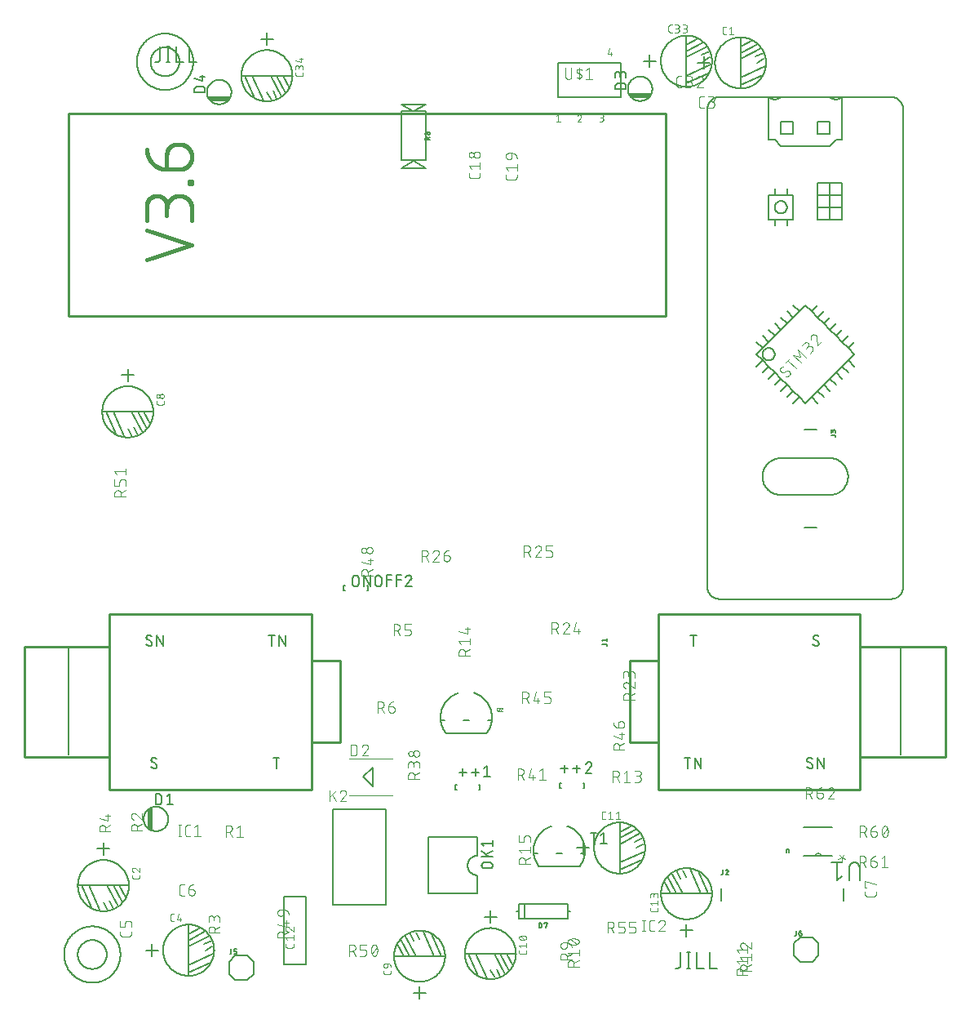
<source format=gbr>
G04 EAGLE Gerber X2 export*
%TF.Part,Single*%
%TF.FileFunction,Legend,Top,1*%
%TF.FilePolarity,Positive*%
%TF.GenerationSoftware,Autodesk,EAGLE,9.2.2*%
%TF.CreationDate,2019-06-08T20:53:07Z*%
G75*
%MOMM*%
%FSLAX34Y34*%
%LPD*%
%INSilkscreen Top*%
%AMOC8*
5,1,8,0,0,1.08239X$1,22.5*%
G01*
%ADD10C,0.152400*%
%ADD11C,0.406400*%
%ADD12C,0.127000*%
%ADD13C,0.101600*%
%ADD14C,0.203200*%
%ADD15C,0.254000*%
%ADD16C,0.000000*%
%ADD17C,0.076200*%
%ADD18C,0.050800*%


D10*
X105420Y979185D02*
X105420Y966542D01*
X105418Y966424D01*
X105412Y966306D01*
X105403Y966188D01*
X105389Y966071D01*
X105372Y965954D01*
X105351Y965837D01*
X105326Y965722D01*
X105297Y965607D01*
X105264Y965493D01*
X105228Y965381D01*
X105188Y965270D01*
X105145Y965160D01*
X105098Y965051D01*
X105048Y964944D01*
X104993Y964839D01*
X104936Y964736D01*
X104875Y964635D01*
X104811Y964535D01*
X104744Y964438D01*
X104674Y964343D01*
X104600Y964251D01*
X104524Y964160D01*
X104444Y964073D01*
X104362Y963988D01*
X104277Y963906D01*
X104190Y963826D01*
X104099Y963750D01*
X104007Y963676D01*
X103912Y963606D01*
X103815Y963539D01*
X103715Y963475D01*
X103614Y963414D01*
X103511Y963357D01*
X103406Y963302D01*
X103299Y963252D01*
X103190Y963205D01*
X103080Y963162D01*
X102969Y963122D01*
X102857Y963086D01*
X102743Y963053D01*
X102628Y963024D01*
X102513Y962999D01*
X102396Y962978D01*
X102279Y962961D01*
X102162Y962947D01*
X102044Y962938D01*
X101926Y962932D01*
X101808Y962930D01*
X101808Y962929D02*
X100001Y962929D01*
X113876Y962929D02*
X113876Y979185D01*
X112070Y962929D02*
X115683Y962929D01*
X115683Y979185D02*
X112070Y979185D01*
X122417Y979185D02*
X122417Y962929D01*
X129642Y962929D01*
X135964Y962929D02*
X135964Y979185D01*
X135964Y962929D02*
X143189Y962929D01*
X645640Y39903D02*
X645640Y27260D01*
X645638Y27142D01*
X645632Y27024D01*
X645623Y26906D01*
X645609Y26789D01*
X645592Y26672D01*
X645571Y26555D01*
X645546Y26440D01*
X645517Y26325D01*
X645484Y26211D01*
X645448Y26099D01*
X645408Y25988D01*
X645365Y25878D01*
X645318Y25769D01*
X645268Y25662D01*
X645213Y25557D01*
X645156Y25454D01*
X645095Y25353D01*
X645031Y25253D01*
X644964Y25156D01*
X644894Y25061D01*
X644820Y24969D01*
X644744Y24878D01*
X644664Y24791D01*
X644582Y24706D01*
X644497Y24624D01*
X644410Y24544D01*
X644319Y24468D01*
X644227Y24394D01*
X644132Y24324D01*
X644035Y24257D01*
X643935Y24193D01*
X643834Y24132D01*
X643731Y24075D01*
X643626Y24020D01*
X643519Y23970D01*
X643410Y23923D01*
X643300Y23880D01*
X643189Y23840D01*
X643077Y23804D01*
X642963Y23771D01*
X642848Y23742D01*
X642733Y23717D01*
X642616Y23696D01*
X642499Y23679D01*
X642382Y23665D01*
X642264Y23656D01*
X642146Y23650D01*
X642028Y23648D01*
X642028Y23647D02*
X640221Y23647D01*
X654096Y23647D02*
X654096Y39903D01*
X652290Y23647D02*
X655903Y23647D01*
X655903Y39903D02*
X652290Y39903D01*
X662637Y39903D02*
X662637Y23647D01*
X669862Y23647D01*
X676184Y23647D02*
X676184Y39903D01*
X676184Y23647D02*
X683409Y23647D01*
D11*
X138333Y773405D02*
X91597Y757827D01*
X91597Y788984D02*
X138333Y773405D01*
X138333Y798523D02*
X138333Y811505D01*
X138329Y811821D01*
X138318Y812137D01*
X138298Y812453D01*
X138271Y812768D01*
X138237Y813082D01*
X138195Y813395D01*
X138145Y813707D01*
X138087Y814018D01*
X138022Y814328D01*
X137950Y814635D01*
X137870Y814941D01*
X137783Y815245D01*
X137688Y815547D01*
X137586Y815846D01*
X137476Y816143D01*
X137360Y816436D01*
X137236Y816727D01*
X137106Y817015D01*
X136968Y817300D01*
X136823Y817581D01*
X136672Y817859D01*
X136514Y818132D01*
X136349Y818402D01*
X136178Y818668D01*
X136000Y818930D01*
X135816Y819187D01*
X135626Y819439D01*
X135430Y819687D01*
X135228Y819930D01*
X135020Y820168D01*
X134806Y820401D01*
X134586Y820629D01*
X134361Y820851D01*
X134131Y821067D01*
X133896Y821278D01*
X133655Y821484D01*
X133410Y821683D01*
X133160Y821876D01*
X132905Y822063D01*
X132645Y822244D01*
X132382Y822418D01*
X132114Y822586D01*
X131842Y822748D01*
X131566Y822902D01*
X131287Y823050D01*
X131004Y823192D01*
X130718Y823326D01*
X130428Y823453D01*
X130136Y823573D01*
X129841Y823686D01*
X129543Y823792D01*
X129242Y823890D01*
X128939Y823981D01*
X128635Y824065D01*
X128328Y824141D01*
X128019Y824210D01*
X127709Y824271D01*
X127397Y824325D01*
X127085Y824371D01*
X126771Y824409D01*
X126456Y824440D01*
X126141Y824463D01*
X125825Y824478D01*
X125509Y824486D01*
X125193Y824486D01*
X124877Y824478D01*
X124561Y824463D01*
X124246Y824440D01*
X123931Y824409D01*
X123617Y824371D01*
X123305Y824325D01*
X122993Y824271D01*
X122683Y824210D01*
X122374Y824141D01*
X122067Y824065D01*
X121763Y823981D01*
X121460Y823890D01*
X121159Y823792D01*
X120861Y823686D01*
X120566Y823573D01*
X120274Y823453D01*
X119984Y823326D01*
X119698Y823192D01*
X119415Y823050D01*
X119136Y822902D01*
X118860Y822748D01*
X118588Y822586D01*
X118320Y822418D01*
X118057Y822244D01*
X117797Y822063D01*
X117542Y821876D01*
X117292Y821683D01*
X117047Y821484D01*
X116806Y821278D01*
X116571Y821067D01*
X116341Y820851D01*
X116116Y820629D01*
X115896Y820401D01*
X115682Y820168D01*
X115474Y819930D01*
X115272Y819687D01*
X115076Y819439D01*
X114886Y819187D01*
X114702Y818930D01*
X114524Y818668D01*
X114353Y818402D01*
X114188Y818132D01*
X114030Y817859D01*
X113879Y817581D01*
X113734Y817300D01*
X113596Y817015D01*
X113466Y816727D01*
X113342Y816436D01*
X113226Y816143D01*
X113116Y815846D01*
X113014Y815547D01*
X112919Y815245D01*
X112832Y814941D01*
X112752Y814635D01*
X112680Y814328D01*
X112615Y814018D01*
X112557Y813707D01*
X112507Y813395D01*
X112465Y813082D01*
X112431Y812768D01*
X112404Y812453D01*
X112384Y812137D01*
X112373Y811821D01*
X112369Y811505D01*
X91597Y814102D02*
X91597Y798523D01*
X91597Y814102D02*
X91600Y814355D01*
X91609Y814608D01*
X91625Y814860D01*
X91646Y815112D01*
X91674Y815364D01*
X91708Y815614D01*
X91748Y815864D01*
X91793Y816113D01*
X91845Y816360D01*
X91903Y816606D01*
X91967Y816851D01*
X92037Y817094D01*
X92113Y817335D01*
X92195Y817575D01*
X92282Y817812D01*
X92376Y818047D01*
X92474Y818280D01*
X92579Y818510D01*
X92689Y818738D01*
X92805Y818963D01*
X92926Y819185D01*
X93052Y819404D01*
X93184Y819620D01*
X93321Y819833D01*
X93463Y820042D01*
X93610Y820248D01*
X93763Y820450D01*
X93920Y820648D01*
X94081Y820842D01*
X94248Y821033D01*
X94419Y821219D01*
X94594Y821401D01*
X94774Y821579D01*
X94959Y821752D01*
X95147Y821921D01*
X95339Y822085D01*
X95536Y822245D01*
X95736Y822399D01*
X95940Y822549D01*
X96147Y822693D01*
X96358Y822833D01*
X96573Y822967D01*
X96790Y823097D01*
X97011Y823220D01*
X97234Y823339D01*
X97460Y823452D01*
X97689Y823559D01*
X97921Y823661D01*
X98155Y823757D01*
X98391Y823847D01*
X98630Y823932D01*
X98870Y824010D01*
X99112Y824083D01*
X99356Y824150D01*
X99601Y824211D01*
X99848Y824266D01*
X100097Y824315D01*
X100346Y824358D01*
X100596Y824395D01*
X100847Y824426D01*
X101099Y824450D01*
X101351Y824469D01*
X101604Y824481D01*
X101857Y824487D01*
X102109Y824487D01*
X102362Y824481D01*
X102615Y824469D01*
X102867Y824450D01*
X103119Y824426D01*
X103370Y824395D01*
X103620Y824358D01*
X103869Y824315D01*
X104118Y824266D01*
X104365Y824211D01*
X104610Y824150D01*
X104854Y824083D01*
X105096Y824010D01*
X105336Y823932D01*
X105575Y823847D01*
X105811Y823757D01*
X106045Y823661D01*
X106277Y823559D01*
X106506Y823452D01*
X106732Y823339D01*
X106955Y823220D01*
X107176Y823097D01*
X107393Y822967D01*
X107608Y822833D01*
X107819Y822693D01*
X108026Y822549D01*
X108230Y822399D01*
X108430Y822245D01*
X108627Y822085D01*
X108819Y821921D01*
X109007Y821752D01*
X109192Y821579D01*
X109372Y821401D01*
X109547Y821219D01*
X109718Y821033D01*
X109885Y820842D01*
X110046Y820648D01*
X110203Y820450D01*
X110356Y820248D01*
X110503Y820042D01*
X110645Y819833D01*
X110782Y819620D01*
X110914Y819404D01*
X111040Y819185D01*
X111161Y818963D01*
X111277Y818738D01*
X111387Y818510D01*
X111492Y818280D01*
X111590Y818047D01*
X111684Y817812D01*
X111771Y817575D01*
X111853Y817335D01*
X111929Y817094D01*
X111999Y816851D01*
X112063Y816606D01*
X112121Y816360D01*
X112173Y816113D01*
X112218Y815864D01*
X112258Y815614D01*
X112292Y815364D01*
X112320Y815112D01*
X112341Y814860D01*
X112357Y814608D01*
X112366Y814355D01*
X112369Y814102D01*
X112369Y803716D01*
X135737Y836877D02*
X138333Y836877D01*
X135737Y836877D02*
X135737Y839473D01*
X138333Y839473D01*
X138333Y836877D01*
X112369Y851863D02*
X112369Y867442D01*
X112368Y867442D02*
X112371Y867693D01*
X112380Y867944D01*
X112395Y868194D01*
X112416Y868444D01*
X112444Y868694D01*
X112477Y868943D01*
X112516Y869191D01*
X112561Y869437D01*
X112613Y869683D01*
X112670Y869928D01*
X112733Y870170D01*
X112802Y870412D01*
X112876Y870651D01*
X112957Y870889D01*
X113043Y871125D01*
X113135Y871359D01*
X113232Y871590D01*
X113335Y871819D01*
X113444Y872045D01*
X113558Y872269D01*
X113677Y872489D01*
X113802Y872707D01*
X113931Y872922D01*
X114066Y873134D01*
X114206Y873342D01*
X114352Y873547D01*
X114502Y873748D01*
X114656Y873946D01*
X114816Y874139D01*
X114980Y874329D01*
X115149Y874515D01*
X115322Y874697D01*
X115499Y874874D01*
X115681Y875047D01*
X115867Y875216D01*
X116057Y875380D01*
X116250Y875540D01*
X116448Y875694D01*
X116649Y875844D01*
X116854Y875990D01*
X117062Y876130D01*
X117274Y876265D01*
X117489Y876394D01*
X117707Y876519D01*
X117927Y876638D01*
X118151Y876752D01*
X118377Y876861D01*
X118606Y876964D01*
X118838Y877061D01*
X119071Y877153D01*
X119307Y877239D01*
X119545Y877320D01*
X119784Y877394D01*
X120026Y877463D01*
X120268Y877526D01*
X120513Y877583D01*
X120759Y877635D01*
X121005Y877680D01*
X121253Y877719D01*
X121502Y877752D01*
X121752Y877780D01*
X122002Y877801D01*
X122252Y877816D01*
X122503Y877825D01*
X122754Y877828D01*
X122754Y877827D02*
X125351Y877827D01*
X125667Y877823D01*
X125983Y877812D01*
X126299Y877792D01*
X126614Y877765D01*
X126928Y877731D01*
X127241Y877689D01*
X127553Y877639D01*
X127864Y877581D01*
X128174Y877516D01*
X128481Y877444D01*
X128787Y877364D01*
X129091Y877277D01*
X129393Y877182D01*
X129692Y877080D01*
X129989Y876970D01*
X130282Y876854D01*
X130573Y876730D01*
X130861Y876600D01*
X131146Y876462D01*
X131427Y876317D01*
X131705Y876166D01*
X131978Y876008D01*
X132248Y875843D01*
X132514Y875672D01*
X132776Y875494D01*
X133033Y875310D01*
X133285Y875120D01*
X133533Y874924D01*
X133776Y874722D01*
X134014Y874514D01*
X134247Y874300D01*
X134475Y874080D01*
X134697Y873855D01*
X134913Y873625D01*
X135124Y873390D01*
X135330Y873149D01*
X135529Y872904D01*
X135722Y872654D01*
X135909Y872399D01*
X136090Y872139D01*
X136264Y871876D01*
X136432Y871608D01*
X136594Y871336D01*
X136748Y871060D01*
X136896Y870781D01*
X137038Y870498D01*
X137172Y870212D01*
X137299Y869922D01*
X137419Y869630D01*
X137532Y869335D01*
X137638Y869037D01*
X137736Y868736D01*
X137827Y868433D01*
X137911Y868129D01*
X137987Y867822D01*
X138056Y867513D01*
X138117Y867203D01*
X138171Y866891D01*
X138217Y866579D01*
X138255Y866265D01*
X138286Y865950D01*
X138309Y865635D01*
X138324Y865319D01*
X138332Y865003D01*
X138332Y864687D01*
X138324Y864371D01*
X138309Y864055D01*
X138286Y863740D01*
X138255Y863425D01*
X138217Y863111D01*
X138171Y862799D01*
X138117Y862487D01*
X138056Y862177D01*
X137987Y861868D01*
X137911Y861561D01*
X137827Y861257D01*
X137736Y860954D01*
X137638Y860653D01*
X137532Y860355D01*
X137419Y860060D01*
X137299Y859768D01*
X137172Y859478D01*
X137038Y859192D01*
X136896Y858909D01*
X136748Y858630D01*
X136594Y858354D01*
X136432Y858082D01*
X136264Y857814D01*
X136090Y857551D01*
X135909Y857291D01*
X135722Y857036D01*
X135529Y856786D01*
X135330Y856541D01*
X135124Y856300D01*
X134913Y856065D01*
X134697Y855835D01*
X134475Y855610D01*
X134247Y855390D01*
X134014Y855176D01*
X133776Y854968D01*
X133533Y854766D01*
X133285Y854570D01*
X133033Y854380D01*
X132776Y854196D01*
X132514Y854018D01*
X132248Y853847D01*
X131978Y853682D01*
X131705Y853524D01*
X131427Y853373D01*
X131146Y853228D01*
X130861Y853090D01*
X130573Y852960D01*
X130282Y852836D01*
X129989Y852720D01*
X129692Y852610D01*
X129393Y852508D01*
X129091Y852413D01*
X128787Y852326D01*
X128481Y852246D01*
X128174Y852174D01*
X127864Y852109D01*
X127553Y852051D01*
X127241Y852001D01*
X126928Y851959D01*
X126614Y851925D01*
X126299Y851898D01*
X125983Y851878D01*
X125667Y851867D01*
X125351Y851863D01*
X112369Y851863D01*
X111859Y851869D01*
X111350Y851888D01*
X110841Y851919D01*
X110333Y851963D01*
X109826Y852019D01*
X109321Y852088D01*
X108818Y852169D01*
X108317Y852262D01*
X107818Y852368D01*
X107322Y852486D01*
X106829Y852615D01*
X106339Y852757D01*
X105853Y852911D01*
X105371Y853077D01*
X104893Y853255D01*
X104420Y853444D01*
X103951Y853645D01*
X103488Y853857D01*
X103030Y854081D01*
X102577Y854316D01*
X102131Y854562D01*
X101690Y854818D01*
X101256Y855086D01*
X100829Y855364D01*
X100408Y855652D01*
X99995Y855951D01*
X99589Y856259D01*
X99191Y856578D01*
X98801Y856906D01*
X98419Y857244D01*
X98046Y857591D01*
X97681Y857947D01*
X97325Y858312D01*
X96978Y858685D01*
X96640Y859067D01*
X96312Y859457D01*
X95993Y859855D01*
X95685Y860261D01*
X95386Y860674D01*
X95098Y861095D01*
X94820Y861522D01*
X94552Y861956D01*
X94296Y862397D01*
X94050Y862843D01*
X93815Y863296D01*
X93591Y863754D01*
X93379Y864217D01*
X93178Y864686D01*
X92989Y865159D01*
X92811Y865637D01*
X92645Y866119D01*
X92491Y866605D01*
X92349Y867095D01*
X92220Y867588D01*
X92102Y868084D01*
X91996Y868583D01*
X91903Y869084D01*
X91822Y869587D01*
X91753Y870092D01*
X91697Y870599D01*
X91653Y871107D01*
X91622Y871616D01*
X91603Y872125D01*
X91597Y872635D01*
D12*
X681270Y962330D02*
X681278Y962980D01*
X681302Y963630D01*
X681342Y964279D01*
X681398Y964927D01*
X681469Y965574D01*
X681557Y966218D01*
X681660Y966860D01*
X681779Y967500D01*
X681914Y968136D01*
X682064Y968769D01*
X682230Y969398D01*
X682411Y970023D01*
X682608Y970643D01*
X682819Y971258D01*
X683046Y971867D01*
X683287Y972471D01*
X683543Y973069D01*
X683814Y973660D01*
X684100Y974245D01*
X684399Y974822D01*
X684713Y975392D01*
X685040Y975954D01*
X685381Y976507D01*
X685736Y977053D01*
X686104Y977589D01*
X686485Y978116D01*
X686879Y978634D01*
X687285Y979141D01*
X687704Y979639D01*
X688135Y980126D01*
X688577Y980603D01*
X689032Y981068D01*
X689497Y981523D01*
X689974Y981965D01*
X690461Y982396D01*
X690959Y982815D01*
X691466Y983221D01*
X691984Y983615D01*
X692511Y983996D01*
X693047Y984364D01*
X693593Y984719D01*
X694146Y985060D01*
X694708Y985387D01*
X695278Y985701D01*
X695855Y986000D01*
X696440Y986286D01*
X697031Y986557D01*
X697629Y986813D01*
X698233Y987054D01*
X698842Y987281D01*
X699457Y987492D01*
X700077Y987689D01*
X700702Y987870D01*
X701331Y988036D01*
X701964Y988186D01*
X702600Y988321D01*
X703240Y988440D01*
X703882Y988543D01*
X704526Y988631D01*
X705173Y988702D01*
X705821Y988758D01*
X706470Y988798D01*
X707120Y988822D01*
X707770Y988830D01*
X708420Y988822D01*
X709070Y988798D01*
X709719Y988758D01*
X710367Y988702D01*
X711014Y988631D01*
X711658Y988543D01*
X712300Y988440D01*
X712940Y988321D01*
X713576Y988186D01*
X714209Y988036D01*
X714838Y987870D01*
X715463Y987689D01*
X716083Y987492D01*
X716698Y987281D01*
X717307Y987054D01*
X717911Y986813D01*
X718509Y986557D01*
X719100Y986286D01*
X719685Y986000D01*
X720262Y985701D01*
X720832Y985387D01*
X721394Y985060D01*
X721947Y984719D01*
X722493Y984364D01*
X723029Y983996D01*
X723556Y983615D01*
X724074Y983221D01*
X724581Y982815D01*
X725079Y982396D01*
X725566Y981965D01*
X726043Y981523D01*
X726508Y981068D01*
X726963Y980603D01*
X727405Y980126D01*
X727836Y979639D01*
X728255Y979141D01*
X728661Y978634D01*
X729055Y978116D01*
X729436Y977589D01*
X729804Y977053D01*
X730159Y976507D01*
X730500Y975954D01*
X730827Y975392D01*
X731141Y974822D01*
X731440Y974245D01*
X731726Y973660D01*
X731997Y973069D01*
X732253Y972471D01*
X732494Y971867D01*
X732721Y971258D01*
X732932Y970643D01*
X733129Y970023D01*
X733310Y969398D01*
X733476Y968769D01*
X733626Y968136D01*
X733761Y967500D01*
X733880Y966860D01*
X733983Y966218D01*
X734071Y965574D01*
X734142Y964927D01*
X734198Y964279D01*
X734238Y963630D01*
X734262Y962980D01*
X734270Y962330D01*
X734262Y961680D01*
X734238Y961030D01*
X734198Y960381D01*
X734142Y959733D01*
X734071Y959086D01*
X733983Y958442D01*
X733880Y957800D01*
X733761Y957160D01*
X733626Y956524D01*
X733476Y955891D01*
X733310Y955262D01*
X733129Y954637D01*
X732932Y954017D01*
X732721Y953402D01*
X732494Y952793D01*
X732253Y952189D01*
X731997Y951591D01*
X731726Y951000D01*
X731440Y950415D01*
X731141Y949838D01*
X730827Y949268D01*
X730500Y948706D01*
X730159Y948153D01*
X729804Y947607D01*
X729436Y947071D01*
X729055Y946544D01*
X728661Y946026D01*
X728255Y945519D01*
X727836Y945021D01*
X727405Y944534D01*
X726963Y944057D01*
X726508Y943592D01*
X726043Y943137D01*
X725566Y942695D01*
X725079Y942264D01*
X724581Y941845D01*
X724074Y941439D01*
X723556Y941045D01*
X723029Y940664D01*
X722493Y940296D01*
X721947Y939941D01*
X721394Y939600D01*
X720832Y939273D01*
X720262Y938959D01*
X719685Y938660D01*
X719100Y938374D01*
X718509Y938103D01*
X717911Y937847D01*
X717307Y937606D01*
X716698Y937379D01*
X716083Y937168D01*
X715463Y936971D01*
X714838Y936790D01*
X714209Y936624D01*
X713576Y936474D01*
X712940Y936339D01*
X712300Y936220D01*
X711658Y936117D01*
X711014Y936029D01*
X710367Y935958D01*
X709719Y935902D01*
X709070Y935862D01*
X708420Y935838D01*
X707770Y935830D01*
X707120Y935838D01*
X706470Y935862D01*
X705821Y935902D01*
X705173Y935958D01*
X704526Y936029D01*
X703882Y936117D01*
X703240Y936220D01*
X702600Y936339D01*
X701964Y936474D01*
X701331Y936624D01*
X700702Y936790D01*
X700077Y936971D01*
X699457Y937168D01*
X698842Y937379D01*
X698233Y937606D01*
X697629Y937847D01*
X697031Y938103D01*
X696440Y938374D01*
X695855Y938660D01*
X695278Y938959D01*
X694708Y939273D01*
X694146Y939600D01*
X693593Y939941D01*
X693047Y940296D01*
X692511Y940664D01*
X691984Y941045D01*
X691466Y941439D01*
X690959Y941845D01*
X690461Y942264D01*
X689974Y942695D01*
X689497Y943137D01*
X689032Y943592D01*
X688577Y944057D01*
X688135Y944534D01*
X687704Y945021D01*
X687285Y945519D01*
X686879Y946026D01*
X686485Y946544D01*
X686104Y947071D01*
X685736Y947607D01*
X685381Y948153D01*
X685040Y948706D01*
X684713Y949268D01*
X684399Y949838D01*
X684100Y950415D01*
X683814Y951000D01*
X683543Y951591D01*
X683287Y952189D01*
X683046Y952793D01*
X682819Y953402D01*
X682608Y954017D01*
X682411Y954637D01*
X682230Y955262D01*
X682064Y955891D01*
X681914Y956524D01*
X681779Y957160D01*
X681660Y957800D01*
X681557Y958442D01*
X681469Y959086D01*
X681398Y959733D01*
X681342Y960381D01*
X681302Y961030D01*
X681278Y961680D01*
X681270Y962330D01*
X669670Y962330D02*
X663320Y962330D01*
X669670Y962330D02*
X676020Y962330D01*
X669670Y962330D02*
X669670Y968680D01*
X669670Y962330D02*
X669670Y955980D01*
X707770Y978840D02*
X707770Y989000D01*
X707770Y978840D02*
X707770Y972490D01*
X707770Y966140D01*
X707770Y947090D01*
X707770Y939470D01*
X707770Y935660D01*
X707770Y939470D02*
X730630Y949630D01*
X733170Y958520D02*
X707770Y947090D01*
X723645Y968680D02*
X731900Y972490D01*
X729360Y977570D02*
X707770Y966140D01*
X707770Y972490D02*
X725550Y982015D01*
X720470Y985825D02*
X707770Y978840D01*
X725270Y962330D02*
X731900Y966140D01*
D13*
X692727Y992048D02*
X690977Y992048D01*
X690896Y992050D01*
X690816Y992055D01*
X690735Y992065D01*
X690655Y992078D01*
X690576Y992094D01*
X690498Y992115D01*
X690421Y992139D01*
X690345Y992166D01*
X690270Y992197D01*
X690197Y992231D01*
X690125Y992269D01*
X690056Y992310D01*
X689988Y992354D01*
X689922Y992401D01*
X689859Y992452D01*
X689798Y992505D01*
X689740Y992561D01*
X689684Y992619D01*
X689631Y992680D01*
X689580Y992743D01*
X689533Y992809D01*
X689489Y992877D01*
X689448Y992946D01*
X689410Y993018D01*
X689376Y993091D01*
X689345Y993166D01*
X689318Y993242D01*
X689294Y993319D01*
X689273Y993397D01*
X689257Y993476D01*
X689244Y993556D01*
X689234Y993637D01*
X689229Y993717D01*
X689227Y993798D01*
X689228Y993798D02*
X689228Y998172D01*
X689227Y998172D02*
X689229Y998255D01*
X689235Y998338D01*
X689245Y998421D01*
X689259Y998503D01*
X689276Y998585D01*
X689298Y998665D01*
X689323Y998744D01*
X689352Y998822D01*
X689385Y998899D01*
X689422Y998974D01*
X689461Y999047D01*
X689505Y999118D01*
X689551Y999187D01*
X689601Y999254D01*
X689654Y999318D01*
X689710Y999380D01*
X689769Y999439D01*
X689831Y999495D01*
X689895Y999548D01*
X689962Y999597D01*
X690031Y999644D01*
X690102Y999688D01*
X690175Y999727D01*
X690250Y999764D01*
X690327Y999797D01*
X690405Y999826D01*
X690484Y999851D01*
X690564Y999873D01*
X690646Y999890D01*
X690728Y999904D01*
X690811Y999914D01*
X690894Y999920D01*
X690977Y999922D01*
X692727Y999922D01*
X695923Y998172D02*
X698111Y999922D01*
X698111Y992048D01*
X700298Y992048D02*
X695923Y992048D01*
X437487Y847943D02*
X437487Y845347D01*
X437485Y845248D01*
X437479Y845148D01*
X437470Y845049D01*
X437457Y844951D01*
X437440Y844853D01*
X437419Y844755D01*
X437394Y844659D01*
X437366Y844564D01*
X437334Y844470D01*
X437299Y844377D01*
X437260Y844285D01*
X437217Y844195D01*
X437172Y844107D01*
X437122Y844020D01*
X437070Y843936D01*
X437014Y843853D01*
X436956Y843773D01*
X436894Y843695D01*
X436829Y843620D01*
X436761Y843547D01*
X436691Y843477D01*
X436618Y843409D01*
X436543Y843344D01*
X436465Y843282D01*
X436385Y843224D01*
X436302Y843168D01*
X436218Y843116D01*
X436131Y843066D01*
X436043Y843021D01*
X435953Y842978D01*
X435861Y842939D01*
X435768Y842904D01*
X435674Y842872D01*
X435579Y842844D01*
X435483Y842819D01*
X435385Y842798D01*
X435287Y842781D01*
X435189Y842768D01*
X435090Y842759D01*
X434990Y842753D01*
X434891Y842751D01*
X434891Y842750D02*
X428400Y842750D01*
X428301Y842752D01*
X428201Y842758D01*
X428102Y842767D01*
X428004Y842780D01*
X427906Y842798D01*
X427808Y842818D01*
X427712Y842843D01*
X427616Y842871D01*
X427522Y842903D01*
X427429Y842938D01*
X427338Y842977D01*
X427248Y843020D01*
X427159Y843065D01*
X427073Y843115D01*
X426988Y843167D01*
X426906Y843223D01*
X426826Y843282D01*
X426748Y843343D01*
X426672Y843408D01*
X426599Y843476D01*
X426529Y843546D01*
X426461Y843619D01*
X426396Y843695D01*
X426335Y843773D01*
X426276Y843853D01*
X426220Y843935D01*
X426168Y844020D01*
X426119Y844106D01*
X426073Y844195D01*
X426030Y844285D01*
X425991Y844376D01*
X425956Y844469D01*
X425924Y844563D01*
X425896Y844659D01*
X425871Y844755D01*
X425851Y844853D01*
X425833Y844951D01*
X425820Y845049D01*
X425811Y845148D01*
X425805Y845247D01*
X425803Y845347D01*
X425803Y847943D01*
X428400Y852309D02*
X425803Y855554D01*
X437487Y855554D01*
X437487Y852309D02*
X437487Y858800D01*
X434242Y863738D02*
X434129Y863740D01*
X434016Y863746D01*
X433903Y863756D01*
X433790Y863770D01*
X433678Y863787D01*
X433567Y863809D01*
X433457Y863834D01*
X433347Y863864D01*
X433239Y863897D01*
X433132Y863934D01*
X433026Y863974D01*
X432922Y864019D01*
X432819Y864067D01*
X432718Y864118D01*
X432619Y864173D01*
X432522Y864231D01*
X432427Y864293D01*
X432334Y864358D01*
X432244Y864426D01*
X432156Y864497D01*
X432070Y864572D01*
X431987Y864649D01*
X431907Y864729D01*
X431830Y864812D01*
X431755Y864898D01*
X431684Y864986D01*
X431616Y865076D01*
X431551Y865169D01*
X431489Y865264D01*
X431431Y865361D01*
X431376Y865460D01*
X431325Y865561D01*
X431277Y865664D01*
X431232Y865768D01*
X431192Y865874D01*
X431155Y865981D01*
X431122Y866089D01*
X431092Y866199D01*
X431067Y866309D01*
X431045Y866420D01*
X431028Y866532D01*
X431014Y866645D01*
X431004Y866758D01*
X430998Y866871D01*
X430996Y866984D01*
X430998Y867097D01*
X431004Y867210D01*
X431014Y867323D01*
X431028Y867436D01*
X431045Y867548D01*
X431067Y867659D01*
X431092Y867769D01*
X431122Y867879D01*
X431155Y867987D01*
X431192Y868094D01*
X431232Y868200D01*
X431277Y868304D01*
X431325Y868407D01*
X431376Y868508D01*
X431431Y868607D01*
X431489Y868704D01*
X431551Y868799D01*
X431616Y868892D01*
X431684Y868982D01*
X431755Y869070D01*
X431830Y869156D01*
X431907Y869239D01*
X431987Y869319D01*
X432070Y869396D01*
X432156Y869471D01*
X432244Y869542D01*
X432334Y869610D01*
X432427Y869675D01*
X432522Y869737D01*
X432619Y869795D01*
X432718Y869850D01*
X432819Y869901D01*
X432922Y869949D01*
X433026Y869994D01*
X433132Y870034D01*
X433239Y870071D01*
X433347Y870104D01*
X433457Y870134D01*
X433567Y870159D01*
X433678Y870181D01*
X433790Y870198D01*
X433903Y870212D01*
X434016Y870222D01*
X434129Y870228D01*
X434242Y870230D01*
X434355Y870228D01*
X434468Y870222D01*
X434581Y870212D01*
X434694Y870198D01*
X434806Y870181D01*
X434917Y870159D01*
X435027Y870134D01*
X435137Y870104D01*
X435245Y870071D01*
X435352Y870034D01*
X435458Y869994D01*
X435562Y869949D01*
X435665Y869901D01*
X435766Y869850D01*
X435865Y869795D01*
X435962Y869737D01*
X436057Y869675D01*
X436150Y869610D01*
X436240Y869542D01*
X436328Y869471D01*
X436414Y869396D01*
X436497Y869319D01*
X436577Y869239D01*
X436654Y869156D01*
X436729Y869070D01*
X436800Y868982D01*
X436868Y868892D01*
X436933Y868799D01*
X436995Y868704D01*
X437053Y868607D01*
X437108Y868508D01*
X437159Y868407D01*
X437207Y868304D01*
X437252Y868200D01*
X437292Y868094D01*
X437329Y867987D01*
X437362Y867879D01*
X437392Y867769D01*
X437417Y867659D01*
X437439Y867548D01*
X437456Y867436D01*
X437470Y867323D01*
X437480Y867210D01*
X437486Y867097D01*
X437488Y866984D01*
X437486Y866871D01*
X437480Y866758D01*
X437470Y866645D01*
X437456Y866532D01*
X437439Y866420D01*
X437417Y866309D01*
X437392Y866199D01*
X437362Y866089D01*
X437329Y865981D01*
X437292Y865874D01*
X437252Y865768D01*
X437207Y865664D01*
X437159Y865561D01*
X437108Y865460D01*
X437053Y865361D01*
X436995Y865264D01*
X436933Y865169D01*
X436868Y865076D01*
X436800Y864986D01*
X436729Y864898D01*
X436654Y864812D01*
X436577Y864729D01*
X436497Y864649D01*
X436414Y864572D01*
X436328Y864497D01*
X436240Y864426D01*
X436150Y864358D01*
X436057Y864293D01*
X435962Y864231D01*
X435865Y864173D01*
X435766Y864118D01*
X435665Y864067D01*
X435562Y864019D01*
X435458Y863974D01*
X435352Y863934D01*
X435245Y863897D01*
X435137Y863864D01*
X435027Y863834D01*
X434917Y863809D01*
X434806Y863787D01*
X434694Y863770D01*
X434581Y863756D01*
X434468Y863746D01*
X434355Y863740D01*
X434242Y863738D01*
X428400Y864388D02*
X428299Y864390D01*
X428199Y864396D01*
X428099Y864406D01*
X427999Y864419D01*
X427900Y864437D01*
X427801Y864458D01*
X427704Y864483D01*
X427607Y864512D01*
X427512Y864545D01*
X427418Y864581D01*
X427326Y864621D01*
X427235Y864664D01*
X427146Y864711D01*
X427059Y864761D01*
X426973Y864815D01*
X426890Y864872D01*
X426810Y864932D01*
X426731Y864995D01*
X426655Y865062D01*
X426582Y865131D01*
X426512Y865203D01*
X426444Y865277D01*
X426379Y865354D01*
X426318Y865434D01*
X426259Y865516D01*
X426204Y865600D01*
X426152Y865686D01*
X426103Y865774D01*
X426058Y865864D01*
X426016Y865956D01*
X425978Y866049D01*
X425944Y866144D01*
X425913Y866239D01*
X425886Y866336D01*
X425863Y866434D01*
X425843Y866533D01*
X425828Y866633D01*
X425816Y866733D01*
X425808Y866833D01*
X425804Y866934D01*
X425804Y867034D01*
X425808Y867135D01*
X425816Y867235D01*
X425828Y867335D01*
X425843Y867435D01*
X425863Y867534D01*
X425886Y867632D01*
X425913Y867729D01*
X425944Y867824D01*
X425978Y867919D01*
X426016Y868012D01*
X426058Y868104D01*
X426103Y868194D01*
X426152Y868282D01*
X426204Y868368D01*
X426259Y868452D01*
X426318Y868534D01*
X426379Y868614D01*
X426444Y868691D01*
X426512Y868765D01*
X426582Y868837D01*
X426655Y868906D01*
X426731Y868973D01*
X426810Y869036D01*
X426890Y869096D01*
X426973Y869153D01*
X427059Y869207D01*
X427146Y869257D01*
X427235Y869304D01*
X427326Y869347D01*
X427418Y869387D01*
X427512Y869423D01*
X427607Y869456D01*
X427704Y869485D01*
X427801Y869510D01*
X427900Y869531D01*
X427999Y869549D01*
X428099Y869562D01*
X428199Y869572D01*
X428299Y869578D01*
X428400Y869580D01*
X428501Y869578D01*
X428601Y869572D01*
X428701Y869562D01*
X428801Y869549D01*
X428900Y869531D01*
X428999Y869510D01*
X429096Y869485D01*
X429193Y869456D01*
X429288Y869423D01*
X429382Y869387D01*
X429474Y869347D01*
X429565Y869304D01*
X429654Y869257D01*
X429741Y869207D01*
X429827Y869153D01*
X429910Y869096D01*
X429990Y869036D01*
X430069Y868973D01*
X430145Y868906D01*
X430218Y868837D01*
X430288Y868765D01*
X430356Y868691D01*
X430421Y868614D01*
X430482Y868534D01*
X430541Y868452D01*
X430596Y868368D01*
X430648Y868282D01*
X430697Y868194D01*
X430742Y868104D01*
X430784Y868012D01*
X430822Y867919D01*
X430856Y867824D01*
X430887Y867729D01*
X430914Y867632D01*
X430937Y867534D01*
X430957Y867435D01*
X430972Y867335D01*
X430984Y867235D01*
X430992Y867135D01*
X430996Y867034D01*
X430996Y866934D01*
X430992Y866833D01*
X430984Y866733D01*
X430972Y866633D01*
X430957Y866533D01*
X430937Y866434D01*
X430914Y866336D01*
X430887Y866239D01*
X430856Y866144D01*
X430822Y866049D01*
X430784Y865956D01*
X430742Y865864D01*
X430697Y865774D01*
X430648Y865686D01*
X430596Y865600D01*
X430541Y865516D01*
X430482Y865434D01*
X430421Y865354D01*
X430356Y865277D01*
X430288Y865203D01*
X430218Y865131D01*
X430145Y865062D01*
X430069Y864995D01*
X429990Y864932D01*
X429910Y864872D01*
X429827Y864815D01*
X429741Y864761D01*
X429654Y864711D01*
X429565Y864664D01*
X429474Y864621D01*
X429382Y864581D01*
X429288Y864545D01*
X429193Y864512D01*
X429096Y864483D01*
X428999Y864458D01*
X428900Y864437D01*
X428801Y864419D01*
X428701Y864406D01*
X428601Y864396D01*
X428501Y864390D01*
X428400Y864388D01*
X475629Y846505D02*
X475629Y843909D01*
X475628Y843909D02*
X475626Y843810D01*
X475620Y843710D01*
X475611Y843611D01*
X475598Y843513D01*
X475581Y843415D01*
X475560Y843317D01*
X475535Y843221D01*
X475507Y843126D01*
X475475Y843032D01*
X475440Y842939D01*
X475401Y842847D01*
X475358Y842757D01*
X475313Y842669D01*
X475263Y842582D01*
X475211Y842498D01*
X475155Y842415D01*
X475097Y842335D01*
X475035Y842257D01*
X474970Y842182D01*
X474902Y842109D01*
X474832Y842039D01*
X474759Y841971D01*
X474684Y841906D01*
X474606Y841844D01*
X474526Y841786D01*
X474443Y841730D01*
X474359Y841678D01*
X474272Y841628D01*
X474184Y841583D01*
X474094Y841540D01*
X474002Y841501D01*
X473909Y841466D01*
X473815Y841434D01*
X473720Y841406D01*
X473624Y841381D01*
X473526Y841360D01*
X473428Y841343D01*
X473330Y841330D01*
X473231Y841321D01*
X473131Y841315D01*
X473032Y841313D01*
X473032Y841312D02*
X466541Y841312D01*
X466442Y841314D01*
X466342Y841320D01*
X466243Y841329D01*
X466145Y841342D01*
X466047Y841360D01*
X465949Y841380D01*
X465853Y841405D01*
X465757Y841433D01*
X465663Y841465D01*
X465570Y841500D01*
X465479Y841539D01*
X465389Y841582D01*
X465300Y841627D01*
X465214Y841677D01*
X465129Y841729D01*
X465047Y841785D01*
X464967Y841844D01*
X464889Y841905D01*
X464813Y841970D01*
X464740Y842038D01*
X464670Y842108D01*
X464602Y842181D01*
X464537Y842257D01*
X464476Y842335D01*
X464417Y842415D01*
X464361Y842497D01*
X464309Y842582D01*
X464260Y842668D01*
X464214Y842757D01*
X464171Y842847D01*
X464132Y842938D01*
X464097Y843031D01*
X464065Y843125D01*
X464037Y843221D01*
X464012Y843317D01*
X463992Y843415D01*
X463974Y843513D01*
X463961Y843611D01*
X463952Y843710D01*
X463946Y843809D01*
X463944Y843909D01*
X463945Y843909D02*
X463945Y846505D01*
X466541Y850870D02*
X463945Y854116D01*
X475629Y854116D01*
X475629Y857361D02*
X475629Y850870D01*
X470436Y864897D02*
X470436Y868791D01*
X470435Y864897D02*
X470433Y864798D01*
X470427Y864698D01*
X470418Y864599D01*
X470405Y864501D01*
X470388Y864403D01*
X470367Y864305D01*
X470342Y864209D01*
X470314Y864114D01*
X470282Y864020D01*
X470247Y863927D01*
X470208Y863835D01*
X470165Y863745D01*
X470120Y863657D01*
X470070Y863570D01*
X470018Y863486D01*
X469962Y863403D01*
X469904Y863323D01*
X469842Y863245D01*
X469777Y863170D01*
X469709Y863097D01*
X469639Y863027D01*
X469566Y862959D01*
X469491Y862894D01*
X469413Y862832D01*
X469333Y862774D01*
X469250Y862718D01*
X469166Y862666D01*
X469079Y862616D01*
X468991Y862571D01*
X468901Y862528D01*
X468809Y862489D01*
X468716Y862454D01*
X468622Y862422D01*
X468527Y862394D01*
X468431Y862369D01*
X468333Y862348D01*
X468235Y862331D01*
X468137Y862318D01*
X468038Y862309D01*
X467938Y862303D01*
X467839Y862301D01*
X467839Y862300D02*
X467190Y862300D01*
X467077Y862302D01*
X466964Y862308D01*
X466851Y862318D01*
X466738Y862332D01*
X466626Y862349D01*
X466515Y862371D01*
X466405Y862396D01*
X466295Y862426D01*
X466187Y862459D01*
X466080Y862496D01*
X465974Y862536D01*
X465870Y862581D01*
X465767Y862629D01*
X465666Y862680D01*
X465567Y862735D01*
X465470Y862793D01*
X465375Y862855D01*
X465282Y862920D01*
X465192Y862988D01*
X465104Y863059D01*
X465018Y863134D01*
X464935Y863211D01*
X464855Y863291D01*
X464778Y863374D01*
X464703Y863460D01*
X464632Y863548D01*
X464564Y863638D01*
X464499Y863731D01*
X464437Y863826D01*
X464379Y863923D01*
X464324Y864022D01*
X464273Y864123D01*
X464225Y864226D01*
X464180Y864330D01*
X464140Y864436D01*
X464103Y864543D01*
X464070Y864651D01*
X464040Y864761D01*
X464015Y864871D01*
X463993Y864982D01*
X463976Y865094D01*
X463962Y865207D01*
X463952Y865320D01*
X463946Y865433D01*
X463944Y865546D01*
X463946Y865659D01*
X463952Y865772D01*
X463962Y865885D01*
X463976Y865998D01*
X463993Y866110D01*
X464015Y866221D01*
X464040Y866331D01*
X464070Y866441D01*
X464103Y866549D01*
X464140Y866656D01*
X464180Y866762D01*
X464225Y866866D01*
X464273Y866969D01*
X464324Y867070D01*
X464379Y867169D01*
X464437Y867266D01*
X464499Y867361D01*
X464564Y867454D01*
X464632Y867544D01*
X464703Y867632D01*
X464778Y867718D01*
X464855Y867801D01*
X464935Y867881D01*
X465018Y867958D01*
X465104Y868033D01*
X465192Y868104D01*
X465282Y868172D01*
X465375Y868237D01*
X465470Y868299D01*
X465567Y868357D01*
X465666Y868412D01*
X465767Y868463D01*
X465870Y868511D01*
X465974Y868556D01*
X466080Y868596D01*
X466187Y868633D01*
X466295Y868666D01*
X466405Y868696D01*
X466515Y868721D01*
X466626Y868743D01*
X466738Y868760D01*
X466851Y868774D01*
X466964Y868784D01*
X467077Y868790D01*
X467190Y868792D01*
X467190Y868791D02*
X470436Y868791D01*
X470579Y868789D01*
X470722Y868783D01*
X470865Y868773D01*
X471007Y868759D01*
X471149Y868742D01*
X471291Y868720D01*
X471432Y868695D01*
X471572Y868665D01*
X471711Y868632D01*
X471849Y868595D01*
X471986Y868554D01*
X472122Y868510D01*
X472257Y868461D01*
X472390Y868409D01*
X472522Y868354D01*
X472652Y868294D01*
X472781Y868231D01*
X472908Y868165D01*
X473033Y868095D01*
X473155Y868022D01*
X473276Y867945D01*
X473395Y867865D01*
X473511Y867782D01*
X473626Y867696D01*
X473737Y867607D01*
X473847Y867514D01*
X473953Y867419D01*
X474057Y867320D01*
X474158Y867219D01*
X474257Y867115D01*
X474352Y867009D01*
X474445Y866899D01*
X474534Y866788D01*
X474620Y866673D01*
X474703Y866557D01*
X474783Y866438D01*
X474860Y866317D01*
X474933Y866195D01*
X475003Y866070D01*
X475069Y865943D01*
X475132Y865814D01*
X475192Y865684D01*
X475247Y865552D01*
X475299Y865419D01*
X475348Y865284D01*
X475392Y865148D01*
X475433Y865011D01*
X475470Y864873D01*
X475503Y864734D01*
X475533Y864594D01*
X475558Y864453D01*
X475580Y864311D01*
X475597Y864169D01*
X475611Y864027D01*
X475621Y863884D01*
X475627Y863741D01*
X475629Y863598D01*
X667130Y915699D02*
X669726Y915699D01*
X667130Y915699D02*
X667031Y915701D01*
X666931Y915707D01*
X666832Y915716D01*
X666734Y915729D01*
X666636Y915746D01*
X666538Y915767D01*
X666442Y915792D01*
X666347Y915820D01*
X666253Y915852D01*
X666160Y915887D01*
X666068Y915926D01*
X665978Y915969D01*
X665890Y916014D01*
X665803Y916064D01*
X665719Y916116D01*
X665636Y916172D01*
X665556Y916230D01*
X665478Y916292D01*
X665403Y916357D01*
X665330Y916425D01*
X665260Y916495D01*
X665192Y916568D01*
X665127Y916643D01*
X665065Y916721D01*
X665007Y916801D01*
X664951Y916884D01*
X664899Y916968D01*
X664849Y917055D01*
X664804Y917143D01*
X664761Y917233D01*
X664722Y917325D01*
X664687Y917418D01*
X664655Y917512D01*
X664627Y917607D01*
X664602Y917703D01*
X664581Y917801D01*
X664564Y917899D01*
X664551Y917997D01*
X664542Y918096D01*
X664536Y918196D01*
X664534Y918295D01*
X664534Y924786D01*
X664536Y924885D01*
X664542Y924985D01*
X664551Y925084D01*
X664564Y925182D01*
X664581Y925280D01*
X664602Y925378D01*
X664627Y925474D01*
X664655Y925569D01*
X664687Y925663D01*
X664722Y925756D01*
X664761Y925848D01*
X664804Y925938D01*
X664849Y926026D01*
X664899Y926113D01*
X664951Y926197D01*
X665007Y926280D01*
X665065Y926360D01*
X665127Y926438D01*
X665192Y926513D01*
X665260Y926586D01*
X665330Y926656D01*
X665403Y926724D01*
X665478Y926789D01*
X665556Y926851D01*
X665636Y926909D01*
X665719Y926965D01*
X665803Y927017D01*
X665890Y927067D01*
X665978Y927112D01*
X666068Y927155D01*
X666160Y927194D01*
X666252Y927229D01*
X666347Y927261D01*
X666442Y927289D01*
X666538Y927314D01*
X666636Y927335D01*
X666734Y927352D01*
X666832Y927365D01*
X666931Y927374D01*
X667031Y927380D01*
X667130Y927382D01*
X667130Y927383D02*
X669726Y927383D01*
X674092Y915699D02*
X677337Y915699D01*
X677337Y915698D02*
X677450Y915700D01*
X677563Y915706D01*
X677676Y915716D01*
X677789Y915730D01*
X677901Y915747D01*
X678012Y915769D01*
X678122Y915794D01*
X678232Y915824D01*
X678340Y915857D01*
X678447Y915894D01*
X678553Y915934D01*
X678657Y915979D01*
X678760Y916027D01*
X678861Y916078D01*
X678960Y916133D01*
X679057Y916191D01*
X679152Y916253D01*
X679245Y916318D01*
X679335Y916386D01*
X679423Y916457D01*
X679509Y916532D01*
X679592Y916609D01*
X679672Y916689D01*
X679749Y916772D01*
X679824Y916858D01*
X679895Y916946D01*
X679963Y917036D01*
X680028Y917129D01*
X680090Y917224D01*
X680148Y917321D01*
X680203Y917420D01*
X680254Y917521D01*
X680302Y917624D01*
X680347Y917728D01*
X680387Y917834D01*
X680424Y917941D01*
X680457Y918049D01*
X680487Y918159D01*
X680512Y918269D01*
X680534Y918380D01*
X680551Y918492D01*
X680565Y918605D01*
X680575Y918718D01*
X680581Y918831D01*
X680583Y918944D01*
X680581Y919057D01*
X680575Y919170D01*
X680565Y919283D01*
X680551Y919396D01*
X680534Y919508D01*
X680512Y919619D01*
X680487Y919729D01*
X680457Y919839D01*
X680424Y919947D01*
X680387Y920054D01*
X680347Y920160D01*
X680302Y920264D01*
X680254Y920367D01*
X680203Y920468D01*
X680148Y920567D01*
X680090Y920664D01*
X680028Y920759D01*
X679963Y920852D01*
X679895Y920942D01*
X679824Y921030D01*
X679749Y921116D01*
X679672Y921199D01*
X679592Y921279D01*
X679509Y921356D01*
X679423Y921431D01*
X679335Y921502D01*
X679245Y921570D01*
X679152Y921635D01*
X679057Y921697D01*
X678960Y921755D01*
X678861Y921810D01*
X678760Y921861D01*
X678657Y921909D01*
X678553Y921954D01*
X678447Y921994D01*
X678340Y922031D01*
X678232Y922064D01*
X678122Y922094D01*
X678012Y922119D01*
X677901Y922141D01*
X677789Y922158D01*
X677676Y922172D01*
X677563Y922182D01*
X677450Y922188D01*
X677337Y922190D01*
X677986Y927383D02*
X674092Y927383D01*
X677986Y927382D02*
X678087Y927380D01*
X678187Y927374D01*
X678287Y927364D01*
X678387Y927351D01*
X678486Y927333D01*
X678585Y927312D01*
X678682Y927287D01*
X678779Y927258D01*
X678874Y927225D01*
X678968Y927189D01*
X679060Y927149D01*
X679151Y927106D01*
X679240Y927059D01*
X679327Y927009D01*
X679413Y926955D01*
X679496Y926898D01*
X679576Y926838D01*
X679655Y926775D01*
X679731Y926708D01*
X679804Y926639D01*
X679874Y926567D01*
X679942Y926493D01*
X680007Y926416D01*
X680068Y926336D01*
X680127Y926254D01*
X680182Y926170D01*
X680234Y926084D01*
X680283Y925996D01*
X680328Y925906D01*
X680370Y925814D01*
X680408Y925721D01*
X680442Y925626D01*
X680473Y925531D01*
X680500Y925434D01*
X680523Y925336D01*
X680543Y925237D01*
X680558Y925137D01*
X680570Y925037D01*
X680578Y924937D01*
X680582Y924836D01*
X680582Y924736D01*
X680578Y924635D01*
X680570Y924535D01*
X680558Y924435D01*
X680543Y924335D01*
X680523Y924236D01*
X680500Y924138D01*
X680473Y924041D01*
X680442Y923946D01*
X680408Y923851D01*
X680370Y923758D01*
X680328Y923666D01*
X680283Y923576D01*
X680234Y923488D01*
X680182Y923402D01*
X680127Y923318D01*
X680068Y923236D01*
X680007Y923156D01*
X679942Y923079D01*
X679874Y923005D01*
X679804Y922933D01*
X679731Y922864D01*
X679655Y922797D01*
X679576Y922734D01*
X679496Y922674D01*
X679413Y922617D01*
X679327Y922563D01*
X679240Y922513D01*
X679151Y922466D01*
X679060Y922423D01*
X678968Y922383D01*
X678874Y922347D01*
X678779Y922314D01*
X678682Y922285D01*
X678585Y922260D01*
X678486Y922239D01*
X678387Y922221D01*
X678287Y922208D01*
X678187Y922198D01*
X678087Y922192D01*
X677986Y922190D01*
X675390Y922190D01*
X646426Y936973D02*
X643830Y936973D01*
X643830Y936974D02*
X643731Y936976D01*
X643631Y936982D01*
X643532Y936991D01*
X643434Y937004D01*
X643336Y937021D01*
X643238Y937042D01*
X643142Y937067D01*
X643047Y937095D01*
X642953Y937127D01*
X642860Y937162D01*
X642768Y937201D01*
X642678Y937244D01*
X642590Y937289D01*
X642503Y937339D01*
X642419Y937391D01*
X642336Y937447D01*
X642256Y937505D01*
X642178Y937567D01*
X642103Y937632D01*
X642030Y937700D01*
X641960Y937770D01*
X641892Y937843D01*
X641827Y937918D01*
X641765Y937996D01*
X641707Y938076D01*
X641651Y938159D01*
X641599Y938243D01*
X641549Y938330D01*
X641504Y938418D01*
X641461Y938508D01*
X641422Y938600D01*
X641387Y938693D01*
X641355Y938787D01*
X641327Y938882D01*
X641302Y938978D01*
X641281Y939076D01*
X641264Y939174D01*
X641251Y939272D01*
X641242Y939371D01*
X641236Y939471D01*
X641234Y939570D01*
X641233Y939570D02*
X641233Y946061D01*
X641234Y946061D02*
X641236Y946160D01*
X641242Y946260D01*
X641251Y946359D01*
X641264Y946457D01*
X641281Y946555D01*
X641302Y946653D01*
X641327Y946749D01*
X641355Y946844D01*
X641387Y946938D01*
X641422Y947031D01*
X641461Y947123D01*
X641504Y947213D01*
X641549Y947301D01*
X641599Y947388D01*
X641651Y947472D01*
X641707Y947555D01*
X641765Y947635D01*
X641827Y947713D01*
X641892Y947788D01*
X641960Y947861D01*
X642030Y947931D01*
X642103Y947999D01*
X642178Y948064D01*
X642256Y948126D01*
X642336Y948184D01*
X642419Y948240D01*
X642503Y948292D01*
X642590Y948342D01*
X642678Y948387D01*
X642768Y948430D01*
X642860Y948469D01*
X642952Y948504D01*
X643047Y948536D01*
X643142Y948564D01*
X643238Y948589D01*
X643336Y948610D01*
X643434Y948627D01*
X643532Y948640D01*
X643631Y948649D01*
X643731Y948655D01*
X643830Y948657D01*
X646426Y948657D01*
X650792Y936973D02*
X654037Y936973D01*
X654150Y936975D01*
X654263Y936981D01*
X654376Y936991D01*
X654489Y937005D01*
X654601Y937022D01*
X654712Y937044D01*
X654822Y937069D01*
X654932Y937099D01*
X655040Y937132D01*
X655147Y937169D01*
X655253Y937209D01*
X655357Y937254D01*
X655460Y937302D01*
X655561Y937353D01*
X655660Y937408D01*
X655757Y937466D01*
X655852Y937528D01*
X655945Y937593D01*
X656035Y937661D01*
X656123Y937732D01*
X656209Y937807D01*
X656292Y937884D01*
X656372Y937964D01*
X656449Y938047D01*
X656524Y938133D01*
X656595Y938221D01*
X656663Y938311D01*
X656728Y938404D01*
X656790Y938499D01*
X656848Y938596D01*
X656903Y938695D01*
X656954Y938796D01*
X657002Y938899D01*
X657047Y939003D01*
X657087Y939109D01*
X657124Y939216D01*
X657157Y939324D01*
X657187Y939434D01*
X657212Y939544D01*
X657234Y939655D01*
X657251Y939767D01*
X657265Y939880D01*
X657275Y939993D01*
X657281Y940106D01*
X657283Y940219D01*
X657281Y940332D01*
X657275Y940445D01*
X657265Y940558D01*
X657251Y940671D01*
X657234Y940783D01*
X657212Y940894D01*
X657187Y941004D01*
X657157Y941114D01*
X657124Y941222D01*
X657087Y941329D01*
X657047Y941435D01*
X657002Y941539D01*
X656954Y941642D01*
X656903Y941743D01*
X656848Y941842D01*
X656790Y941939D01*
X656728Y942034D01*
X656663Y942127D01*
X656595Y942217D01*
X656524Y942305D01*
X656449Y942391D01*
X656372Y942474D01*
X656292Y942554D01*
X656209Y942631D01*
X656123Y942706D01*
X656035Y942777D01*
X655945Y942845D01*
X655852Y942910D01*
X655757Y942972D01*
X655660Y943030D01*
X655561Y943085D01*
X655460Y943136D01*
X655357Y943184D01*
X655253Y943229D01*
X655147Y943269D01*
X655040Y943306D01*
X654932Y943339D01*
X654822Y943369D01*
X654712Y943394D01*
X654601Y943416D01*
X654489Y943433D01*
X654376Y943447D01*
X654263Y943457D01*
X654150Y943463D01*
X654037Y943465D01*
X654686Y948657D02*
X650792Y948657D01*
X654686Y948657D02*
X654787Y948655D01*
X654887Y948649D01*
X654987Y948639D01*
X655087Y948626D01*
X655186Y948608D01*
X655285Y948587D01*
X655382Y948562D01*
X655479Y948533D01*
X655574Y948500D01*
X655668Y948464D01*
X655760Y948424D01*
X655851Y948381D01*
X655940Y948334D01*
X656027Y948284D01*
X656113Y948230D01*
X656196Y948173D01*
X656276Y948113D01*
X656355Y948050D01*
X656431Y947983D01*
X656504Y947914D01*
X656574Y947842D01*
X656642Y947768D01*
X656707Y947691D01*
X656768Y947611D01*
X656827Y947529D01*
X656882Y947445D01*
X656934Y947359D01*
X656983Y947271D01*
X657028Y947181D01*
X657070Y947089D01*
X657108Y946996D01*
X657142Y946901D01*
X657173Y946806D01*
X657200Y946709D01*
X657223Y946611D01*
X657243Y946512D01*
X657258Y946412D01*
X657270Y946312D01*
X657278Y946212D01*
X657282Y946111D01*
X657282Y946011D01*
X657278Y945910D01*
X657270Y945810D01*
X657258Y945710D01*
X657243Y945610D01*
X657223Y945511D01*
X657200Y945413D01*
X657173Y945316D01*
X657142Y945221D01*
X657108Y945126D01*
X657070Y945033D01*
X657028Y944941D01*
X656983Y944851D01*
X656934Y944763D01*
X656882Y944677D01*
X656827Y944593D01*
X656768Y944511D01*
X656707Y944431D01*
X656642Y944354D01*
X656574Y944280D01*
X656504Y944208D01*
X656431Y944139D01*
X656355Y944072D01*
X656276Y944009D01*
X656196Y943949D01*
X656113Y943892D01*
X656027Y943838D01*
X655940Y943788D01*
X655851Y943741D01*
X655760Y943698D01*
X655668Y943658D01*
X655574Y943622D01*
X655479Y943589D01*
X655382Y943560D01*
X655285Y943535D01*
X655186Y943514D01*
X655087Y943496D01*
X654987Y943483D01*
X654887Y943473D01*
X654787Y943467D01*
X654686Y943465D01*
X654686Y943464D02*
X652090Y943464D01*
X665792Y948657D02*
X665899Y948655D01*
X666005Y948649D01*
X666111Y948639D01*
X666217Y948626D01*
X666323Y948608D01*
X666427Y948587D01*
X666531Y948562D01*
X666634Y948533D01*
X666735Y948501D01*
X666835Y948464D01*
X666934Y948424D01*
X667032Y948381D01*
X667128Y948334D01*
X667222Y948283D01*
X667314Y948229D01*
X667404Y948172D01*
X667492Y948112D01*
X667577Y948048D01*
X667660Y947981D01*
X667741Y947911D01*
X667819Y947839D01*
X667895Y947763D01*
X667967Y947685D01*
X668037Y947604D01*
X668104Y947521D01*
X668168Y947436D01*
X668228Y947348D01*
X668285Y947258D01*
X668339Y947166D01*
X668390Y947072D01*
X668437Y946976D01*
X668480Y946878D01*
X668520Y946779D01*
X668557Y946679D01*
X668589Y946578D01*
X668618Y946475D01*
X668643Y946371D01*
X668664Y946267D01*
X668682Y946161D01*
X668695Y946055D01*
X668705Y945949D01*
X668711Y945843D01*
X668713Y945736D01*
X665792Y948658D02*
X665671Y948656D01*
X665550Y948650D01*
X665430Y948640D01*
X665309Y948627D01*
X665190Y948609D01*
X665070Y948588D01*
X664952Y948563D01*
X664835Y948534D01*
X664718Y948501D01*
X664603Y948465D01*
X664489Y948424D01*
X664376Y948381D01*
X664264Y948333D01*
X664155Y948282D01*
X664047Y948227D01*
X663940Y948169D01*
X663836Y948108D01*
X663734Y948043D01*
X663634Y947975D01*
X663536Y947904D01*
X663440Y947830D01*
X663347Y947753D01*
X663257Y947672D01*
X663169Y947589D01*
X663084Y947503D01*
X663001Y947414D01*
X662922Y947323D01*
X662845Y947229D01*
X662772Y947133D01*
X662702Y947035D01*
X662635Y946934D01*
X662571Y946831D01*
X662511Y946726D01*
X662454Y946619D01*
X662400Y946511D01*
X662350Y946401D01*
X662304Y946289D01*
X662261Y946176D01*
X662222Y946061D01*
X667739Y943464D02*
X667818Y943541D01*
X667894Y943622D01*
X667967Y943705D01*
X668037Y943790D01*
X668104Y943878D01*
X668168Y943968D01*
X668228Y944060D01*
X668285Y944155D01*
X668339Y944251D01*
X668390Y944349D01*
X668437Y944449D01*
X668481Y944551D01*
X668521Y944654D01*
X668557Y944758D01*
X668589Y944864D01*
X668618Y944970D01*
X668643Y945078D01*
X668665Y945186D01*
X668682Y945296D01*
X668696Y945405D01*
X668705Y945515D01*
X668711Y945626D01*
X668713Y945736D01*
X667739Y943464D02*
X662222Y936973D01*
X668713Y936973D01*
D12*
X625139Y964091D02*
X625147Y964741D01*
X625171Y965391D01*
X625211Y966040D01*
X625267Y966688D01*
X625338Y967335D01*
X625426Y967979D01*
X625529Y968621D01*
X625648Y969261D01*
X625783Y969897D01*
X625933Y970530D01*
X626099Y971159D01*
X626280Y971784D01*
X626477Y972404D01*
X626688Y973019D01*
X626915Y973628D01*
X627156Y974232D01*
X627412Y974830D01*
X627683Y975421D01*
X627969Y976006D01*
X628268Y976583D01*
X628582Y977153D01*
X628909Y977715D01*
X629250Y978268D01*
X629605Y978814D01*
X629973Y979350D01*
X630354Y979877D01*
X630748Y980395D01*
X631154Y980902D01*
X631573Y981400D01*
X632004Y981887D01*
X632446Y982364D01*
X632901Y982829D01*
X633366Y983284D01*
X633843Y983726D01*
X634330Y984157D01*
X634828Y984576D01*
X635335Y984982D01*
X635853Y985376D01*
X636380Y985757D01*
X636916Y986125D01*
X637462Y986480D01*
X638015Y986821D01*
X638577Y987148D01*
X639147Y987462D01*
X639724Y987761D01*
X640309Y988047D01*
X640900Y988318D01*
X641498Y988574D01*
X642102Y988815D01*
X642711Y989042D01*
X643326Y989253D01*
X643946Y989450D01*
X644571Y989631D01*
X645200Y989797D01*
X645833Y989947D01*
X646469Y990082D01*
X647109Y990201D01*
X647751Y990304D01*
X648395Y990392D01*
X649042Y990463D01*
X649690Y990519D01*
X650339Y990559D01*
X650989Y990583D01*
X651639Y990591D01*
X652289Y990583D01*
X652939Y990559D01*
X653588Y990519D01*
X654236Y990463D01*
X654883Y990392D01*
X655527Y990304D01*
X656169Y990201D01*
X656809Y990082D01*
X657445Y989947D01*
X658078Y989797D01*
X658707Y989631D01*
X659332Y989450D01*
X659952Y989253D01*
X660567Y989042D01*
X661176Y988815D01*
X661780Y988574D01*
X662378Y988318D01*
X662969Y988047D01*
X663554Y987761D01*
X664131Y987462D01*
X664701Y987148D01*
X665263Y986821D01*
X665816Y986480D01*
X666362Y986125D01*
X666898Y985757D01*
X667425Y985376D01*
X667943Y984982D01*
X668450Y984576D01*
X668948Y984157D01*
X669435Y983726D01*
X669912Y983284D01*
X670377Y982829D01*
X670832Y982364D01*
X671274Y981887D01*
X671705Y981400D01*
X672124Y980902D01*
X672530Y980395D01*
X672924Y979877D01*
X673305Y979350D01*
X673673Y978814D01*
X674028Y978268D01*
X674369Y977715D01*
X674696Y977153D01*
X675010Y976583D01*
X675309Y976006D01*
X675595Y975421D01*
X675866Y974830D01*
X676122Y974232D01*
X676363Y973628D01*
X676590Y973019D01*
X676801Y972404D01*
X676998Y971784D01*
X677179Y971159D01*
X677345Y970530D01*
X677495Y969897D01*
X677630Y969261D01*
X677749Y968621D01*
X677852Y967979D01*
X677940Y967335D01*
X678011Y966688D01*
X678067Y966040D01*
X678107Y965391D01*
X678131Y964741D01*
X678139Y964091D01*
X678131Y963441D01*
X678107Y962791D01*
X678067Y962142D01*
X678011Y961494D01*
X677940Y960847D01*
X677852Y960203D01*
X677749Y959561D01*
X677630Y958921D01*
X677495Y958285D01*
X677345Y957652D01*
X677179Y957023D01*
X676998Y956398D01*
X676801Y955778D01*
X676590Y955163D01*
X676363Y954554D01*
X676122Y953950D01*
X675866Y953352D01*
X675595Y952761D01*
X675309Y952176D01*
X675010Y951599D01*
X674696Y951029D01*
X674369Y950467D01*
X674028Y949914D01*
X673673Y949368D01*
X673305Y948832D01*
X672924Y948305D01*
X672530Y947787D01*
X672124Y947280D01*
X671705Y946782D01*
X671274Y946295D01*
X670832Y945818D01*
X670377Y945353D01*
X669912Y944898D01*
X669435Y944456D01*
X668948Y944025D01*
X668450Y943606D01*
X667943Y943200D01*
X667425Y942806D01*
X666898Y942425D01*
X666362Y942057D01*
X665816Y941702D01*
X665263Y941361D01*
X664701Y941034D01*
X664131Y940720D01*
X663554Y940421D01*
X662969Y940135D01*
X662378Y939864D01*
X661780Y939608D01*
X661176Y939367D01*
X660567Y939140D01*
X659952Y938929D01*
X659332Y938732D01*
X658707Y938551D01*
X658078Y938385D01*
X657445Y938235D01*
X656809Y938100D01*
X656169Y937981D01*
X655527Y937878D01*
X654883Y937790D01*
X654236Y937719D01*
X653588Y937663D01*
X652939Y937623D01*
X652289Y937599D01*
X651639Y937591D01*
X650989Y937599D01*
X650339Y937623D01*
X649690Y937663D01*
X649042Y937719D01*
X648395Y937790D01*
X647751Y937878D01*
X647109Y937981D01*
X646469Y938100D01*
X645833Y938235D01*
X645200Y938385D01*
X644571Y938551D01*
X643946Y938732D01*
X643326Y938929D01*
X642711Y939140D01*
X642102Y939367D01*
X641498Y939608D01*
X640900Y939864D01*
X640309Y940135D01*
X639724Y940421D01*
X639147Y940720D01*
X638577Y941034D01*
X638015Y941361D01*
X637462Y941702D01*
X636916Y942057D01*
X636380Y942425D01*
X635853Y942806D01*
X635335Y943200D01*
X634828Y943606D01*
X634330Y944025D01*
X633843Y944456D01*
X633366Y944898D01*
X632901Y945353D01*
X632446Y945818D01*
X632004Y946295D01*
X631573Y946782D01*
X631154Y947280D01*
X630748Y947787D01*
X630354Y948305D01*
X629973Y948832D01*
X629605Y949368D01*
X629250Y949914D01*
X628909Y950467D01*
X628582Y951029D01*
X628268Y951599D01*
X627969Y952176D01*
X627683Y952761D01*
X627412Y953352D01*
X627156Y953950D01*
X626915Y954554D01*
X626688Y955163D01*
X626477Y955778D01*
X626280Y956398D01*
X626099Y957023D01*
X625933Y957652D01*
X625783Y958285D01*
X625648Y958921D01*
X625529Y959561D01*
X625426Y960203D01*
X625338Y960847D01*
X625267Y961494D01*
X625211Y962142D01*
X625171Y962791D01*
X625147Y963441D01*
X625139Y964091D01*
X613539Y964091D02*
X607189Y964091D01*
X613539Y964091D02*
X619889Y964091D01*
X613539Y964091D02*
X613539Y970441D01*
X613539Y964091D02*
X613539Y957741D01*
X651639Y980601D02*
X651639Y990761D01*
X651639Y980601D02*
X651639Y974251D01*
X651639Y967901D01*
X651639Y948851D01*
X651639Y941231D01*
X651639Y937421D01*
X651639Y941231D02*
X674499Y951391D01*
X677039Y960281D02*
X651639Y948851D01*
X667514Y970441D02*
X675769Y974251D01*
X673229Y979331D02*
X651639Y967901D01*
X651639Y974251D02*
X669419Y983776D01*
X664339Y987586D02*
X651639Y980601D01*
X669139Y964091D02*
X675769Y967901D01*
D13*
X636596Y993809D02*
X634846Y993809D01*
X634846Y993808D02*
X634765Y993810D01*
X634685Y993815D01*
X634604Y993825D01*
X634524Y993838D01*
X634445Y993854D01*
X634367Y993875D01*
X634290Y993899D01*
X634214Y993926D01*
X634139Y993957D01*
X634066Y993991D01*
X633994Y994029D01*
X633925Y994070D01*
X633857Y994114D01*
X633791Y994161D01*
X633728Y994212D01*
X633667Y994265D01*
X633609Y994321D01*
X633553Y994379D01*
X633500Y994440D01*
X633449Y994503D01*
X633402Y994569D01*
X633358Y994637D01*
X633317Y994706D01*
X633279Y994778D01*
X633245Y994851D01*
X633214Y994926D01*
X633187Y995002D01*
X633163Y995079D01*
X633142Y995157D01*
X633126Y995236D01*
X633113Y995316D01*
X633103Y995397D01*
X633098Y995477D01*
X633096Y995558D01*
X633097Y995558D02*
X633097Y999933D01*
X633096Y999933D02*
X633098Y1000016D01*
X633104Y1000099D01*
X633114Y1000182D01*
X633128Y1000264D01*
X633145Y1000346D01*
X633167Y1000426D01*
X633192Y1000505D01*
X633221Y1000583D01*
X633254Y1000660D01*
X633291Y1000735D01*
X633330Y1000808D01*
X633374Y1000879D01*
X633420Y1000948D01*
X633470Y1001015D01*
X633523Y1001079D01*
X633579Y1001141D01*
X633638Y1001200D01*
X633700Y1001256D01*
X633764Y1001309D01*
X633831Y1001358D01*
X633900Y1001405D01*
X633971Y1001449D01*
X634044Y1001488D01*
X634119Y1001525D01*
X634196Y1001558D01*
X634274Y1001587D01*
X634353Y1001612D01*
X634433Y1001634D01*
X634515Y1001651D01*
X634597Y1001665D01*
X634680Y1001675D01*
X634763Y1001681D01*
X634846Y1001683D01*
X636596Y1001683D01*
X639792Y993809D02*
X641980Y993809D01*
X642073Y993811D01*
X642165Y993817D01*
X642258Y993827D01*
X642350Y993840D01*
X642441Y993858D01*
X642531Y993880D01*
X642620Y993905D01*
X642709Y993934D01*
X642795Y993967D01*
X642881Y994003D01*
X642965Y994043D01*
X643047Y994087D01*
X643127Y994134D01*
X643205Y994184D01*
X643280Y994238D01*
X643354Y994294D01*
X643425Y994354D01*
X643493Y994417D01*
X643559Y994483D01*
X643622Y994551D01*
X643682Y994622D01*
X643738Y994696D01*
X643792Y994771D01*
X643842Y994849D01*
X643889Y994929D01*
X643933Y995011D01*
X643973Y995095D01*
X644009Y995181D01*
X644042Y995267D01*
X644071Y995356D01*
X644096Y995445D01*
X644118Y995535D01*
X644136Y995626D01*
X644149Y995718D01*
X644159Y995811D01*
X644165Y995903D01*
X644167Y995996D01*
X644165Y996089D01*
X644159Y996181D01*
X644149Y996274D01*
X644136Y996366D01*
X644118Y996457D01*
X644096Y996547D01*
X644071Y996636D01*
X644042Y996725D01*
X644009Y996811D01*
X643973Y996897D01*
X643933Y996981D01*
X643889Y997063D01*
X643842Y997143D01*
X643792Y997221D01*
X643738Y997296D01*
X643682Y997370D01*
X643622Y997441D01*
X643559Y997509D01*
X643493Y997575D01*
X643425Y997638D01*
X643354Y997698D01*
X643280Y997754D01*
X643205Y997808D01*
X643127Y997858D01*
X643047Y997905D01*
X642965Y997949D01*
X642881Y997989D01*
X642795Y998025D01*
X642709Y998058D01*
X642620Y998087D01*
X642531Y998112D01*
X642441Y998134D01*
X642350Y998152D01*
X642258Y998165D01*
X642165Y998175D01*
X642073Y998181D01*
X641980Y998183D01*
X642417Y1001683D02*
X639792Y1001683D01*
X642417Y1001683D02*
X642499Y1001681D01*
X642581Y1001675D01*
X642662Y1001666D01*
X642743Y1001652D01*
X642824Y1001635D01*
X642903Y1001614D01*
X642981Y1001590D01*
X643058Y1001561D01*
X643134Y1001529D01*
X643208Y1001494D01*
X643280Y1001455D01*
X643351Y1001413D01*
X643419Y1001368D01*
X643485Y1001319D01*
X643549Y1001268D01*
X643610Y1001213D01*
X643669Y1001156D01*
X643725Y1001096D01*
X643778Y1001033D01*
X643828Y1000968D01*
X643875Y1000901D01*
X643919Y1000832D01*
X643959Y1000760D01*
X643996Y1000687D01*
X644030Y1000612D01*
X644060Y1000536D01*
X644086Y1000458D01*
X644109Y1000379D01*
X644128Y1000300D01*
X644143Y1000219D01*
X644155Y1000138D01*
X644163Y1000056D01*
X644167Y999974D01*
X644167Y999892D01*
X644163Y999810D01*
X644155Y999728D01*
X644143Y999647D01*
X644128Y999566D01*
X644109Y999487D01*
X644086Y999408D01*
X644060Y999330D01*
X644030Y999254D01*
X643996Y999179D01*
X643959Y999106D01*
X643919Y999034D01*
X643875Y998965D01*
X643828Y998898D01*
X643778Y998833D01*
X643725Y998770D01*
X643669Y998710D01*
X643610Y998653D01*
X643549Y998598D01*
X643485Y998547D01*
X643419Y998498D01*
X643351Y998453D01*
X643280Y998411D01*
X643208Y998372D01*
X643134Y998337D01*
X643058Y998305D01*
X642981Y998276D01*
X642903Y998252D01*
X642824Y998231D01*
X642743Y998214D01*
X642662Y998200D01*
X642581Y998191D01*
X642499Y998185D01*
X642417Y998183D01*
X640667Y998183D01*
X647793Y993809D02*
X649981Y993809D01*
X650074Y993811D01*
X650166Y993817D01*
X650259Y993827D01*
X650351Y993840D01*
X650442Y993858D01*
X650532Y993880D01*
X650621Y993905D01*
X650710Y993934D01*
X650796Y993967D01*
X650882Y994003D01*
X650966Y994043D01*
X651048Y994087D01*
X651128Y994134D01*
X651206Y994184D01*
X651281Y994238D01*
X651355Y994294D01*
X651426Y994354D01*
X651494Y994417D01*
X651560Y994483D01*
X651623Y994551D01*
X651683Y994622D01*
X651739Y994696D01*
X651793Y994771D01*
X651843Y994849D01*
X651890Y994929D01*
X651934Y995011D01*
X651974Y995095D01*
X652010Y995181D01*
X652043Y995267D01*
X652072Y995356D01*
X652097Y995445D01*
X652119Y995535D01*
X652137Y995626D01*
X652150Y995718D01*
X652160Y995811D01*
X652166Y995903D01*
X652168Y995996D01*
X652166Y996089D01*
X652160Y996181D01*
X652150Y996274D01*
X652137Y996366D01*
X652119Y996457D01*
X652097Y996547D01*
X652072Y996636D01*
X652043Y996725D01*
X652010Y996811D01*
X651974Y996897D01*
X651934Y996981D01*
X651890Y997063D01*
X651843Y997143D01*
X651793Y997221D01*
X651739Y997296D01*
X651683Y997370D01*
X651623Y997441D01*
X651560Y997509D01*
X651494Y997575D01*
X651426Y997638D01*
X651355Y997698D01*
X651281Y997754D01*
X651206Y997808D01*
X651128Y997858D01*
X651048Y997905D01*
X650966Y997949D01*
X650882Y997989D01*
X650796Y998025D01*
X650710Y998058D01*
X650621Y998087D01*
X650532Y998112D01*
X650442Y998134D01*
X650351Y998152D01*
X650259Y998165D01*
X650166Y998175D01*
X650074Y998181D01*
X649981Y998183D01*
X650418Y1001683D02*
X647793Y1001683D01*
X650418Y1001683D02*
X650500Y1001681D01*
X650582Y1001675D01*
X650663Y1001666D01*
X650744Y1001652D01*
X650825Y1001635D01*
X650904Y1001614D01*
X650982Y1001590D01*
X651059Y1001561D01*
X651135Y1001529D01*
X651209Y1001494D01*
X651281Y1001455D01*
X651352Y1001413D01*
X651420Y1001368D01*
X651486Y1001319D01*
X651550Y1001268D01*
X651611Y1001213D01*
X651670Y1001156D01*
X651726Y1001096D01*
X651779Y1001033D01*
X651829Y1000968D01*
X651876Y1000901D01*
X651920Y1000832D01*
X651960Y1000760D01*
X651997Y1000687D01*
X652031Y1000612D01*
X652061Y1000536D01*
X652087Y1000458D01*
X652110Y1000379D01*
X652129Y1000300D01*
X652144Y1000219D01*
X652156Y1000138D01*
X652164Y1000056D01*
X652168Y999974D01*
X652168Y999892D01*
X652164Y999810D01*
X652156Y999728D01*
X652144Y999647D01*
X652129Y999566D01*
X652110Y999487D01*
X652087Y999408D01*
X652061Y999330D01*
X652031Y999254D01*
X651997Y999179D01*
X651960Y999106D01*
X651920Y999034D01*
X651876Y998965D01*
X651829Y998898D01*
X651779Y998833D01*
X651726Y998770D01*
X651670Y998710D01*
X651611Y998653D01*
X651550Y998598D01*
X651486Y998547D01*
X651420Y998498D01*
X651352Y998453D01*
X651281Y998411D01*
X651209Y998372D01*
X651135Y998337D01*
X651059Y998305D01*
X650982Y998276D01*
X650904Y998252D01*
X650825Y998231D01*
X650744Y998214D01*
X650663Y998200D01*
X650582Y998191D01*
X650500Y998185D01*
X650418Y998183D01*
X648668Y998183D01*
D12*
X189694Y949020D02*
X189702Y949670D01*
X189726Y950320D01*
X189766Y950969D01*
X189822Y951617D01*
X189893Y952264D01*
X189981Y952908D01*
X190084Y953550D01*
X190203Y954190D01*
X190338Y954826D01*
X190488Y955459D01*
X190654Y956088D01*
X190835Y956713D01*
X191032Y957333D01*
X191243Y957948D01*
X191470Y958557D01*
X191711Y959161D01*
X191967Y959759D01*
X192238Y960350D01*
X192524Y960935D01*
X192823Y961512D01*
X193137Y962082D01*
X193464Y962644D01*
X193805Y963197D01*
X194160Y963743D01*
X194528Y964279D01*
X194909Y964806D01*
X195303Y965324D01*
X195709Y965831D01*
X196128Y966329D01*
X196559Y966816D01*
X197001Y967293D01*
X197456Y967758D01*
X197921Y968213D01*
X198398Y968655D01*
X198885Y969086D01*
X199383Y969505D01*
X199890Y969911D01*
X200408Y970305D01*
X200935Y970686D01*
X201471Y971054D01*
X202017Y971409D01*
X202570Y971750D01*
X203132Y972077D01*
X203702Y972391D01*
X204279Y972690D01*
X204864Y972976D01*
X205455Y973247D01*
X206053Y973503D01*
X206657Y973744D01*
X207266Y973971D01*
X207881Y974182D01*
X208501Y974379D01*
X209126Y974560D01*
X209755Y974726D01*
X210388Y974876D01*
X211024Y975011D01*
X211664Y975130D01*
X212306Y975233D01*
X212950Y975321D01*
X213597Y975392D01*
X214245Y975448D01*
X214894Y975488D01*
X215544Y975512D01*
X216194Y975520D01*
X216844Y975512D01*
X217494Y975488D01*
X218143Y975448D01*
X218791Y975392D01*
X219438Y975321D01*
X220082Y975233D01*
X220724Y975130D01*
X221364Y975011D01*
X222000Y974876D01*
X222633Y974726D01*
X223262Y974560D01*
X223887Y974379D01*
X224507Y974182D01*
X225122Y973971D01*
X225731Y973744D01*
X226335Y973503D01*
X226933Y973247D01*
X227524Y972976D01*
X228109Y972690D01*
X228686Y972391D01*
X229256Y972077D01*
X229818Y971750D01*
X230371Y971409D01*
X230917Y971054D01*
X231453Y970686D01*
X231980Y970305D01*
X232498Y969911D01*
X233005Y969505D01*
X233503Y969086D01*
X233990Y968655D01*
X234467Y968213D01*
X234932Y967758D01*
X235387Y967293D01*
X235829Y966816D01*
X236260Y966329D01*
X236679Y965831D01*
X237085Y965324D01*
X237479Y964806D01*
X237860Y964279D01*
X238228Y963743D01*
X238583Y963197D01*
X238924Y962644D01*
X239251Y962082D01*
X239565Y961512D01*
X239864Y960935D01*
X240150Y960350D01*
X240421Y959759D01*
X240677Y959161D01*
X240918Y958557D01*
X241145Y957948D01*
X241356Y957333D01*
X241553Y956713D01*
X241734Y956088D01*
X241900Y955459D01*
X242050Y954826D01*
X242185Y954190D01*
X242304Y953550D01*
X242407Y952908D01*
X242495Y952264D01*
X242566Y951617D01*
X242622Y950969D01*
X242662Y950320D01*
X242686Y949670D01*
X242694Y949020D01*
X242686Y948370D01*
X242662Y947720D01*
X242622Y947071D01*
X242566Y946423D01*
X242495Y945776D01*
X242407Y945132D01*
X242304Y944490D01*
X242185Y943850D01*
X242050Y943214D01*
X241900Y942581D01*
X241734Y941952D01*
X241553Y941327D01*
X241356Y940707D01*
X241145Y940092D01*
X240918Y939483D01*
X240677Y938879D01*
X240421Y938281D01*
X240150Y937690D01*
X239864Y937105D01*
X239565Y936528D01*
X239251Y935958D01*
X238924Y935396D01*
X238583Y934843D01*
X238228Y934297D01*
X237860Y933761D01*
X237479Y933234D01*
X237085Y932716D01*
X236679Y932209D01*
X236260Y931711D01*
X235829Y931224D01*
X235387Y930747D01*
X234932Y930282D01*
X234467Y929827D01*
X233990Y929385D01*
X233503Y928954D01*
X233005Y928535D01*
X232498Y928129D01*
X231980Y927735D01*
X231453Y927354D01*
X230917Y926986D01*
X230371Y926631D01*
X229818Y926290D01*
X229256Y925963D01*
X228686Y925649D01*
X228109Y925350D01*
X227524Y925064D01*
X226933Y924793D01*
X226335Y924537D01*
X225731Y924296D01*
X225122Y924069D01*
X224507Y923858D01*
X223887Y923661D01*
X223262Y923480D01*
X222633Y923314D01*
X222000Y923164D01*
X221364Y923029D01*
X220724Y922910D01*
X220082Y922807D01*
X219438Y922719D01*
X218791Y922648D01*
X218143Y922592D01*
X217494Y922552D01*
X216844Y922528D01*
X216194Y922520D01*
X215544Y922528D01*
X214894Y922552D01*
X214245Y922592D01*
X213597Y922648D01*
X212950Y922719D01*
X212306Y922807D01*
X211664Y922910D01*
X211024Y923029D01*
X210388Y923164D01*
X209755Y923314D01*
X209126Y923480D01*
X208501Y923661D01*
X207881Y923858D01*
X207266Y924069D01*
X206657Y924296D01*
X206053Y924537D01*
X205455Y924793D01*
X204864Y925064D01*
X204279Y925350D01*
X203702Y925649D01*
X203132Y925963D01*
X202570Y926290D01*
X202017Y926631D01*
X201471Y926986D01*
X200935Y927354D01*
X200408Y927735D01*
X199890Y928129D01*
X199383Y928535D01*
X198885Y928954D01*
X198398Y929385D01*
X197921Y929827D01*
X197456Y930282D01*
X197001Y930747D01*
X196559Y931224D01*
X196128Y931711D01*
X195709Y932209D01*
X195303Y932716D01*
X194909Y933234D01*
X194528Y933761D01*
X194160Y934297D01*
X193805Y934843D01*
X193464Y935396D01*
X193137Y935958D01*
X192823Y936528D01*
X192524Y937105D01*
X192238Y937690D01*
X191967Y938281D01*
X191711Y938879D01*
X191470Y939483D01*
X191243Y940092D01*
X191032Y940707D01*
X190835Y941327D01*
X190654Y941952D01*
X190488Y942581D01*
X190338Y943214D01*
X190203Y943850D01*
X190084Y944490D01*
X189981Y945132D01*
X189893Y945776D01*
X189822Y946423D01*
X189766Y947071D01*
X189726Y947720D01*
X189702Y948370D01*
X189694Y949020D01*
X216194Y987120D02*
X216194Y993470D01*
X216194Y987120D02*
X216194Y980770D01*
X216194Y987120D02*
X222544Y987120D01*
X216194Y987120D02*
X209844Y987120D01*
X232704Y949020D02*
X242864Y949020D01*
X232704Y949020D02*
X226354Y949020D01*
X220004Y949020D01*
X200954Y949020D01*
X193334Y949020D01*
X189524Y949020D01*
X193334Y949020D02*
X203494Y926160D01*
X212384Y923620D02*
X200954Y949020D01*
X222544Y933145D02*
X226354Y924890D01*
X231434Y927430D02*
X220004Y949020D01*
X226354Y949020D02*
X235879Y931240D01*
X239689Y936320D02*
X232704Y949020D01*
X216194Y931520D02*
X220004Y924890D01*
D13*
X253786Y950240D02*
X253786Y951990D01*
X253787Y950240D02*
X253785Y950159D01*
X253780Y950079D01*
X253770Y949998D01*
X253757Y949918D01*
X253741Y949839D01*
X253720Y949761D01*
X253696Y949684D01*
X253669Y949608D01*
X253638Y949533D01*
X253604Y949460D01*
X253566Y949388D01*
X253525Y949319D01*
X253481Y949251D01*
X253434Y949185D01*
X253383Y949122D01*
X253330Y949061D01*
X253274Y949003D01*
X253216Y948947D01*
X253155Y948894D01*
X253092Y948843D01*
X253026Y948796D01*
X252958Y948752D01*
X252889Y948711D01*
X252817Y948673D01*
X252744Y948639D01*
X252669Y948608D01*
X252593Y948581D01*
X252516Y948557D01*
X252438Y948536D01*
X252359Y948520D01*
X252279Y948507D01*
X252198Y948497D01*
X252118Y948492D01*
X252037Y948490D01*
X247662Y948490D01*
X247579Y948492D01*
X247496Y948498D01*
X247413Y948508D01*
X247331Y948522D01*
X247249Y948539D01*
X247169Y948561D01*
X247090Y948586D01*
X247012Y948615D01*
X246935Y948648D01*
X246860Y948685D01*
X246787Y948724D01*
X246716Y948768D01*
X246647Y948814D01*
X246580Y948864D01*
X246516Y948917D01*
X246454Y948973D01*
X246395Y949032D01*
X246339Y949094D01*
X246286Y949158D01*
X246237Y949225D01*
X246190Y949294D01*
X246146Y949365D01*
X246107Y949438D01*
X246070Y949513D01*
X246037Y949590D01*
X246008Y949668D01*
X245983Y949747D01*
X245961Y949827D01*
X245944Y949909D01*
X245930Y949991D01*
X245920Y950074D01*
X245914Y950157D01*
X245912Y950240D01*
X245912Y951990D01*
X253786Y955186D02*
X253786Y957373D01*
X253784Y957466D01*
X253778Y957558D01*
X253768Y957651D01*
X253755Y957743D01*
X253737Y957834D01*
X253715Y957924D01*
X253690Y958013D01*
X253661Y958102D01*
X253628Y958188D01*
X253592Y958274D01*
X253552Y958358D01*
X253508Y958440D01*
X253461Y958520D01*
X253411Y958598D01*
X253357Y958673D01*
X253301Y958747D01*
X253241Y958818D01*
X253178Y958886D01*
X253112Y958952D01*
X253044Y959015D01*
X252973Y959075D01*
X252899Y959131D01*
X252824Y959185D01*
X252746Y959235D01*
X252666Y959282D01*
X252584Y959326D01*
X252500Y959366D01*
X252414Y959402D01*
X252328Y959435D01*
X252239Y959464D01*
X252150Y959489D01*
X252060Y959511D01*
X251969Y959529D01*
X251877Y959542D01*
X251784Y959552D01*
X251692Y959558D01*
X251599Y959560D01*
X251506Y959558D01*
X251414Y959552D01*
X251321Y959542D01*
X251229Y959529D01*
X251138Y959511D01*
X251048Y959489D01*
X250959Y959464D01*
X250870Y959435D01*
X250784Y959402D01*
X250698Y959366D01*
X250614Y959326D01*
X250532Y959282D01*
X250452Y959235D01*
X250374Y959185D01*
X250299Y959131D01*
X250225Y959075D01*
X250154Y959015D01*
X250086Y958952D01*
X250020Y958886D01*
X249957Y958818D01*
X249897Y958747D01*
X249841Y958673D01*
X249787Y958598D01*
X249737Y958520D01*
X249690Y958440D01*
X249646Y958358D01*
X249606Y958274D01*
X249570Y958188D01*
X249537Y958102D01*
X249508Y958013D01*
X249483Y957924D01*
X249461Y957834D01*
X249443Y957743D01*
X249430Y957651D01*
X249420Y957558D01*
X249414Y957466D01*
X249412Y957373D01*
X245912Y957811D02*
X245912Y955186D01*
X245912Y957811D02*
X245914Y957893D01*
X245920Y957975D01*
X245929Y958056D01*
X245943Y958137D01*
X245960Y958218D01*
X245981Y958297D01*
X246005Y958375D01*
X246034Y958452D01*
X246066Y958528D01*
X246101Y958602D01*
X246140Y958674D01*
X246182Y958745D01*
X246227Y958813D01*
X246276Y958879D01*
X246327Y958943D01*
X246382Y959004D01*
X246439Y959063D01*
X246499Y959119D01*
X246562Y959172D01*
X246627Y959222D01*
X246694Y959269D01*
X246763Y959313D01*
X246835Y959353D01*
X246908Y959390D01*
X246983Y959424D01*
X247059Y959454D01*
X247137Y959480D01*
X247216Y959503D01*
X247295Y959522D01*
X247376Y959537D01*
X247457Y959549D01*
X247539Y959557D01*
X247621Y959561D01*
X247703Y959561D01*
X247785Y959557D01*
X247867Y959549D01*
X247948Y959537D01*
X248029Y959522D01*
X248108Y959503D01*
X248187Y959480D01*
X248265Y959454D01*
X248341Y959424D01*
X248416Y959390D01*
X248489Y959353D01*
X248561Y959313D01*
X248630Y959269D01*
X248697Y959222D01*
X248762Y959172D01*
X248825Y959119D01*
X248885Y959063D01*
X248942Y959004D01*
X248997Y958943D01*
X249048Y958879D01*
X249097Y958813D01*
X249142Y958745D01*
X249184Y958674D01*
X249223Y958602D01*
X249258Y958528D01*
X249290Y958452D01*
X249319Y958375D01*
X249343Y958297D01*
X249364Y958218D01*
X249381Y958137D01*
X249395Y958056D01*
X249404Y957975D01*
X249410Y957893D01*
X249412Y957811D01*
X249412Y956061D01*
X252037Y963187D02*
X245912Y964937D01*
X252037Y963187D02*
X252037Y967562D01*
X250287Y966249D02*
X253786Y966249D01*
X848424Y103184D02*
X848424Y100588D01*
X848422Y100489D01*
X848416Y100389D01*
X848407Y100290D01*
X848394Y100192D01*
X848377Y100094D01*
X848356Y99996D01*
X848331Y99900D01*
X848303Y99805D01*
X848271Y99711D01*
X848236Y99618D01*
X848197Y99526D01*
X848154Y99436D01*
X848109Y99348D01*
X848059Y99261D01*
X848007Y99177D01*
X847951Y99094D01*
X847893Y99014D01*
X847831Y98936D01*
X847766Y98861D01*
X847698Y98788D01*
X847628Y98718D01*
X847555Y98650D01*
X847480Y98585D01*
X847402Y98523D01*
X847322Y98465D01*
X847239Y98409D01*
X847155Y98357D01*
X847068Y98307D01*
X846980Y98262D01*
X846890Y98219D01*
X846798Y98180D01*
X846705Y98145D01*
X846611Y98113D01*
X846516Y98085D01*
X846420Y98060D01*
X846322Y98039D01*
X846224Y98022D01*
X846126Y98009D01*
X846027Y98000D01*
X845927Y97994D01*
X845828Y97992D01*
X845828Y97991D02*
X839337Y97991D01*
X839238Y97993D01*
X839138Y97999D01*
X839039Y98008D01*
X838941Y98021D01*
X838843Y98039D01*
X838745Y98059D01*
X838649Y98084D01*
X838553Y98112D01*
X838459Y98144D01*
X838366Y98179D01*
X838275Y98218D01*
X838185Y98261D01*
X838096Y98306D01*
X838010Y98356D01*
X837925Y98408D01*
X837843Y98464D01*
X837763Y98523D01*
X837685Y98584D01*
X837609Y98649D01*
X837536Y98717D01*
X837466Y98787D01*
X837398Y98860D01*
X837333Y98936D01*
X837272Y99014D01*
X837213Y99094D01*
X837157Y99176D01*
X837105Y99261D01*
X837056Y99347D01*
X837010Y99436D01*
X836967Y99526D01*
X836928Y99617D01*
X836893Y99710D01*
X836861Y99804D01*
X836833Y99900D01*
X836808Y99996D01*
X836788Y100094D01*
X836770Y100192D01*
X836757Y100290D01*
X836748Y100389D01*
X836742Y100488D01*
X836740Y100588D01*
X836740Y103184D01*
X836740Y107550D02*
X838039Y107550D01*
X836740Y107550D02*
X836740Y114041D01*
X848424Y110795D01*
X346672Y240916D02*
X301460Y240916D01*
X301460Y202816D02*
X346672Y202816D01*
D14*
X325996Y231866D02*
X315766Y221866D01*
X325996Y211866D01*
X325996Y231866D01*
D13*
X302984Y243964D02*
X302984Y255648D01*
X306229Y255648D01*
X306342Y255646D01*
X306455Y255640D01*
X306568Y255630D01*
X306681Y255616D01*
X306793Y255599D01*
X306904Y255577D01*
X307014Y255552D01*
X307124Y255522D01*
X307232Y255489D01*
X307339Y255452D01*
X307445Y255412D01*
X307549Y255367D01*
X307652Y255319D01*
X307753Y255268D01*
X307852Y255213D01*
X307949Y255155D01*
X308044Y255093D01*
X308137Y255028D01*
X308227Y254960D01*
X308315Y254889D01*
X308401Y254814D01*
X308484Y254737D01*
X308564Y254657D01*
X308641Y254574D01*
X308716Y254488D01*
X308787Y254400D01*
X308855Y254310D01*
X308920Y254217D01*
X308982Y254122D01*
X309040Y254025D01*
X309095Y253926D01*
X309146Y253825D01*
X309194Y253722D01*
X309239Y253618D01*
X309279Y253512D01*
X309316Y253405D01*
X309349Y253297D01*
X309379Y253187D01*
X309404Y253077D01*
X309426Y252966D01*
X309443Y252854D01*
X309457Y252741D01*
X309467Y252628D01*
X309473Y252515D01*
X309475Y252402D01*
X309475Y247209D01*
X309476Y247209D02*
X309474Y247096D01*
X309468Y246983D01*
X309458Y246870D01*
X309444Y246757D01*
X309427Y246645D01*
X309405Y246534D01*
X309380Y246424D01*
X309350Y246314D01*
X309317Y246206D01*
X309280Y246099D01*
X309240Y245993D01*
X309195Y245889D01*
X309147Y245786D01*
X309096Y245685D01*
X309041Y245586D01*
X308983Y245489D01*
X308921Y245394D01*
X308856Y245301D01*
X308788Y245211D01*
X308717Y245123D01*
X308642Y245037D01*
X308565Y244954D01*
X308485Y244874D01*
X308402Y244797D01*
X308316Y244722D01*
X308228Y244651D01*
X308138Y244583D01*
X308045Y244518D01*
X307950Y244456D01*
X307853Y244398D01*
X307754Y244343D01*
X307653Y244292D01*
X307550Y244244D01*
X307446Y244199D01*
X307340Y244159D01*
X307233Y244122D01*
X307125Y244089D01*
X307015Y244059D01*
X306905Y244034D01*
X306794Y244012D01*
X306682Y243995D01*
X306569Y243981D01*
X306456Y243971D01*
X306343Y243965D01*
X306230Y243963D01*
X306229Y243964D02*
X302984Y243964D01*
X318365Y255648D02*
X318472Y255646D01*
X318578Y255640D01*
X318684Y255630D01*
X318790Y255617D01*
X318896Y255599D01*
X319000Y255578D01*
X319104Y255553D01*
X319207Y255524D01*
X319308Y255492D01*
X319408Y255455D01*
X319507Y255415D01*
X319605Y255372D01*
X319701Y255325D01*
X319795Y255274D01*
X319887Y255220D01*
X319977Y255163D01*
X320065Y255103D01*
X320150Y255039D01*
X320233Y254972D01*
X320314Y254902D01*
X320392Y254830D01*
X320468Y254754D01*
X320540Y254676D01*
X320610Y254595D01*
X320677Y254512D01*
X320741Y254427D01*
X320801Y254339D01*
X320858Y254249D01*
X320912Y254157D01*
X320963Y254063D01*
X321010Y253967D01*
X321053Y253869D01*
X321093Y253770D01*
X321130Y253670D01*
X321162Y253569D01*
X321191Y253466D01*
X321216Y253362D01*
X321237Y253258D01*
X321255Y253152D01*
X321268Y253046D01*
X321278Y252940D01*
X321284Y252834D01*
X321286Y252727D01*
X318365Y255648D02*
X318244Y255646D01*
X318123Y255640D01*
X318003Y255630D01*
X317882Y255617D01*
X317763Y255599D01*
X317643Y255578D01*
X317525Y255553D01*
X317408Y255524D01*
X317291Y255491D01*
X317176Y255455D01*
X317062Y255414D01*
X316949Y255371D01*
X316837Y255323D01*
X316728Y255272D01*
X316620Y255217D01*
X316513Y255159D01*
X316409Y255098D01*
X316307Y255033D01*
X316207Y254965D01*
X316109Y254894D01*
X316013Y254820D01*
X315920Y254743D01*
X315830Y254662D01*
X315742Y254579D01*
X315657Y254493D01*
X315574Y254404D01*
X315495Y254313D01*
X315418Y254219D01*
X315345Y254123D01*
X315275Y254025D01*
X315208Y253924D01*
X315144Y253821D01*
X315084Y253716D01*
X315027Y253609D01*
X314973Y253501D01*
X314923Y253391D01*
X314877Y253279D01*
X314834Y253166D01*
X314795Y253051D01*
X320313Y250455D02*
X320392Y250532D01*
X320468Y250613D01*
X320541Y250696D01*
X320611Y250781D01*
X320678Y250869D01*
X320742Y250959D01*
X320802Y251051D01*
X320859Y251146D01*
X320913Y251242D01*
X320964Y251340D01*
X321011Y251440D01*
X321055Y251542D01*
X321095Y251645D01*
X321131Y251749D01*
X321163Y251855D01*
X321192Y251961D01*
X321217Y252069D01*
X321239Y252177D01*
X321256Y252287D01*
X321270Y252396D01*
X321279Y252506D01*
X321285Y252617D01*
X321287Y252727D01*
X320312Y250455D02*
X314795Y243964D01*
X321286Y243964D01*
D10*
X590856Y935496D02*
X590860Y935808D01*
X590871Y936119D01*
X590890Y936430D01*
X590917Y936741D01*
X590952Y937051D01*
X590993Y937359D01*
X591043Y937667D01*
X591100Y937974D01*
X591165Y938279D01*
X591237Y938582D01*
X591316Y938883D01*
X591403Y939183D01*
X591497Y939480D01*
X591598Y939775D01*
X591707Y940067D01*
X591823Y940356D01*
X591946Y940643D01*
X592075Y940926D01*
X592212Y941206D01*
X592356Y941483D01*
X592506Y941756D01*
X592663Y942025D01*
X592826Y942290D01*
X592996Y942552D01*
X593173Y942809D01*
X593355Y943061D01*
X593544Y943309D01*
X593739Y943553D01*
X593939Y943791D01*
X594146Y944025D01*
X594358Y944253D01*
X594576Y944476D01*
X594799Y944694D01*
X595027Y944906D01*
X595261Y945113D01*
X595499Y945313D01*
X595743Y945508D01*
X595991Y945697D01*
X596243Y945879D01*
X596500Y946056D01*
X596762Y946226D01*
X597027Y946389D01*
X597296Y946546D01*
X597569Y946696D01*
X597846Y946840D01*
X598126Y946977D01*
X598409Y947106D01*
X598696Y947229D01*
X598985Y947345D01*
X599277Y947454D01*
X599572Y947555D01*
X599869Y947649D01*
X600169Y947736D01*
X600470Y947815D01*
X600773Y947887D01*
X601078Y947952D01*
X601385Y948009D01*
X601693Y948059D01*
X602001Y948100D01*
X602311Y948135D01*
X602622Y948162D01*
X602933Y948181D01*
X603244Y948192D01*
X603556Y948196D01*
X603868Y948192D01*
X604179Y948181D01*
X604490Y948162D01*
X604801Y948135D01*
X605111Y948100D01*
X605419Y948059D01*
X605727Y948009D01*
X606034Y947952D01*
X606339Y947887D01*
X606642Y947815D01*
X606943Y947736D01*
X607243Y947649D01*
X607540Y947555D01*
X607835Y947454D01*
X608127Y947345D01*
X608416Y947229D01*
X608703Y947106D01*
X608986Y946977D01*
X609266Y946840D01*
X609543Y946696D01*
X609816Y946546D01*
X610085Y946389D01*
X610350Y946226D01*
X610612Y946056D01*
X610869Y945879D01*
X611121Y945697D01*
X611369Y945508D01*
X611613Y945313D01*
X611851Y945113D01*
X612085Y944906D01*
X612313Y944694D01*
X612536Y944476D01*
X612754Y944253D01*
X612966Y944025D01*
X613173Y943791D01*
X613373Y943553D01*
X613568Y943309D01*
X613757Y943061D01*
X613939Y942809D01*
X614116Y942552D01*
X614286Y942290D01*
X614449Y942025D01*
X614606Y941756D01*
X614756Y941483D01*
X614900Y941206D01*
X615037Y940926D01*
X615166Y940643D01*
X615289Y940356D01*
X615405Y940067D01*
X615514Y939775D01*
X615615Y939480D01*
X615709Y939183D01*
X615796Y938883D01*
X615875Y938582D01*
X615947Y938279D01*
X616012Y937974D01*
X616069Y937667D01*
X616119Y937359D01*
X616160Y937051D01*
X616195Y936741D01*
X616222Y936430D01*
X616241Y936119D01*
X616252Y935808D01*
X616256Y935496D01*
X616252Y935184D01*
X616241Y934873D01*
X616222Y934562D01*
X616195Y934251D01*
X616160Y933941D01*
X616119Y933633D01*
X616069Y933325D01*
X616012Y933018D01*
X615947Y932713D01*
X615875Y932410D01*
X615796Y932109D01*
X615709Y931809D01*
X615615Y931512D01*
X615514Y931217D01*
X615405Y930925D01*
X615289Y930636D01*
X615166Y930349D01*
X615037Y930066D01*
X614900Y929786D01*
X614756Y929509D01*
X614606Y929236D01*
X614449Y928967D01*
X614286Y928702D01*
X614116Y928440D01*
X613939Y928183D01*
X613757Y927931D01*
X613568Y927683D01*
X613373Y927439D01*
X613173Y927201D01*
X612966Y926967D01*
X612754Y926739D01*
X612536Y926516D01*
X612313Y926298D01*
X612085Y926086D01*
X611851Y925879D01*
X611613Y925679D01*
X611369Y925484D01*
X611121Y925295D01*
X610869Y925113D01*
X610612Y924936D01*
X610350Y924766D01*
X610085Y924603D01*
X609816Y924446D01*
X609543Y924296D01*
X609266Y924152D01*
X608986Y924015D01*
X608703Y923886D01*
X608416Y923763D01*
X608127Y923647D01*
X607835Y923538D01*
X607540Y923437D01*
X607243Y923343D01*
X606943Y923256D01*
X606642Y923177D01*
X606339Y923105D01*
X606034Y923040D01*
X605727Y922983D01*
X605419Y922933D01*
X605111Y922892D01*
X604801Y922857D01*
X604490Y922830D01*
X604179Y922811D01*
X603868Y922800D01*
X603556Y922796D01*
X603244Y922800D01*
X602933Y922811D01*
X602622Y922830D01*
X602311Y922857D01*
X602001Y922892D01*
X601693Y922933D01*
X601385Y922983D01*
X601078Y923040D01*
X600773Y923105D01*
X600470Y923177D01*
X600169Y923256D01*
X599869Y923343D01*
X599572Y923437D01*
X599277Y923538D01*
X598985Y923647D01*
X598696Y923763D01*
X598409Y923886D01*
X598126Y924015D01*
X597846Y924152D01*
X597569Y924296D01*
X597296Y924446D01*
X597027Y924603D01*
X596762Y924766D01*
X596500Y924936D01*
X596243Y925113D01*
X595991Y925295D01*
X595743Y925484D01*
X595499Y925679D01*
X595261Y925879D01*
X595027Y926086D01*
X594799Y926298D01*
X594576Y926516D01*
X594358Y926739D01*
X594146Y926967D01*
X593939Y927201D01*
X593739Y927439D01*
X593544Y927683D01*
X593355Y927931D01*
X593173Y928183D01*
X592996Y928440D01*
X592826Y928702D01*
X592663Y928967D01*
X592506Y929236D01*
X592356Y929509D01*
X592212Y929786D01*
X592075Y930066D01*
X591946Y930349D01*
X591823Y930636D01*
X591707Y930925D01*
X591598Y931217D01*
X591497Y931512D01*
X591403Y931809D01*
X591316Y932109D01*
X591237Y932410D01*
X591165Y932713D01*
X591100Y933018D01*
X591043Y933325D01*
X590993Y933633D01*
X590952Y933941D01*
X590917Y934251D01*
X590890Y934562D01*
X590871Y934873D01*
X590860Y935184D01*
X590856Y935496D01*
D15*
X594158Y927876D02*
X612954Y927876D01*
X614224Y930162D02*
X592888Y930162D01*
D10*
X588824Y934988D02*
X577648Y934988D01*
X577648Y938092D01*
X577649Y938092D02*
X577651Y938200D01*
X577657Y938309D01*
X577666Y938416D01*
X577679Y938524D01*
X577696Y938631D01*
X577717Y938737D01*
X577741Y938843D01*
X577769Y938948D01*
X577801Y939051D01*
X577836Y939154D01*
X577875Y939255D01*
X577917Y939355D01*
X577963Y939453D01*
X578012Y939549D01*
X578065Y939644D01*
X578121Y939737D01*
X578180Y939828D01*
X578242Y939916D01*
X578307Y940003D01*
X578375Y940087D01*
X578446Y940169D01*
X578520Y940248D01*
X578597Y940325D01*
X578676Y940399D01*
X578758Y940470D01*
X578842Y940538D01*
X578929Y940603D01*
X579017Y940665D01*
X579108Y940724D01*
X579201Y940780D01*
X579296Y940833D01*
X579392Y940882D01*
X579491Y940928D01*
X579590Y940970D01*
X579691Y941009D01*
X579794Y941044D01*
X579897Y941076D01*
X580002Y941104D01*
X580108Y941128D01*
X580214Y941149D01*
X580321Y941166D01*
X580429Y941179D01*
X580537Y941188D01*
X580645Y941194D01*
X580753Y941196D01*
X585720Y941196D01*
X585831Y941194D01*
X585941Y941188D01*
X586052Y941178D01*
X586162Y941164D01*
X586271Y941147D01*
X586380Y941125D01*
X586488Y941100D01*
X586594Y941070D01*
X586700Y941037D01*
X586805Y941000D01*
X586908Y940960D01*
X587009Y940915D01*
X587109Y940868D01*
X587208Y940816D01*
X587304Y940761D01*
X587398Y940703D01*
X587490Y940642D01*
X587580Y940577D01*
X587668Y940509D01*
X587753Y940438D01*
X587835Y940364D01*
X587915Y940287D01*
X587992Y940207D01*
X588066Y940125D01*
X588137Y940040D01*
X588205Y939952D01*
X588270Y939862D01*
X588331Y939770D01*
X588389Y939676D01*
X588444Y939580D01*
X588496Y939481D01*
X588543Y939381D01*
X588588Y939280D01*
X588628Y939177D01*
X588665Y939072D01*
X588698Y938966D01*
X588728Y938860D01*
X588753Y938752D01*
X588775Y938643D01*
X588792Y938534D01*
X588806Y938424D01*
X588816Y938313D01*
X588822Y938203D01*
X588824Y938092D01*
X588824Y934988D01*
X588824Y946799D02*
X588824Y949903D01*
X588822Y950014D01*
X588816Y950124D01*
X588806Y950235D01*
X588792Y950345D01*
X588775Y950454D01*
X588753Y950563D01*
X588728Y950671D01*
X588698Y950777D01*
X588665Y950883D01*
X588628Y950988D01*
X588588Y951091D01*
X588543Y951192D01*
X588496Y951292D01*
X588444Y951391D01*
X588389Y951487D01*
X588331Y951581D01*
X588270Y951673D01*
X588205Y951763D01*
X588137Y951851D01*
X588066Y951936D01*
X587992Y952018D01*
X587915Y952098D01*
X587835Y952175D01*
X587753Y952249D01*
X587668Y952320D01*
X587580Y952388D01*
X587490Y952453D01*
X587398Y952514D01*
X587304Y952572D01*
X587208Y952627D01*
X587109Y952679D01*
X587009Y952726D01*
X586908Y952771D01*
X586805Y952811D01*
X586700Y952848D01*
X586594Y952881D01*
X586488Y952911D01*
X586380Y952936D01*
X586271Y952958D01*
X586162Y952975D01*
X586052Y952989D01*
X585941Y952999D01*
X585831Y953005D01*
X585720Y953007D01*
X585609Y953005D01*
X585499Y952999D01*
X585388Y952989D01*
X585278Y952975D01*
X585169Y952958D01*
X585060Y952936D01*
X584952Y952911D01*
X584846Y952881D01*
X584740Y952848D01*
X584635Y952811D01*
X584532Y952771D01*
X584431Y952726D01*
X584331Y952679D01*
X584232Y952627D01*
X584136Y952572D01*
X584042Y952514D01*
X583950Y952453D01*
X583860Y952388D01*
X583772Y952320D01*
X583687Y952249D01*
X583605Y952175D01*
X583525Y952098D01*
X583448Y952018D01*
X583374Y951936D01*
X583303Y951851D01*
X583235Y951763D01*
X583170Y951673D01*
X583109Y951581D01*
X583051Y951487D01*
X582996Y951391D01*
X582944Y951292D01*
X582897Y951192D01*
X582852Y951091D01*
X582812Y950988D01*
X582775Y950883D01*
X582742Y950777D01*
X582712Y950671D01*
X582687Y950563D01*
X582665Y950454D01*
X582648Y950345D01*
X582634Y950235D01*
X582624Y950124D01*
X582618Y950014D01*
X582616Y949903D01*
X577648Y950524D02*
X577648Y946799D01*
X577648Y950524D02*
X577650Y950623D01*
X577656Y950721D01*
X577666Y950820D01*
X577679Y950917D01*
X577697Y951015D01*
X577718Y951111D01*
X577744Y951207D01*
X577773Y951301D01*
X577805Y951394D01*
X577842Y951486D01*
X577882Y951576D01*
X577926Y951665D01*
X577973Y951752D01*
X578023Y951837D01*
X578077Y951919D01*
X578134Y952000D01*
X578194Y952078D01*
X578258Y952154D01*
X578324Y952227D01*
X578393Y952298D01*
X578465Y952366D01*
X578540Y952430D01*
X578617Y952492D01*
X578696Y952551D01*
X578778Y952606D01*
X578862Y952659D01*
X578947Y952707D01*
X579035Y952753D01*
X579125Y952795D01*
X579216Y952833D01*
X579308Y952867D01*
X579402Y952898D01*
X579497Y952925D01*
X579593Y952949D01*
X579690Y952968D01*
X579787Y952984D01*
X579885Y952996D01*
X579984Y953004D01*
X580083Y953008D01*
X580181Y953008D01*
X580280Y953004D01*
X580379Y952996D01*
X580477Y952984D01*
X580574Y952968D01*
X580671Y952949D01*
X580767Y952925D01*
X580862Y952898D01*
X580956Y952867D01*
X581048Y952833D01*
X581139Y952795D01*
X581229Y952753D01*
X581317Y952707D01*
X581402Y952659D01*
X581486Y952606D01*
X581568Y952551D01*
X581647Y952492D01*
X581724Y952430D01*
X581799Y952366D01*
X581871Y952298D01*
X581940Y952227D01*
X582006Y952154D01*
X582070Y952078D01*
X582130Y952000D01*
X582187Y951919D01*
X582241Y951837D01*
X582291Y951752D01*
X582338Y951665D01*
X582382Y951576D01*
X582422Y951486D01*
X582459Y951394D01*
X582491Y951301D01*
X582520Y951207D01*
X582546Y951111D01*
X582567Y951015D01*
X582585Y950917D01*
X582598Y950820D01*
X582608Y950721D01*
X582614Y950623D01*
X582616Y950524D01*
X582616Y948040D01*
X153992Y932107D02*
X153996Y932419D01*
X154007Y932730D01*
X154026Y933041D01*
X154053Y933352D01*
X154088Y933662D01*
X154129Y933970D01*
X154179Y934278D01*
X154236Y934585D01*
X154301Y934890D01*
X154373Y935193D01*
X154452Y935494D01*
X154539Y935794D01*
X154633Y936091D01*
X154734Y936386D01*
X154843Y936678D01*
X154959Y936967D01*
X155082Y937254D01*
X155211Y937537D01*
X155348Y937817D01*
X155492Y938094D01*
X155642Y938367D01*
X155799Y938636D01*
X155962Y938901D01*
X156132Y939163D01*
X156309Y939420D01*
X156491Y939672D01*
X156680Y939920D01*
X156875Y940164D01*
X157075Y940402D01*
X157282Y940636D01*
X157494Y940864D01*
X157712Y941087D01*
X157935Y941305D01*
X158163Y941517D01*
X158397Y941724D01*
X158635Y941924D01*
X158879Y942119D01*
X159127Y942308D01*
X159379Y942490D01*
X159636Y942667D01*
X159898Y942837D01*
X160163Y943000D01*
X160432Y943157D01*
X160705Y943307D01*
X160982Y943451D01*
X161262Y943588D01*
X161545Y943717D01*
X161832Y943840D01*
X162121Y943956D01*
X162413Y944065D01*
X162708Y944166D01*
X163005Y944260D01*
X163305Y944347D01*
X163606Y944426D01*
X163909Y944498D01*
X164214Y944563D01*
X164521Y944620D01*
X164829Y944670D01*
X165137Y944711D01*
X165447Y944746D01*
X165758Y944773D01*
X166069Y944792D01*
X166380Y944803D01*
X166692Y944807D01*
X167004Y944803D01*
X167315Y944792D01*
X167626Y944773D01*
X167937Y944746D01*
X168247Y944711D01*
X168555Y944670D01*
X168863Y944620D01*
X169170Y944563D01*
X169475Y944498D01*
X169778Y944426D01*
X170079Y944347D01*
X170379Y944260D01*
X170676Y944166D01*
X170971Y944065D01*
X171263Y943956D01*
X171552Y943840D01*
X171839Y943717D01*
X172122Y943588D01*
X172402Y943451D01*
X172679Y943307D01*
X172952Y943157D01*
X173221Y943000D01*
X173486Y942837D01*
X173748Y942667D01*
X174005Y942490D01*
X174257Y942308D01*
X174505Y942119D01*
X174749Y941924D01*
X174987Y941724D01*
X175221Y941517D01*
X175449Y941305D01*
X175672Y941087D01*
X175890Y940864D01*
X176102Y940636D01*
X176309Y940402D01*
X176509Y940164D01*
X176704Y939920D01*
X176893Y939672D01*
X177075Y939420D01*
X177252Y939163D01*
X177422Y938901D01*
X177585Y938636D01*
X177742Y938367D01*
X177892Y938094D01*
X178036Y937817D01*
X178173Y937537D01*
X178302Y937254D01*
X178425Y936967D01*
X178541Y936678D01*
X178650Y936386D01*
X178751Y936091D01*
X178845Y935794D01*
X178932Y935494D01*
X179011Y935193D01*
X179083Y934890D01*
X179148Y934585D01*
X179205Y934278D01*
X179255Y933970D01*
X179296Y933662D01*
X179331Y933352D01*
X179358Y933041D01*
X179377Y932730D01*
X179388Y932419D01*
X179392Y932107D01*
X179388Y931795D01*
X179377Y931484D01*
X179358Y931173D01*
X179331Y930862D01*
X179296Y930552D01*
X179255Y930244D01*
X179205Y929936D01*
X179148Y929629D01*
X179083Y929324D01*
X179011Y929021D01*
X178932Y928720D01*
X178845Y928420D01*
X178751Y928123D01*
X178650Y927828D01*
X178541Y927536D01*
X178425Y927247D01*
X178302Y926960D01*
X178173Y926677D01*
X178036Y926397D01*
X177892Y926120D01*
X177742Y925847D01*
X177585Y925578D01*
X177422Y925313D01*
X177252Y925051D01*
X177075Y924794D01*
X176893Y924542D01*
X176704Y924294D01*
X176509Y924050D01*
X176309Y923812D01*
X176102Y923578D01*
X175890Y923350D01*
X175672Y923127D01*
X175449Y922909D01*
X175221Y922697D01*
X174987Y922490D01*
X174749Y922290D01*
X174505Y922095D01*
X174257Y921906D01*
X174005Y921724D01*
X173748Y921547D01*
X173486Y921377D01*
X173221Y921214D01*
X172952Y921057D01*
X172679Y920907D01*
X172402Y920763D01*
X172122Y920626D01*
X171839Y920497D01*
X171552Y920374D01*
X171263Y920258D01*
X170971Y920149D01*
X170676Y920048D01*
X170379Y919954D01*
X170079Y919867D01*
X169778Y919788D01*
X169475Y919716D01*
X169170Y919651D01*
X168863Y919594D01*
X168555Y919544D01*
X168247Y919503D01*
X167937Y919468D01*
X167626Y919441D01*
X167315Y919422D01*
X167004Y919411D01*
X166692Y919407D01*
X166380Y919411D01*
X166069Y919422D01*
X165758Y919441D01*
X165447Y919468D01*
X165137Y919503D01*
X164829Y919544D01*
X164521Y919594D01*
X164214Y919651D01*
X163909Y919716D01*
X163606Y919788D01*
X163305Y919867D01*
X163005Y919954D01*
X162708Y920048D01*
X162413Y920149D01*
X162121Y920258D01*
X161832Y920374D01*
X161545Y920497D01*
X161262Y920626D01*
X160982Y920763D01*
X160705Y920907D01*
X160432Y921057D01*
X160163Y921214D01*
X159898Y921377D01*
X159636Y921547D01*
X159379Y921724D01*
X159127Y921906D01*
X158879Y922095D01*
X158635Y922290D01*
X158397Y922490D01*
X158163Y922697D01*
X157935Y922909D01*
X157712Y923127D01*
X157494Y923350D01*
X157282Y923578D01*
X157075Y923812D01*
X156875Y924050D01*
X156680Y924294D01*
X156491Y924542D01*
X156309Y924794D01*
X156132Y925051D01*
X155962Y925313D01*
X155799Y925578D01*
X155642Y925847D01*
X155492Y926120D01*
X155348Y926397D01*
X155211Y926677D01*
X155082Y926960D01*
X154959Y927247D01*
X154843Y927536D01*
X154734Y927828D01*
X154633Y928123D01*
X154539Y928420D01*
X154452Y928720D01*
X154373Y929021D01*
X154301Y929324D01*
X154236Y929629D01*
X154179Y929936D01*
X154129Y930244D01*
X154088Y930552D01*
X154053Y930862D01*
X154026Y931173D01*
X154007Y931484D01*
X153996Y931795D01*
X153992Y932107D01*
D15*
X157294Y924487D02*
X176090Y924487D01*
X177360Y926773D02*
X156024Y926773D01*
D10*
X151960Y931599D02*
X140784Y931599D01*
X140784Y934704D01*
X140786Y934812D01*
X140792Y934921D01*
X140801Y935028D01*
X140814Y935136D01*
X140831Y935243D01*
X140852Y935349D01*
X140876Y935455D01*
X140904Y935560D01*
X140936Y935663D01*
X140971Y935766D01*
X141010Y935867D01*
X141052Y935967D01*
X141098Y936065D01*
X141147Y936161D01*
X141200Y936256D01*
X141256Y936349D01*
X141315Y936440D01*
X141377Y936528D01*
X141442Y936615D01*
X141510Y936699D01*
X141581Y936781D01*
X141655Y936860D01*
X141732Y936937D01*
X141811Y937011D01*
X141893Y937082D01*
X141977Y937150D01*
X142064Y937215D01*
X142152Y937277D01*
X142243Y937336D01*
X142336Y937392D01*
X142431Y937445D01*
X142527Y937494D01*
X142626Y937540D01*
X142725Y937582D01*
X142826Y937621D01*
X142929Y937656D01*
X143032Y937688D01*
X143137Y937716D01*
X143243Y937740D01*
X143349Y937761D01*
X143456Y937778D01*
X143564Y937791D01*
X143672Y937800D01*
X143780Y937806D01*
X143888Y937808D01*
X148855Y937808D01*
X148966Y937806D01*
X149076Y937800D01*
X149187Y937790D01*
X149297Y937776D01*
X149406Y937759D01*
X149515Y937737D01*
X149623Y937712D01*
X149729Y937682D01*
X149835Y937649D01*
X149940Y937612D01*
X150043Y937572D01*
X150144Y937527D01*
X150244Y937480D01*
X150343Y937428D01*
X150439Y937373D01*
X150533Y937315D01*
X150625Y937254D01*
X150715Y937189D01*
X150803Y937121D01*
X150888Y937050D01*
X150970Y936976D01*
X151050Y936899D01*
X151127Y936819D01*
X151201Y936737D01*
X151272Y936652D01*
X151340Y936564D01*
X151405Y936474D01*
X151466Y936382D01*
X151524Y936288D01*
X151579Y936192D01*
X151631Y936093D01*
X151678Y935993D01*
X151723Y935892D01*
X151763Y935789D01*
X151800Y935684D01*
X151833Y935578D01*
X151863Y935472D01*
X151888Y935364D01*
X151910Y935255D01*
X151927Y935146D01*
X151941Y935036D01*
X151951Y934925D01*
X151957Y934815D01*
X151959Y934704D01*
X151960Y934704D02*
X151960Y931599D01*
X149476Y943410D02*
X140784Y945894D01*
X149476Y943410D02*
X149476Y949619D01*
X146993Y947757D02*
X151960Y947757D01*
X5790Y37818D02*
X5799Y38535D01*
X5825Y39251D01*
X5869Y39967D01*
X5931Y40681D01*
X6010Y41394D01*
X6106Y42104D01*
X6220Y42812D01*
X6351Y43517D01*
X6500Y44218D01*
X6665Y44915D01*
X6848Y45609D01*
X7048Y46297D01*
X7264Y46981D01*
X7497Y47659D01*
X7747Y48331D01*
X8013Y48996D01*
X8296Y49655D01*
X8594Y50307D01*
X8909Y50951D01*
X9239Y51587D01*
X9585Y52216D01*
X9946Y52835D01*
X10322Y53445D01*
X10713Y54046D01*
X11118Y54637D01*
X11538Y55218D01*
X11972Y55789D01*
X12420Y56349D01*
X12882Y56897D01*
X13357Y57434D01*
X13845Y57959D01*
X14345Y58473D01*
X14859Y58973D01*
X15384Y59461D01*
X15921Y59936D01*
X16469Y60398D01*
X17029Y60846D01*
X17600Y61280D01*
X18181Y61700D01*
X18772Y62105D01*
X19373Y62496D01*
X19983Y62872D01*
X20602Y63233D01*
X21231Y63579D01*
X21867Y63909D01*
X22511Y64224D01*
X23163Y64522D01*
X23822Y64805D01*
X24487Y65071D01*
X25159Y65321D01*
X25837Y65554D01*
X26521Y65770D01*
X27209Y65970D01*
X27903Y66153D01*
X28600Y66318D01*
X29301Y66467D01*
X30006Y66598D01*
X30714Y66712D01*
X31424Y66808D01*
X32137Y66887D01*
X32851Y66949D01*
X33567Y66993D01*
X34283Y67019D01*
X35000Y67028D01*
X35717Y67019D01*
X36433Y66993D01*
X37149Y66949D01*
X37863Y66887D01*
X38576Y66808D01*
X39286Y66712D01*
X39994Y66598D01*
X40699Y66467D01*
X41400Y66318D01*
X42097Y66153D01*
X42791Y65970D01*
X43479Y65770D01*
X44163Y65554D01*
X44841Y65321D01*
X45513Y65071D01*
X46178Y64805D01*
X46837Y64522D01*
X47489Y64224D01*
X48133Y63909D01*
X48769Y63579D01*
X49398Y63233D01*
X50017Y62872D01*
X50627Y62496D01*
X51228Y62105D01*
X51819Y61700D01*
X52400Y61280D01*
X52971Y60846D01*
X53531Y60398D01*
X54079Y59936D01*
X54616Y59461D01*
X55141Y58973D01*
X55655Y58473D01*
X56155Y57959D01*
X56643Y57434D01*
X57118Y56897D01*
X57580Y56349D01*
X58028Y55789D01*
X58462Y55218D01*
X58882Y54637D01*
X59287Y54046D01*
X59678Y53445D01*
X60054Y52835D01*
X60415Y52216D01*
X60761Y51587D01*
X61091Y50951D01*
X61406Y50307D01*
X61704Y49655D01*
X61987Y48996D01*
X62253Y48331D01*
X62503Y47659D01*
X62736Y46981D01*
X62952Y46297D01*
X63152Y45609D01*
X63335Y44915D01*
X63500Y44218D01*
X63649Y43517D01*
X63780Y42812D01*
X63894Y42104D01*
X63990Y41394D01*
X64069Y40681D01*
X64131Y39967D01*
X64175Y39251D01*
X64201Y38535D01*
X64210Y37818D01*
X64201Y37101D01*
X64175Y36385D01*
X64131Y35669D01*
X64069Y34955D01*
X63990Y34242D01*
X63894Y33532D01*
X63780Y32824D01*
X63649Y32119D01*
X63500Y31418D01*
X63335Y30721D01*
X63152Y30027D01*
X62952Y29339D01*
X62736Y28655D01*
X62503Y27977D01*
X62253Y27305D01*
X61987Y26640D01*
X61704Y25981D01*
X61406Y25329D01*
X61091Y24685D01*
X60761Y24049D01*
X60415Y23420D01*
X60054Y22801D01*
X59678Y22191D01*
X59287Y21590D01*
X58882Y20999D01*
X58462Y20418D01*
X58028Y19847D01*
X57580Y19287D01*
X57118Y18739D01*
X56643Y18202D01*
X56155Y17677D01*
X55655Y17163D01*
X55141Y16663D01*
X54616Y16175D01*
X54079Y15700D01*
X53531Y15238D01*
X52971Y14790D01*
X52400Y14356D01*
X51819Y13936D01*
X51228Y13531D01*
X50627Y13140D01*
X50017Y12764D01*
X49398Y12403D01*
X48769Y12057D01*
X48133Y11727D01*
X47489Y11412D01*
X46837Y11114D01*
X46178Y10831D01*
X45513Y10565D01*
X44841Y10315D01*
X44163Y10082D01*
X43479Y9866D01*
X42791Y9666D01*
X42097Y9483D01*
X41400Y9318D01*
X40699Y9169D01*
X39994Y9038D01*
X39286Y8924D01*
X38576Y8828D01*
X37863Y8749D01*
X37149Y8687D01*
X36433Y8643D01*
X35717Y8617D01*
X35000Y8608D01*
X34283Y8617D01*
X33567Y8643D01*
X32851Y8687D01*
X32137Y8749D01*
X31424Y8828D01*
X30714Y8924D01*
X30006Y9038D01*
X29301Y9169D01*
X28600Y9318D01*
X27903Y9483D01*
X27209Y9666D01*
X26521Y9866D01*
X25837Y10082D01*
X25159Y10315D01*
X24487Y10565D01*
X23822Y10831D01*
X23163Y11114D01*
X22511Y11412D01*
X21867Y11727D01*
X21231Y12057D01*
X20602Y12403D01*
X19983Y12764D01*
X19373Y13140D01*
X18772Y13531D01*
X18181Y13936D01*
X17600Y14356D01*
X17029Y14790D01*
X16469Y15238D01*
X15921Y15700D01*
X15384Y16175D01*
X14859Y16663D01*
X14345Y17163D01*
X13845Y17677D01*
X13357Y18202D01*
X12882Y18739D01*
X12420Y19287D01*
X11972Y19847D01*
X11538Y20418D01*
X11118Y20999D01*
X10713Y21590D01*
X10322Y22191D01*
X9946Y22801D01*
X9585Y23420D01*
X9239Y24049D01*
X8909Y24685D01*
X8594Y25329D01*
X8296Y25981D01*
X8013Y26640D01*
X7747Y27305D01*
X7497Y27977D01*
X7264Y28655D01*
X7048Y29339D01*
X6848Y30027D01*
X6665Y30721D01*
X6500Y31418D01*
X6351Y32119D01*
X6220Y32824D01*
X6106Y33532D01*
X6010Y34242D01*
X5931Y34955D01*
X5869Y35669D01*
X5825Y36385D01*
X5799Y37101D01*
X5790Y37818D01*
D14*
X20000Y37818D02*
X20005Y38186D01*
X20018Y38554D01*
X20041Y38921D01*
X20072Y39288D01*
X20113Y39654D01*
X20162Y40019D01*
X20221Y40382D01*
X20288Y40744D01*
X20364Y41105D01*
X20450Y41463D01*
X20543Y41819D01*
X20646Y42172D01*
X20757Y42523D01*
X20877Y42871D01*
X21005Y43216D01*
X21142Y43558D01*
X21287Y43897D01*
X21440Y44231D01*
X21602Y44562D01*
X21771Y44889D01*
X21949Y45211D01*
X22134Y45530D01*
X22327Y45843D01*
X22528Y46152D01*
X22736Y46455D01*
X22952Y46753D01*
X23175Y47046D01*
X23405Y47334D01*
X23642Y47616D01*
X23886Y47891D01*
X24136Y48161D01*
X24393Y48425D01*
X24657Y48682D01*
X24927Y48932D01*
X25202Y49176D01*
X25484Y49413D01*
X25772Y49643D01*
X26065Y49866D01*
X26363Y50082D01*
X26666Y50290D01*
X26975Y50491D01*
X27288Y50684D01*
X27607Y50869D01*
X27929Y51047D01*
X28256Y51216D01*
X28587Y51378D01*
X28921Y51531D01*
X29260Y51676D01*
X29602Y51813D01*
X29947Y51941D01*
X30295Y52061D01*
X30646Y52172D01*
X30999Y52275D01*
X31355Y52368D01*
X31713Y52454D01*
X32074Y52530D01*
X32436Y52597D01*
X32799Y52656D01*
X33164Y52705D01*
X33530Y52746D01*
X33897Y52777D01*
X34264Y52800D01*
X34632Y52813D01*
X35000Y52818D01*
X35368Y52813D01*
X35736Y52800D01*
X36103Y52777D01*
X36470Y52746D01*
X36836Y52705D01*
X37201Y52656D01*
X37564Y52597D01*
X37926Y52530D01*
X38287Y52454D01*
X38645Y52368D01*
X39001Y52275D01*
X39354Y52172D01*
X39705Y52061D01*
X40053Y51941D01*
X40398Y51813D01*
X40740Y51676D01*
X41079Y51531D01*
X41413Y51378D01*
X41744Y51216D01*
X42071Y51047D01*
X42393Y50869D01*
X42712Y50684D01*
X43025Y50491D01*
X43334Y50290D01*
X43637Y50082D01*
X43935Y49866D01*
X44228Y49643D01*
X44516Y49413D01*
X44798Y49176D01*
X45073Y48932D01*
X45343Y48682D01*
X45607Y48425D01*
X45864Y48161D01*
X46114Y47891D01*
X46358Y47616D01*
X46595Y47334D01*
X46825Y47046D01*
X47048Y46753D01*
X47264Y46455D01*
X47472Y46152D01*
X47673Y45843D01*
X47866Y45530D01*
X48051Y45211D01*
X48229Y44889D01*
X48398Y44562D01*
X48560Y44231D01*
X48713Y43897D01*
X48858Y43558D01*
X48995Y43216D01*
X49123Y42871D01*
X49243Y42523D01*
X49354Y42172D01*
X49457Y41819D01*
X49550Y41463D01*
X49636Y41105D01*
X49712Y40744D01*
X49779Y40382D01*
X49838Y40019D01*
X49887Y39654D01*
X49928Y39288D01*
X49959Y38921D01*
X49982Y38554D01*
X49995Y38186D01*
X50000Y37818D01*
X49995Y37450D01*
X49982Y37082D01*
X49959Y36715D01*
X49928Y36348D01*
X49887Y35982D01*
X49838Y35617D01*
X49779Y35254D01*
X49712Y34892D01*
X49636Y34531D01*
X49550Y34173D01*
X49457Y33817D01*
X49354Y33464D01*
X49243Y33113D01*
X49123Y32765D01*
X48995Y32420D01*
X48858Y32078D01*
X48713Y31739D01*
X48560Y31405D01*
X48398Y31074D01*
X48229Y30747D01*
X48051Y30425D01*
X47866Y30106D01*
X47673Y29793D01*
X47472Y29484D01*
X47264Y29181D01*
X47048Y28883D01*
X46825Y28590D01*
X46595Y28302D01*
X46358Y28020D01*
X46114Y27745D01*
X45864Y27475D01*
X45607Y27211D01*
X45343Y26954D01*
X45073Y26704D01*
X44798Y26460D01*
X44516Y26223D01*
X44228Y25993D01*
X43935Y25770D01*
X43637Y25554D01*
X43334Y25346D01*
X43025Y25145D01*
X42712Y24952D01*
X42393Y24767D01*
X42071Y24589D01*
X41744Y24420D01*
X41413Y24258D01*
X41079Y24105D01*
X40740Y23960D01*
X40398Y23823D01*
X40053Y23695D01*
X39705Y23575D01*
X39354Y23464D01*
X39001Y23361D01*
X38645Y23268D01*
X38287Y23182D01*
X37926Y23106D01*
X37564Y23039D01*
X37201Y22980D01*
X36836Y22931D01*
X36470Y22890D01*
X36103Y22859D01*
X35736Y22836D01*
X35368Y22823D01*
X35000Y22818D01*
X34632Y22823D01*
X34264Y22836D01*
X33897Y22859D01*
X33530Y22890D01*
X33164Y22931D01*
X32799Y22980D01*
X32436Y23039D01*
X32074Y23106D01*
X31713Y23182D01*
X31355Y23268D01*
X30999Y23361D01*
X30646Y23464D01*
X30295Y23575D01*
X29947Y23695D01*
X29602Y23823D01*
X29260Y23960D01*
X28921Y24105D01*
X28587Y24258D01*
X28256Y24420D01*
X27929Y24589D01*
X27607Y24767D01*
X27288Y24952D01*
X26975Y25145D01*
X26666Y25346D01*
X26363Y25554D01*
X26065Y25770D01*
X25772Y25993D01*
X25484Y26223D01*
X25202Y26460D01*
X24927Y26704D01*
X24657Y26954D01*
X24393Y27211D01*
X24136Y27475D01*
X23886Y27745D01*
X23642Y28020D01*
X23405Y28302D01*
X23175Y28590D01*
X22952Y28883D01*
X22736Y29181D01*
X22528Y29484D01*
X22327Y29793D01*
X22134Y30106D01*
X21949Y30425D01*
X21771Y30747D01*
X21602Y31074D01*
X21440Y31405D01*
X21287Y31739D01*
X21142Y32078D01*
X21005Y32420D01*
X20877Y32765D01*
X20757Y33113D01*
X20646Y33464D01*
X20543Y33817D01*
X20450Y34173D01*
X20364Y34531D01*
X20288Y34892D01*
X20221Y35254D01*
X20162Y35617D01*
X20113Y35982D01*
X20072Y36348D01*
X20041Y36715D01*
X20018Y37082D01*
X20005Y37450D01*
X20000Y37818D01*
D15*
X53000Y209000D02*
X262500Y209000D01*
X262500Y257500D01*
X262500Y342500D01*
X262500Y391000D01*
X53000Y391000D01*
X53000Y357000D01*
X53000Y243000D01*
X53000Y209000D01*
X53000Y243000D02*
X-35500Y243000D01*
X-35500Y357000D01*
X53000Y357000D01*
X262500Y342500D02*
X292500Y342500D01*
X292500Y257500D01*
X262500Y257500D01*
D12*
X10700Y245000D02*
X10700Y355000D01*
D10*
X225984Y242088D02*
X225984Y230912D01*
X222879Y242088D02*
X229088Y242088D01*
X102088Y233396D02*
X102086Y233298D01*
X102080Y233201D01*
X102071Y233104D01*
X102057Y233007D01*
X102040Y232911D01*
X102019Y232816D01*
X101995Y232722D01*
X101966Y232628D01*
X101934Y232536D01*
X101899Y232445D01*
X101860Y232356D01*
X101817Y232268D01*
X101771Y232182D01*
X101722Y232098D01*
X101669Y232016D01*
X101614Y231936D01*
X101555Y231858D01*
X101493Y231783D01*
X101428Y231710D01*
X101360Y231640D01*
X101290Y231572D01*
X101217Y231507D01*
X101142Y231445D01*
X101064Y231386D01*
X100984Y231331D01*
X100902Y231278D01*
X100818Y231229D01*
X100732Y231183D01*
X100644Y231140D01*
X100555Y231101D01*
X100464Y231066D01*
X100372Y231034D01*
X100278Y231005D01*
X100184Y230981D01*
X100089Y230960D01*
X99993Y230943D01*
X99896Y230929D01*
X99799Y230920D01*
X99701Y230914D01*
X99604Y230912D01*
X99605Y230912D02*
X99462Y230914D01*
X99319Y230920D01*
X99177Y230929D01*
X99035Y230943D01*
X98893Y230961D01*
X98752Y230982D01*
X98611Y231007D01*
X98471Y231036D01*
X98332Y231069D01*
X98194Y231105D01*
X98057Y231146D01*
X97921Y231190D01*
X97786Y231237D01*
X97653Y231289D01*
X97521Y231344D01*
X97391Y231402D01*
X97262Y231464D01*
X97135Y231530D01*
X97010Y231599D01*
X96887Y231671D01*
X96766Y231747D01*
X96647Y231825D01*
X96530Y231908D01*
X96415Y231993D01*
X96303Y232081D01*
X96193Y232173D01*
X96086Y232267D01*
X95981Y232364D01*
X95879Y232464D01*
X96189Y239604D02*
X96191Y239702D01*
X96197Y239799D01*
X96206Y239896D01*
X96220Y239993D01*
X96237Y240089D01*
X96258Y240184D01*
X96282Y240278D01*
X96311Y240372D01*
X96343Y240464D01*
X96378Y240555D01*
X96417Y240644D01*
X96460Y240732D01*
X96506Y240818D01*
X96555Y240902D01*
X96608Y240984D01*
X96663Y241064D01*
X96722Y241142D01*
X96784Y241217D01*
X96849Y241290D01*
X96917Y241360D01*
X96987Y241428D01*
X97060Y241493D01*
X97135Y241555D01*
X97213Y241614D01*
X97293Y241669D01*
X97375Y241722D01*
X97459Y241771D01*
X97545Y241817D01*
X97633Y241860D01*
X97722Y241899D01*
X97813Y241934D01*
X97905Y241966D01*
X97999Y241995D01*
X98093Y242019D01*
X98188Y242040D01*
X98284Y242057D01*
X98381Y242071D01*
X98478Y242080D01*
X98575Y242086D01*
X98673Y242088D01*
X98803Y242086D01*
X98933Y242081D01*
X99063Y242072D01*
X99193Y242059D01*
X99322Y242043D01*
X99451Y242023D01*
X99579Y241999D01*
X99707Y241972D01*
X99833Y241941D01*
X99959Y241907D01*
X100084Y241869D01*
X100207Y241828D01*
X100330Y241783D01*
X100451Y241735D01*
X100571Y241684D01*
X100689Y241629D01*
X100805Y241571D01*
X100920Y241510D01*
X101034Y241445D01*
X101145Y241378D01*
X101254Y241307D01*
X101362Y241233D01*
X101467Y241157D01*
X97432Y237431D02*
X97349Y237482D01*
X97268Y237536D01*
X97190Y237593D01*
X97114Y237653D01*
X97040Y237716D01*
X96969Y237782D01*
X96900Y237850D01*
X96834Y237921D01*
X96770Y237994D01*
X96710Y238070D01*
X96653Y238148D01*
X96598Y238229D01*
X96547Y238311D01*
X96499Y238395D01*
X96454Y238481D01*
X96412Y238569D01*
X96374Y238658D01*
X96340Y238748D01*
X96308Y238840D01*
X96281Y238933D01*
X96257Y239027D01*
X96236Y239122D01*
X96220Y239218D01*
X96207Y239314D01*
X96197Y239410D01*
X96192Y239507D01*
X96190Y239604D01*
X100846Y235569D02*
X100929Y235518D01*
X101010Y235464D01*
X101088Y235407D01*
X101164Y235347D01*
X101238Y235284D01*
X101309Y235218D01*
X101378Y235150D01*
X101444Y235079D01*
X101508Y235006D01*
X101568Y234930D01*
X101625Y234852D01*
X101680Y234771D01*
X101731Y234689D01*
X101779Y234605D01*
X101824Y234519D01*
X101866Y234431D01*
X101904Y234342D01*
X101938Y234252D01*
X101970Y234160D01*
X101997Y234067D01*
X102021Y233973D01*
X102042Y233878D01*
X102058Y233782D01*
X102071Y233686D01*
X102081Y233590D01*
X102086Y233493D01*
X102088Y233396D01*
X100846Y235569D02*
X97431Y237431D01*
X221285Y357912D02*
X221285Y369088D01*
X224389Y369088D02*
X218180Y369088D01*
X229229Y369088D02*
X229229Y357912D01*
X235438Y357912D02*
X229229Y369088D01*
X235438Y369088D02*
X235438Y357912D01*
X97008Y360396D02*
X97006Y360298D01*
X97000Y360201D01*
X96991Y360104D01*
X96977Y360007D01*
X96960Y359911D01*
X96939Y359816D01*
X96915Y359722D01*
X96886Y359628D01*
X96854Y359536D01*
X96819Y359445D01*
X96780Y359356D01*
X96737Y359268D01*
X96691Y359182D01*
X96642Y359098D01*
X96589Y359016D01*
X96534Y358936D01*
X96475Y358858D01*
X96413Y358783D01*
X96348Y358710D01*
X96280Y358640D01*
X96210Y358572D01*
X96137Y358507D01*
X96062Y358445D01*
X95984Y358386D01*
X95904Y358331D01*
X95822Y358278D01*
X95738Y358229D01*
X95652Y358183D01*
X95564Y358140D01*
X95475Y358101D01*
X95384Y358066D01*
X95292Y358034D01*
X95198Y358005D01*
X95104Y357981D01*
X95009Y357960D01*
X94913Y357943D01*
X94816Y357929D01*
X94719Y357920D01*
X94621Y357914D01*
X94524Y357912D01*
X94525Y357912D02*
X94382Y357914D01*
X94239Y357920D01*
X94097Y357929D01*
X93955Y357943D01*
X93813Y357961D01*
X93672Y357982D01*
X93531Y358007D01*
X93391Y358036D01*
X93252Y358069D01*
X93114Y358105D01*
X92977Y358146D01*
X92841Y358190D01*
X92706Y358237D01*
X92573Y358289D01*
X92441Y358344D01*
X92311Y358402D01*
X92182Y358464D01*
X92055Y358530D01*
X91930Y358599D01*
X91807Y358671D01*
X91686Y358747D01*
X91567Y358825D01*
X91450Y358908D01*
X91335Y358993D01*
X91223Y359081D01*
X91113Y359173D01*
X91006Y359267D01*
X90901Y359364D01*
X90799Y359464D01*
X91109Y366604D02*
X91111Y366702D01*
X91117Y366799D01*
X91126Y366896D01*
X91140Y366993D01*
X91157Y367089D01*
X91178Y367184D01*
X91202Y367278D01*
X91231Y367372D01*
X91263Y367464D01*
X91298Y367555D01*
X91337Y367644D01*
X91380Y367732D01*
X91426Y367818D01*
X91475Y367902D01*
X91528Y367984D01*
X91583Y368064D01*
X91642Y368142D01*
X91704Y368217D01*
X91769Y368290D01*
X91837Y368360D01*
X91907Y368428D01*
X91980Y368493D01*
X92055Y368555D01*
X92133Y368614D01*
X92213Y368669D01*
X92295Y368722D01*
X92379Y368771D01*
X92465Y368817D01*
X92553Y368860D01*
X92642Y368899D01*
X92733Y368934D01*
X92825Y368966D01*
X92919Y368995D01*
X93013Y369019D01*
X93108Y369040D01*
X93204Y369057D01*
X93301Y369071D01*
X93398Y369080D01*
X93495Y369086D01*
X93593Y369088D01*
X93723Y369086D01*
X93853Y369081D01*
X93983Y369072D01*
X94113Y369059D01*
X94242Y369043D01*
X94371Y369023D01*
X94499Y368999D01*
X94627Y368972D01*
X94753Y368941D01*
X94879Y368907D01*
X95004Y368869D01*
X95127Y368828D01*
X95250Y368783D01*
X95371Y368735D01*
X95491Y368684D01*
X95609Y368629D01*
X95725Y368571D01*
X95840Y368510D01*
X95954Y368445D01*
X96065Y368378D01*
X96174Y368307D01*
X96282Y368233D01*
X96387Y368157D01*
X92352Y364431D02*
X92269Y364482D01*
X92188Y364536D01*
X92110Y364593D01*
X92034Y364653D01*
X91960Y364716D01*
X91889Y364782D01*
X91820Y364850D01*
X91754Y364921D01*
X91690Y364994D01*
X91630Y365070D01*
X91573Y365148D01*
X91518Y365229D01*
X91467Y365311D01*
X91419Y365395D01*
X91374Y365481D01*
X91332Y365569D01*
X91294Y365658D01*
X91260Y365748D01*
X91228Y365840D01*
X91201Y365933D01*
X91177Y366027D01*
X91156Y366122D01*
X91140Y366218D01*
X91127Y366314D01*
X91117Y366410D01*
X91112Y366507D01*
X91110Y366604D01*
X95766Y362569D02*
X95849Y362518D01*
X95930Y362464D01*
X96008Y362407D01*
X96084Y362347D01*
X96158Y362284D01*
X96229Y362218D01*
X96298Y362150D01*
X96364Y362079D01*
X96428Y362006D01*
X96488Y361930D01*
X96545Y361852D01*
X96600Y361771D01*
X96651Y361689D01*
X96699Y361605D01*
X96744Y361519D01*
X96786Y361431D01*
X96824Y361342D01*
X96858Y361252D01*
X96890Y361160D01*
X96917Y361067D01*
X96941Y360973D01*
X96962Y360878D01*
X96978Y360782D01*
X96991Y360686D01*
X97001Y360590D01*
X97006Y360493D01*
X97008Y360396D01*
X95766Y362569D02*
X92351Y364431D01*
X102229Y369088D02*
X102229Y357912D01*
X108438Y357912D02*
X102229Y369088D01*
X108438Y369088D02*
X108438Y357912D01*
D14*
X339941Y188372D02*
X339941Y89372D01*
X284941Y89372D01*
X284941Y188372D01*
X339941Y188372D01*
D13*
X281199Y196530D02*
X281199Y208214D01*
X287690Y208214D02*
X281199Y201074D01*
X283795Y203670D02*
X287690Y196530D01*
X298570Y205293D02*
X298568Y205400D01*
X298562Y205506D01*
X298552Y205612D01*
X298539Y205718D01*
X298521Y205824D01*
X298500Y205928D01*
X298475Y206032D01*
X298446Y206135D01*
X298414Y206236D01*
X298377Y206336D01*
X298337Y206435D01*
X298294Y206533D01*
X298247Y206629D01*
X298196Y206723D01*
X298142Y206815D01*
X298085Y206905D01*
X298025Y206993D01*
X297961Y207078D01*
X297894Y207161D01*
X297824Y207242D01*
X297752Y207320D01*
X297676Y207396D01*
X297598Y207468D01*
X297517Y207538D01*
X297434Y207605D01*
X297349Y207669D01*
X297261Y207729D01*
X297171Y207786D01*
X297079Y207840D01*
X296985Y207891D01*
X296889Y207938D01*
X296791Y207981D01*
X296692Y208021D01*
X296592Y208058D01*
X296491Y208090D01*
X296388Y208119D01*
X296284Y208144D01*
X296180Y208165D01*
X296074Y208183D01*
X295968Y208196D01*
X295862Y208206D01*
X295756Y208212D01*
X295649Y208214D01*
X295528Y208212D01*
X295407Y208206D01*
X295287Y208196D01*
X295166Y208183D01*
X295047Y208165D01*
X294927Y208144D01*
X294809Y208119D01*
X294692Y208090D01*
X294575Y208057D01*
X294460Y208021D01*
X294346Y207980D01*
X294233Y207937D01*
X294121Y207889D01*
X294012Y207838D01*
X293904Y207783D01*
X293797Y207725D01*
X293693Y207664D01*
X293591Y207599D01*
X293491Y207531D01*
X293393Y207460D01*
X293297Y207386D01*
X293204Y207309D01*
X293114Y207228D01*
X293026Y207145D01*
X292941Y207059D01*
X292858Y206970D01*
X292779Y206879D01*
X292702Y206785D01*
X292629Y206689D01*
X292559Y206591D01*
X292492Y206490D01*
X292428Y206387D01*
X292368Y206282D01*
X292311Y206175D01*
X292257Y206067D01*
X292207Y205957D01*
X292161Y205845D01*
X292118Y205732D01*
X292079Y205617D01*
X297596Y203021D02*
X297675Y203098D01*
X297751Y203179D01*
X297824Y203262D01*
X297894Y203347D01*
X297961Y203435D01*
X298025Y203525D01*
X298085Y203617D01*
X298142Y203712D01*
X298196Y203808D01*
X298247Y203906D01*
X298294Y204006D01*
X298338Y204108D01*
X298378Y204211D01*
X298414Y204315D01*
X298446Y204421D01*
X298475Y204527D01*
X298500Y204635D01*
X298522Y204743D01*
X298539Y204853D01*
X298553Y204962D01*
X298562Y205072D01*
X298568Y205183D01*
X298570Y205293D01*
X297596Y203021D02*
X292079Y196530D01*
X298570Y196530D01*
D10*
X295800Y415040D02*
X295800Y420120D01*
X321200Y420120D02*
X321200Y415040D01*
X321200Y420120D02*
X319930Y420120D01*
X319930Y415040D02*
X321200Y415040D01*
X297070Y415040D02*
X295800Y415040D01*
X295800Y420120D02*
X297070Y420120D01*
D12*
X305190Y422742D02*
X305190Y427822D01*
X305192Y427933D01*
X305198Y428043D01*
X305207Y428154D01*
X305221Y428264D01*
X305238Y428373D01*
X305259Y428482D01*
X305284Y428590D01*
X305313Y428697D01*
X305345Y428803D01*
X305381Y428908D01*
X305421Y429011D01*
X305464Y429113D01*
X305511Y429214D01*
X305562Y429313D01*
X305615Y429410D01*
X305672Y429504D01*
X305733Y429597D01*
X305796Y429688D01*
X305863Y429777D01*
X305933Y429863D01*
X306006Y429946D01*
X306081Y430028D01*
X306159Y430106D01*
X306241Y430181D01*
X306324Y430254D01*
X306410Y430324D01*
X306499Y430391D01*
X306590Y430454D01*
X306683Y430515D01*
X306778Y430572D01*
X306874Y430625D01*
X306973Y430676D01*
X307074Y430723D01*
X307176Y430766D01*
X307279Y430806D01*
X307384Y430842D01*
X307490Y430874D01*
X307597Y430903D01*
X307705Y430928D01*
X307814Y430949D01*
X307923Y430966D01*
X308033Y430980D01*
X308144Y430989D01*
X308254Y430995D01*
X308365Y430997D01*
X308476Y430995D01*
X308586Y430989D01*
X308697Y430980D01*
X308807Y430966D01*
X308916Y430949D01*
X309025Y430928D01*
X309133Y430903D01*
X309240Y430874D01*
X309346Y430842D01*
X309451Y430806D01*
X309554Y430766D01*
X309656Y430723D01*
X309757Y430676D01*
X309856Y430625D01*
X309953Y430572D01*
X310047Y430515D01*
X310140Y430454D01*
X310231Y430391D01*
X310320Y430324D01*
X310406Y430254D01*
X310489Y430181D01*
X310571Y430106D01*
X310649Y430028D01*
X310724Y429946D01*
X310797Y429863D01*
X310867Y429777D01*
X310934Y429688D01*
X310997Y429597D01*
X311058Y429504D01*
X311115Y429410D01*
X311168Y429313D01*
X311219Y429214D01*
X311266Y429113D01*
X311309Y429011D01*
X311349Y428908D01*
X311385Y428803D01*
X311417Y428697D01*
X311446Y428590D01*
X311471Y428482D01*
X311492Y428373D01*
X311509Y428264D01*
X311523Y428154D01*
X311532Y428043D01*
X311538Y427933D01*
X311540Y427822D01*
X311540Y422742D01*
X311538Y422631D01*
X311532Y422521D01*
X311523Y422410D01*
X311509Y422300D01*
X311492Y422191D01*
X311471Y422082D01*
X311446Y421974D01*
X311417Y421867D01*
X311385Y421761D01*
X311349Y421656D01*
X311309Y421553D01*
X311266Y421451D01*
X311219Y421350D01*
X311168Y421251D01*
X311115Y421154D01*
X311058Y421060D01*
X310997Y420967D01*
X310934Y420876D01*
X310867Y420787D01*
X310797Y420701D01*
X310724Y420618D01*
X310649Y420536D01*
X310571Y420458D01*
X310489Y420383D01*
X310406Y420310D01*
X310320Y420240D01*
X310231Y420173D01*
X310140Y420110D01*
X310047Y420049D01*
X309952Y419992D01*
X309856Y419939D01*
X309757Y419888D01*
X309656Y419841D01*
X309554Y419798D01*
X309451Y419758D01*
X309346Y419722D01*
X309240Y419690D01*
X309133Y419661D01*
X309025Y419636D01*
X308916Y419615D01*
X308807Y419598D01*
X308697Y419584D01*
X308586Y419575D01*
X308476Y419569D01*
X308365Y419567D01*
X308254Y419569D01*
X308144Y419575D01*
X308033Y419584D01*
X307923Y419598D01*
X307814Y419615D01*
X307705Y419636D01*
X307597Y419661D01*
X307490Y419690D01*
X307384Y419722D01*
X307279Y419758D01*
X307176Y419798D01*
X307074Y419841D01*
X306973Y419888D01*
X306874Y419939D01*
X306778Y419992D01*
X306683Y420049D01*
X306590Y420110D01*
X306499Y420173D01*
X306410Y420240D01*
X306324Y420310D01*
X306241Y420383D01*
X306159Y420458D01*
X306081Y420536D01*
X306006Y420618D01*
X305933Y420701D01*
X305863Y420787D01*
X305796Y420876D01*
X305733Y420967D01*
X305672Y421060D01*
X305615Y421155D01*
X305562Y421251D01*
X305511Y421350D01*
X305464Y421451D01*
X305421Y421553D01*
X305381Y421656D01*
X305345Y421761D01*
X305313Y421867D01*
X305284Y421974D01*
X305259Y422082D01*
X305238Y422191D01*
X305221Y422300D01*
X305207Y422410D01*
X305198Y422521D01*
X305192Y422631D01*
X305190Y422742D01*
X317001Y419567D02*
X317001Y430997D01*
X323351Y419567D01*
X323351Y430997D01*
X328812Y427822D02*
X328812Y422742D01*
X328812Y427822D02*
X328814Y427933D01*
X328820Y428043D01*
X328829Y428154D01*
X328843Y428264D01*
X328860Y428373D01*
X328881Y428482D01*
X328906Y428590D01*
X328935Y428697D01*
X328967Y428803D01*
X329003Y428908D01*
X329043Y429011D01*
X329086Y429113D01*
X329133Y429214D01*
X329184Y429313D01*
X329237Y429410D01*
X329294Y429504D01*
X329355Y429597D01*
X329418Y429688D01*
X329485Y429777D01*
X329555Y429863D01*
X329628Y429946D01*
X329703Y430028D01*
X329781Y430106D01*
X329863Y430181D01*
X329946Y430254D01*
X330032Y430324D01*
X330121Y430391D01*
X330212Y430454D01*
X330305Y430515D01*
X330400Y430572D01*
X330496Y430625D01*
X330595Y430676D01*
X330696Y430723D01*
X330798Y430766D01*
X330901Y430806D01*
X331006Y430842D01*
X331112Y430874D01*
X331219Y430903D01*
X331327Y430928D01*
X331436Y430949D01*
X331545Y430966D01*
X331655Y430980D01*
X331766Y430989D01*
X331876Y430995D01*
X331987Y430997D01*
X332098Y430995D01*
X332208Y430989D01*
X332319Y430980D01*
X332429Y430966D01*
X332538Y430949D01*
X332647Y430928D01*
X332755Y430903D01*
X332862Y430874D01*
X332968Y430842D01*
X333073Y430806D01*
X333176Y430766D01*
X333278Y430723D01*
X333379Y430676D01*
X333478Y430625D01*
X333575Y430572D01*
X333669Y430515D01*
X333762Y430454D01*
X333853Y430391D01*
X333942Y430324D01*
X334028Y430254D01*
X334111Y430181D01*
X334193Y430106D01*
X334271Y430028D01*
X334346Y429946D01*
X334419Y429863D01*
X334489Y429777D01*
X334556Y429688D01*
X334619Y429597D01*
X334680Y429504D01*
X334737Y429410D01*
X334790Y429313D01*
X334841Y429214D01*
X334888Y429113D01*
X334931Y429011D01*
X334971Y428908D01*
X335007Y428803D01*
X335039Y428697D01*
X335068Y428590D01*
X335093Y428482D01*
X335114Y428373D01*
X335131Y428264D01*
X335145Y428154D01*
X335154Y428043D01*
X335160Y427933D01*
X335162Y427822D01*
X335162Y422742D01*
X335160Y422631D01*
X335154Y422521D01*
X335145Y422410D01*
X335131Y422300D01*
X335114Y422191D01*
X335093Y422082D01*
X335068Y421974D01*
X335039Y421867D01*
X335007Y421761D01*
X334971Y421656D01*
X334931Y421553D01*
X334888Y421451D01*
X334841Y421350D01*
X334790Y421251D01*
X334737Y421154D01*
X334680Y421060D01*
X334619Y420967D01*
X334556Y420876D01*
X334489Y420787D01*
X334419Y420701D01*
X334346Y420618D01*
X334271Y420536D01*
X334193Y420458D01*
X334111Y420383D01*
X334028Y420310D01*
X333942Y420240D01*
X333853Y420173D01*
X333762Y420110D01*
X333669Y420049D01*
X333574Y419992D01*
X333478Y419939D01*
X333379Y419888D01*
X333278Y419841D01*
X333176Y419798D01*
X333073Y419758D01*
X332968Y419722D01*
X332862Y419690D01*
X332755Y419661D01*
X332647Y419636D01*
X332538Y419615D01*
X332429Y419598D01*
X332319Y419584D01*
X332208Y419575D01*
X332098Y419569D01*
X331987Y419567D01*
X331876Y419569D01*
X331766Y419575D01*
X331655Y419584D01*
X331545Y419598D01*
X331436Y419615D01*
X331327Y419636D01*
X331219Y419661D01*
X331112Y419690D01*
X331006Y419722D01*
X330901Y419758D01*
X330798Y419798D01*
X330696Y419841D01*
X330595Y419888D01*
X330496Y419939D01*
X330400Y419992D01*
X330305Y420049D01*
X330212Y420110D01*
X330121Y420173D01*
X330032Y420240D01*
X329946Y420310D01*
X329863Y420383D01*
X329781Y420458D01*
X329703Y420536D01*
X329628Y420618D01*
X329555Y420701D01*
X329485Y420787D01*
X329418Y420876D01*
X329355Y420967D01*
X329294Y421060D01*
X329237Y421155D01*
X329184Y421251D01*
X329133Y421350D01*
X329086Y421451D01*
X329043Y421553D01*
X329003Y421656D01*
X328967Y421761D01*
X328935Y421867D01*
X328906Y421974D01*
X328881Y422082D01*
X328860Y422191D01*
X328843Y422300D01*
X328829Y422410D01*
X328820Y422521D01*
X328814Y422631D01*
X328812Y422742D01*
X340648Y419567D02*
X340648Y430997D01*
X345728Y430997D01*
X345728Y425917D02*
X340648Y425917D01*
X350554Y430997D02*
X350554Y419567D01*
X350554Y430997D02*
X355634Y430997D01*
X355634Y425917D02*
X350554Y425917D01*
X363546Y430998D02*
X363650Y430996D01*
X363755Y430990D01*
X363859Y430981D01*
X363962Y430968D01*
X364065Y430950D01*
X364167Y430930D01*
X364269Y430905D01*
X364369Y430877D01*
X364469Y430845D01*
X364567Y430809D01*
X364664Y430770D01*
X364759Y430728D01*
X364853Y430682D01*
X364945Y430632D01*
X365035Y430580D01*
X365123Y430524D01*
X365209Y430464D01*
X365293Y430402D01*
X365374Y430337D01*
X365453Y430269D01*
X365530Y430197D01*
X365603Y430124D01*
X365675Y430047D01*
X365743Y429968D01*
X365808Y429887D01*
X365870Y429803D01*
X365930Y429717D01*
X365986Y429629D01*
X366038Y429539D01*
X366088Y429447D01*
X366134Y429353D01*
X366176Y429258D01*
X366215Y429161D01*
X366251Y429063D01*
X366283Y428963D01*
X366311Y428863D01*
X366336Y428761D01*
X366356Y428659D01*
X366374Y428556D01*
X366387Y428453D01*
X366396Y428349D01*
X366402Y428244D01*
X366404Y428140D01*
X363546Y430997D02*
X363428Y430995D01*
X363309Y430989D01*
X363191Y430980D01*
X363074Y430967D01*
X362957Y430949D01*
X362840Y430929D01*
X362724Y430904D01*
X362609Y430876D01*
X362496Y430843D01*
X362383Y430808D01*
X362271Y430768D01*
X362161Y430726D01*
X362052Y430679D01*
X361944Y430629D01*
X361839Y430576D01*
X361735Y430519D01*
X361633Y430459D01*
X361533Y430396D01*
X361435Y430329D01*
X361339Y430260D01*
X361246Y430187D01*
X361155Y430111D01*
X361066Y430033D01*
X360980Y429951D01*
X360897Y429867D01*
X360816Y429781D01*
X360739Y429691D01*
X360664Y429600D01*
X360592Y429506D01*
X360523Y429409D01*
X360458Y429311D01*
X360395Y429210D01*
X360336Y429107D01*
X360280Y429003D01*
X360228Y428897D01*
X360179Y428789D01*
X360134Y428680D01*
X360092Y428569D01*
X360054Y428457D01*
X365452Y425918D02*
X365528Y425993D01*
X365603Y426072D01*
X365674Y426153D01*
X365743Y426237D01*
X365808Y426323D01*
X365870Y426411D01*
X365930Y426501D01*
X365986Y426593D01*
X366039Y426688D01*
X366088Y426784D01*
X366134Y426882D01*
X366177Y426981D01*
X366216Y427082D01*
X366251Y427184D01*
X366283Y427287D01*
X366311Y427391D01*
X366336Y427496D01*
X366357Y427603D01*
X366374Y427709D01*
X366387Y427816D01*
X366396Y427924D01*
X366402Y428032D01*
X366404Y428140D01*
X365451Y425917D02*
X360054Y419567D01*
X366404Y419567D01*
D15*
X622500Y391000D02*
X832000Y391000D01*
X622500Y391000D02*
X622500Y342500D01*
X622500Y257500D01*
X622500Y209000D01*
X832000Y209000D01*
X832000Y243000D01*
X832000Y357000D01*
X832000Y391000D01*
X832000Y357000D02*
X920500Y357000D01*
X920500Y243000D01*
X832000Y243000D01*
X622500Y257500D02*
X592500Y257500D01*
X592500Y342500D01*
X622500Y342500D01*
D12*
X874300Y355000D02*
X874300Y245000D01*
D10*
X659016Y357912D02*
X659016Y369088D01*
X655912Y369088D02*
X662121Y369088D01*
X786637Y357912D02*
X786734Y357914D01*
X786832Y357920D01*
X786929Y357929D01*
X787026Y357943D01*
X787122Y357960D01*
X787217Y357981D01*
X787311Y358005D01*
X787405Y358034D01*
X787497Y358066D01*
X787588Y358101D01*
X787677Y358140D01*
X787765Y358183D01*
X787851Y358229D01*
X787935Y358278D01*
X788017Y358331D01*
X788097Y358386D01*
X788175Y358445D01*
X788250Y358507D01*
X788323Y358572D01*
X788393Y358640D01*
X788461Y358710D01*
X788526Y358783D01*
X788588Y358858D01*
X788647Y358936D01*
X788702Y359016D01*
X788755Y359098D01*
X788804Y359182D01*
X788850Y359268D01*
X788893Y359356D01*
X788932Y359445D01*
X788967Y359536D01*
X788999Y359628D01*
X789028Y359722D01*
X789052Y359816D01*
X789073Y359911D01*
X789090Y360007D01*
X789104Y360104D01*
X789113Y360201D01*
X789119Y360298D01*
X789121Y360396D01*
X786637Y357912D02*
X786494Y357914D01*
X786351Y357920D01*
X786209Y357929D01*
X786067Y357943D01*
X785925Y357961D01*
X785784Y357982D01*
X785643Y358007D01*
X785503Y358036D01*
X785364Y358069D01*
X785226Y358105D01*
X785089Y358146D01*
X784953Y358190D01*
X784818Y358237D01*
X784685Y358289D01*
X784553Y358344D01*
X784423Y358402D01*
X784294Y358464D01*
X784167Y358530D01*
X784042Y358599D01*
X783919Y358671D01*
X783798Y358747D01*
X783679Y358825D01*
X783562Y358908D01*
X783447Y358993D01*
X783335Y359081D01*
X783225Y359173D01*
X783118Y359267D01*
X783013Y359364D01*
X782911Y359464D01*
X783222Y366604D02*
X783224Y366702D01*
X783230Y366799D01*
X783239Y366896D01*
X783253Y366993D01*
X783270Y367089D01*
X783291Y367184D01*
X783315Y367278D01*
X783344Y367372D01*
X783376Y367464D01*
X783411Y367555D01*
X783450Y367644D01*
X783493Y367732D01*
X783539Y367818D01*
X783588Y367902D01*
X783641Y367984D01*
X783696Y368064D01*
X783755Y368142D01*
X783817Y368217D01*
X783882Y368290D01*
X783950Y368360D01*
X784020Y368428D01*
X784093Y368493D01*
X784168Y368555D01*
X784246Y368614D01*
X784326Y368669D01*
X784408Y368722D01*
X784492Y368771D01*
X784578Y368817D01*
X784666Y368860D01*
X784755Y368899D01*
X784846Y368934D01*
X784938Y368966D01*
X785032Y368995D01*
X785126Y369019D01*
X785221Y369040D01*
X785317Y369057D01*
X785414Y369071D01*
X785511Y369080D01*
X785608Y369086D01*
X785706Y369088D01*
X785836Y369086D01*
X785966Y369081D01*
X786096Y369072D01*
X786226Y369059D01*
X786355Y369043D01*
X786484Y369023D01*
X786612Y368999D01*
X786740Y368972D01*
X786866Y368941D01*
X786992Y368907D01*
X787117Y368869D01*
X787240Y368828D01*
X787363Y368783D01*
X787484Y368735D01*
X787604Y368684D01*
X787722Y368629D01*
X787838Y368571D01*
X787953Y368510D01*
X788067Y368445D01*
X788178Y368378D01*
X788287Y368307D01*
X788395Y368233D01*
X788500Y368157D01*
X784465Y364431D02*
X784382Y364482D01*
X784301Y364536D01*
X784223Y364593D01*
X784147Y364653D01*
X784073Y364716D01*
X784002Y364782D01*
X783933Y364850D01*
X783867Y364921D01*
X783803Y364994D01*
X783743Y365070D01*
X783686Y365148D01*
X783631Y365229D01*
X783580Y365311D01*
X783532Y365395D01*
X783487Y365481D01*
X783445Y365569D01*
X783407Y365658D01*
X783373Y365748D01*
X783341Y365840D01*
X783314Y365933D01*
X783290Y366027D01*
X783269Y366122D01*
X783253Y366218D01*
X783240Y366314D01*
X783230Y366410D01*
X783225Y366507D01*
X783223Y366604D01*
X787878Y362569D02*
X787961Y362518D01*
X788042Y362464D01*
X788120Y362407D01*
X788196Y362347D01*
X788270Y362284D01*
X788341Y362218D01*
X788410Y362150D01*
X788476Y362079D01*
X788540Y362006D01*
X788600Y361930D01*
X788657Y361852D01*
X788712Y361771D01*
X788763Y361689D01*
X788811Y361605D01*
X788856Y361519D01*
X788898Y361431D01*
X788936Y361342D01*
X788970Y361252D01*
X789002Y361160D01*
X789029Y361067D01*
X789053Y360973D01*
X789074Y360878D01*
X789090Y360782D01*
X789103Y360686D01*
X789113Y360590D01*
X789118Y360493D01*
X789120Y360396D01*
X787879Y362569D02*
X784464Y364431D01*
X652666Y242088D02*
X652666Y230912D01*
X649562Y242088D02*
X655771Y242088D01*
X660611Y242088D02*
X660611Y230912D01*
X666820Y230912D02*
X660611Y242088D01*
X666820Y242088D02*
X666820Y230912D01*
X780287Y230912D02*
X780384Y230914D01*
X780482Y230920D01*
X780579Y230929D01*
X780676Y230943D01*
X780772Y230960D01*
X780867Y230981D01*
X780961Y231005D01*
X781055Y231034D01*
X781147Y231066D01*
X781238Y231101D01*
X781327Y231140D01*
X781415Y231183D01*
X781501Y231229D01*
X781585Y231278D01*
X781667Y231331D01*
X781747Y231386D01*
X781825Y231445D01*
X781900Y231507D01*
X781973Y231572D01*
X782043Y231640D01*
X782111Y231710D01*
X782176Y231783D01*
X782238Y231858D01*
X782297Y231936D01*
X782352Y232016D01*
X782405Y232098D01*
X782454Y232182D01*
X782500Y232268D01*
X782543Y232356D01*
X782582Y232445D01*
X782617Y232536D01*
X782649Y232628D01*
X782678Y232722D01*
X782702Y232816D01*
X782723Y232911D01*
X782740Y233007D01*
X782754Y233104D01*
X782763Y233201D01*
X782769Y233298D01*
X782771Y233396D01*
X780287Y230912D02*
X780144Y230914D01*
X780001Y230920D01*
X779859Y230929D01*
X779717Y230943D01*
X779575Y230961D01*
X779434Y230982D01*
X779293Y231007D01*
X779153Y231036D01*
X779014Y231069D01*
X778876Y231105D01*
X778739Y231146D01*
X778603Y231190D01*
X778468Y231237D01*
X778335Y231289D01*
X778203Y231344D01*
X778073Y231402D01*
X777944Y231464D01*
X777817Y231530D01*
X777692Y231599D01*
X777569Y231671D01*
X777448Y231747D01*
X777329Y231825D01*
X777212Y231908D01*
X777097Y231993D01*
X776985Y232081D01*
X776875Y232173D01*
X776768Y232267D01*
X776663Y232364D01*
X776561Y232464D01*
X776872Y239604D02*
X776874Y239702D01*
X776880Y239799D01*
X776889Y239896D01*
X776903Y239993D01*
X776920Y240089D01*
X776941Y240184D01*
X776965Y240278D01*
X776994Y240372D01*
X777026Y240464D01*
X777061Y240555D01*
X777100Y240644D01*
X777143Y240732D01*
X777189Y240818D01*
X777238Y240902D01*
X777291Y240984D01*
X777346Y241064D01*
X777405Y241142D01*
X777467Y241217D01*
X777532Y241290D01*
X777600Y241360D01*
X777670Y241428D01*
X777743Y241493D01*
X777818Y241555D01*
X777896Y241614D01*
X777976Y241669D01*
X778058Y241722D01*
X778142Y241771D01*
X778228Y241817D01*
X778316Y241860D01*
X778405Y241899D01*
X778496Y241934D01*
X778588Y241966D01*
X778682Y241995D01*
X778776Y242019D01*
X778871Y242040D01*
X778967Y242057D01*
X779064Y242071D01*
X779161Y242080D01*
X779258Y242086D01*
X779356Y242088D01*
X779486Y242086D01*
X779616Y242081D01*
X779746Y242072D01*
X779876Y242059D01*
X780005Y242043D01*
X780134Y242023D01*
X780262Y241999D01*
X780390Y241972D01*
X780516Y241941D01*
X780642Y241907D01*
X780767Y241869D01*
X780890Y241828D01*
X781013Y241783D01*
X781134Y241735D01*
X781254Y241684D01*
X781372Y241629D01*
X781488Y241571D01*
X781603Y241510D01*
X781717Y241445D01*
X781828Y241378D01*
X781937Y241307D01*
X782045Y241233D01*
X782150Y241157D01*
X778115Y237431D02*
X778032Y237482D01*
X777951Y237536D01*
X777873Y237593D01*
X777797Y237653D01*
X777723Y237716D01*
X777652Y237782D01*
X777583Y237850D01*
X777517Y237921D01*
X777453Y237994D01*
X777393Y238070D01*
X777336Y238148D01*
X777281Y238229D01*
X777230Y238311D01*
X777182Y238395D01*
X777137Y238481D01*
X777095Y238569D01*
X777057Y238658D01*
X777023Y238748D01*
X776991Y238840D01*
X776964Y238933D01*
X776940Y239027D01*
X776919Y239122D01*
X776903Y239218D01*
X776890Y239314D01*
X776880Y239410D01*
X776875Y239507D01*
X776873Y239604D01*
X781528Y235569D02*
X781611Y235518D01*
X781692Y235464D01*
X781770Y235407D01*
X781846Y235347D01*
X781920Y235284D01*
X781991Y235218D01*
X782060Y235150D01*
X782126Y235079D01*
X782190Y235006D01*
X782250Y234930D01*
X782307Y234852D01*
X782362Y234771D01*
X782413Y234689D01*
X782461Y234605D01*
X782506Y234519D01*
X782548Y234431D01*
X782586Y234342D01*
X782620Y234252D01*
X782652Y234160D01*
X782679Y234067D01*
X782703Y233973D01*
X782724Y233878D01*
X782740Y233782D01*
X782753Y233686D01*
X782763Y233590D01*
X782768Y233493D01*
X782770Y233396D01*
X781529Y235569D02*
X778114Y237431D01*
X787992Y242088D02*
X787992Y230912D01*
X794201Y230912D02*
X787992Y242088D01*
X794201Y242088D02*
X794201Y230912D01*
D13*
X427122Y347820D02*
X415438Y347820D01*
X415438Y351066D01*
X415437Y351066D02*
X415439Y351179D01*
X415445Y351292D01*
X415455Y351405D01*
X415469Y351518D01*
X415486Y351630D01*
X415508Y351741D01*
X415533Y351851D01*
X415563Y351961D01*
X415596Y352069D01*
X415633Y352176D01*
X415673Y352282D01*
X415718Y352386D01*
X415766Y352489D01*
X415817Y352590D01*
X415872Y352689D01*
X415930Y352786D01*
X415992Y352881D01*
X416057Y352974D01*
X416125Y353064D01*
X416196Y353152D01*
X416271Y353238D01*
X416348Y353321D01*
X416428Y353401D01*
X416511Y353478D01*
X416597Y353553D01*
X416685Y353624D01*
X416775Y353692D01*
X416868Y353757D01*
X416963Y353819D01*
X417060Y353877D01*
X417159Y353932D01*
X417260Y353983D01*
X417363Y354031D01*
X417467Y354076D01*
X417573Y354116D01*
X417680Y354153D01*
X417788Y354186D01*
X417898Y354216D01*
X418008Y354241D01*
X418119Y354263D01*
X418231Y354280D01*
X418344Y354294D01*
X418457Y354304D01*
X418570Y354310D01*
X418683Y354312D01*
X418796Y354310D01*
X418909Y354304D01*
X419022Y354294D01*
X419135Y354280D01*
X419247Y354263D01*
X419358Y354241D01*
X419468Y354216D01*
X419578Y354186D01*
X419686Y354153D01*
X419793Y354116D01*
X419899Y354076D01*
X420003Y354031D01*
X420106Y353983D01*
X420207Y353932D01*
X420306Y353877D01*
X420403Y353819D01*
X420498Y353757D01*
X420591Y353692D01*
X420681Y353624D01*
X420769Y353553D01*
X420855Y353478D01*
X420938Y353401D01*
X421018Y353321D01*
X421095Y353238D01*
X421170Y353152D01*
X421241Y353064D01*
X421309Y352974D01*
X421374Y352881D01*
X421436Y352786D01*
X421494Y352689D01*
X421549Y352590D01*
X421600Y352489D01*
X421648Y352386D01*
X421693Y352282D01*
X421733Y352176D01*
X421770Y352069D01*
X421803Y351961D01*
X421833Y351851D01*
X421858Y351741D01*
X421880Y351630D01*
X421897Y351518D01*
X421911Y351405D01*
X421921Y351292D01*
X421927Y351179D01*
X421929Y351066D01*
X421929Y347820D01*
X421929Y351715D02*
X427122Y354311D01*
X418034Y359176D02*
X415438Y362422D01*
X427122Y362422D01*
X427122Y365667D02*
X427122Y359176D01*
X424525Y370606D02*
X415438Y373203D01*
X424525Y370606D02*
X424525Y377097D01*
X421929Y375150D02*
X427122Y375150D01*
X586150Y302268D02*
X597834Y302268D01*
X586150Y302268D02*
X586150Y305514D01*
X586152Y305627D01*
X586158Y305740D01*
X586168Y305853D01*
X586182Y305966D01*
X586199Y306078D01*
X586221Y306189D01*
X586246Y306299D01*
X586276Y306409D01*
X586309Y306517D01*
X586346Y306624D01*
X586386Y306730D01*
X586431Y306834D01*
X586479Y306937D01*
X586530Y307038D01*
X586585Y307137D01*
X586643Y307234D01*
X586705Y307329D01*
X586770Y307422D01*
X586838Y307512D01*
X586909Y307600D01*
X586984Y307686D01*
X587061Y307769D01*
X587141Y307849D01*
X587224Y307926D01*
X587310Y308001D01*
X587398Y308072D01*
X587488Y308140D01*
X587581Y308205D01*
X587676Y308267D01*
X587773Y308325D01*
X587872Y308380D01*
X587973Y308431D01*
X588076Y308479D01*
X588180Y308524D01*
X588286Y308564D01*
X588393Y308601D01*
X588501Y308634D01*
X588611Y308664D01*
X588721Y308689D01*
X588832Y308711D01*
X588944Y308728D01*
X589057Y308742D01*
X589170Y308752D01*
X589283Y308758D01*
X589396Y308760D01*
X589509Y308758D01*
X589622Y308752D01*
X589735Y308742D01*
X589848Y308728D01*
X589960Y308711D01*
X590071Y308689D01*
X590181Y308664D01*
X590291Y308634D01*
X590399Y308601D01*
X590506Y308564D01*
X590612Y308524D01*
X590716Y308479D01*
X590819Y308431D01*
X590920Y308380D01*
X591019Y308325D01*
X591116Y308267D01*
X591211Y308205D01*
X591304Y308140D01*
X591394Y308072D01*
X591482Y308001D01*
X591568Y307926D01*
X591651Y307849D01*
X591731Y307769D01*
X591808Y307686D01*
X591883Y307600D01*
X591954Y307512D01*
X592022Y307422D01*
X592087Y307329D01*
X592149Y307234D01*
X592207Y307137D01*
X592262Y307038D01*
X592313Y306937D01*
X592361Y306834D01*
X592406Y306730D01*
X592446Y306624D01*
X592483Y306517D01*
X592516Y306409D01*
X592546Y306299D01*
X592571Y306189D01*
X592593Y306078D01*
X592610Y305966D01*
X592624Y305853D01*
X592634Y305740D01*
X592640Y305627D01*
X592642Y305514D01*
X592641Y305514D02*
X592641Y302268D01*
X592641Y306163D02*
X597834Y308759D01*
X589071Y320116D02*
X588964Y320114D01*
X588858Y320108D01*
X588752Y320098D01*
X588646Y320085D01*
X588540Y320067D01*
X588436Y320046D01*
X588332Y320021D01*
X588229Y319992D01*
X588128Y319960D01*
X588028Y319923D01*
X587929Y319883D01*
X587831Y319840D01*
X587735Y319793D01*
X587641Y319742D01*
X587549Y319688D01*
X587459Y319631D01*
X587371Y319571D01*
X587286Y319507D01*
X587203Y319440D01*
X587122Y319370D01*
X587044Y319298D01*
X586968Y319222D01*
X586896Y319144D01*
X586826Y319063D01*
X586759Y318980D01*
X586695Y318895D01*
X586635Y318807D01*
X586578Y318717D01*
X586524Y318625D01*
X586473Y318531D01*
X586426Y318435D01*
X586383Y318337D01*
X586343Y318238D01*
X586306Y318138D01*
X586274Y318037D01*
X586245Y317934D01*
X586220Y317830D01*
X586199Y317726D01*
X586181Y317620D01*
X586168Y317514D01*
X586158Y317408D01*
X586152Y317302D01*
X586150Y317195D01*
X586152Y317074D01*
X586158Y316953D01*
X586168Y316833D01*
X586181Y316712D01*
X586199Y316593D01*
X586220Y316473D01*
X586245Y316355D01*
X586274Y316238D01*
X586307Y316121D01*
X586343Y316006D01*
X586384Y315892D01*
X586427Y315779D01*
X586475Y315667D01*
X586526Y315558D01*
X586581Y315450D01*
X586639Y315343D01*
X586700Y315239D01*
X586765Y315137D01*
X586833Y315037D01*
X586904Y314939D01*
X586978Y314843D01*
X587055Y314750D01*
X587136Y314660D01*
X587219Y314572D01*
X587305Y314487D01*
X587394Y314404D01*
X587485Y314325D01*
X587579Y314248D01*
X587675Y314175D01*
X587773Y314105D01*
X587874Y314038D01*
X587977Y313974D01*
X588082Y313914D01*
X588189Y313856D01*
X588297Y313803D01*
X588407Y313753D01*
X588519Y313707D01*
X588632Y313664D01*
X588747Y313625D01*
X591343Y319141D02*
X591265Y319220D01*
X591185Y319296D01*
X591102Y319369D01*
X591016Y319439D01*
X590929Y319506D01*
X590838Y319570D01*
X590746Y319630D01*
X590652Y319688D01*
X590555Y319742D01*
X590457Y319792D01*
X590357Y319839D01*
X590256Y319883D01*
X590153Y319923D01*
X590048Y319959D01*
X589943Y319991D01*
X589836Y320020D01*
X589729Y320045D01*
X589620Y320067D01*
X589511Y320084D01*
X589402Y320098D01*
X589292Y320107D01*
X589181Y320113D01*
X589071Y320115D01*
X591343Y319142D02*
X597834Y313625D01*
X597834Y320116D01*
X597834Y325055D02*
X597834Y328300D01*
X597835Y328300D02*
X597833Y328413D01*
X597827Y328526D01*
X597817Y328639D01*
X597803Y328752D01*
X597786Y328864D01*
X597764Y328975D01*
X597739Y329085D01*
X597709Y329195D01*
X597676Y329303D01*
X597639Y329410D01*
X597599Y329516D01*
X597554Y329620D01*
X597506Y329723D01*
X597455Y329824D01*
X597400Y329923D01*
X597342Y330020D01*
X597280Y330115D01*
X597215Y330208D01*
X597147Y330298D01*
X597076Y330386D01*
X597001Y330472D01*
X596924Y330555D01*
X596844Y330635D01*
X596761Y330712D01*
X596675Y330787D01*
X596587Y330858D01*
X596497Y330926D01*
X596404Y330991D01*
X596309Y331053D01*
X596212Y331111D01*
X596113Y331166D01*
X596012Y331217D01*
X595909Y331265D01*
X595805Y331310D01*
X595699Y331350D01*
X595592Y331387D01*
X595484Y331420D01*
X595374Y331450D01*
X595264Y331475D01*
X595153Y331497D01*
X595041Y331514D01*
X594928Y331528D01*
X594815Y331538D01*
X594702Y331544D01*
X594589Y331546D01*
X594476Y331544D01*
X594363Y331538D01*
X594250Y331528D01*
X594137Y331514D01*
X594025Y331497D01*
X593914Y331475D01*
X593804Y331450D01*
X593694Y331420D01*
X593586Y331387D01*
X593479Y331350D01*
X593373Y331310D01*
X593269Y331265D01*
X593166Y331217D01*
X593065Y331166D01*
X592966Y331111D01*
X592869Y331053D01*
X592774Y330991D01*
X592681Y330926D01*
X592591Y330858D01*
X592503Y330787D01*
X592417Y330712D01*
X592334Y330635D01*
X592254Y330555D01*
X592177Y330472D01*
X592102Y330386D01*
X592031Y330298D01*
X591963Y330208D01*
X591898Y330115D01*
X591836Y330020D01*
X591778Y329923D01*
X591723Y329824D01*
X591672Y329723D01*
X591624Y329620D01*
X591579Y329516D01*
X591539Y329410D01*
X591502Y329303D01*
X591469Y329195D01*
X591439Y329085D01*
X591414Y328975D01*
X591392Y328864D01*
X591375Y328752D01*
X591361Y328639D01*
X591351Y328526D01*
X591345Y328413D01*
X591343Y328300D01*
X586150Y328949D02*
X586150Y325055D01*
X586151Y328949D02*
X586153Y329050D01*
X586159Y329150D01*
X586169Y329250D01*
X586182Y329350D01*
X586200Y329449D01*
X586221Y329548D01*
X586246Y329645D01*
X586275Y329742D01*
X586308Y329837D01*
X586344Y329931D01*
X586384Y330023D01*
X586427Y330114D01*
X586474Y330203D01*
X586524Y330290D01*
X586578Y330376D01*
X586635Y330459D01*
X586695Y330539D01*
X586758Y330618D01*
X586825Y330694D01*
X586894Y330767D01*
X586966Y330837D01*
X587040Y330905D01*
X587117Y330970D01*
X587197Y331031D01*
X587279Y331090D01*
X587363Y331145D01*
X587449Y331197D01*
X587537Y331246D01*
X587627Y331291D01*
X587719Y331333D01*
X587812Y331371D01*
X587907Y331405D01*
X588002Y331436D01*
X588099Y331463D01*
X588197Y331486D01*
X588296Y331506D01*
X588396Y331521D01*
X588496Y331533D01*
X588596Y331541D01*
X588697Y331545D01*
X588797Y331545D01*
X588898Y331541D01*
X588998Y331533D01*
X589098Y331521D01*
X589198Y331506D01*
X589297Y331486D01*
X589395Y331463D01*
X589492Y331436D01*
X589587Y331405D01*
X589682Y331371D01*
X589775Y331333D01*
X589867Y331291D01*
X589957Y331246D01*
X590045Y331197D01*
X590131Y331145D01*
X590215Y331090D01*
X590297Y331031D01*
X590377Y330970D01*
X590454Y330905D01*
X590528Y330837D01*
X590600Y330767D01*
X590669Y330694D01*
X590736Y330618D01*
X590799Y330539D01*
X590859Y330459D01*
X590916Y330376D01*
X590970Y330290D01*
X591020Y330203D01*
X591067Y330114D01*
X591110Y330023D01*
X591150Y329931D01*
X591186Y329837D01*
X591219Y329742D01*
X591248Y329645D01*
X591273Y329548D01*
X591294Y329449D01*
X591312Y329350D01*
X591325Y329250D01*
X591335Y329150D01*
X591341Y329050D01*
X591343Y328949D01*
X591343Y326353D01*
X511986Y370453D02*
X511986Y382137D01*
X515231Y382137D01*
X515231Y382138D02*
X515344Y382136D01*
X515457Y382130D01*
X515570Y382120D01*
X515683Y382106D01*
X515795Y382089D01*
X515906Y382067D01*
X516016Y382042D01*
X516126Y382012D01*
X516234Y381979D01*
X516341Y381942D01*
X516447Y381902D01*
X516551Y381857D01*
X516654Y381809D01*
X516755Y381758D01*
X516854Y381703D01*
X516951Y381645D01*
X517046Y381583D01*
X517139Y381518D01*
X517229Y381450D01*
X517317Y381379D01*
X517403Y381304D01*
X517486Y381227D01*
X517566Y381147D01*
X517643Y381064D01*
X517718Y380978D01*
X517789Y380890D01*
X517857Y380800D01*
X517922Y380707D01*
X517984Y380612D01*
X518042Y380515D01*
X518097Y380416D01*
X518148Y380315D01*
X518196Y380212D01*
X518241Y380108D01*
X518281Y380002D01*
X518318Y379895D01*
X518351Y379787D01*
X518381Y379677D01*
X518406Y379567D01*
X518428Y379456D01*
X518445Y379344D01*
X518459Y379231D01*
X518469Y379118D01*
X518475Y379005D01*
X518477Y378892D01*
X518475Y378779D01*
X518469Y378666D01*
X518459Y378553D01*
X518445Y378440D01*
X518428Y378328D01*
X518406Y378217D01*
X518381Y378107D01*
X518351Y377997D01*
X518318Y377889D01*
X518281Y377782D01*
X518241Y377676D01*
X518196Y377572D01*
X518148Y377469D01*
X518097Y377368D01*
X518042Y377269D01*
X517984Y377172D01*
X517922Y377077D01*
X517857Y376984D01*
X517789Y376894D01*
X517718Y376806D01*
X517643Y376720D01*
X517566Y376637D01*
X517486Y376557D01*
X517403Y376480D01*
X517317Y376405D01*
X517229Y376334D01*
X517139Y376266D01*
X517046Y376201D01*
X516951Y376139D01*
X516854Y376081D01*
X516755Y376026D01*
X516654Y375975D01*
X516551Y375927D01*
X516447Y375882D01*
X516341Y375842D01*
X516234Y375805D01*
X516126Y375772D01*
X516016Y375742D01*
X515906Y375717D01*
X515795Y375695D01*
X515683Y375678D01*
X515570Y375664D01*
X515457Y375654D01*
X515344Y375648D01*
X515231Y375646D01*
X511986Y375646D01*
X515881Y375646D02*
X518477Y370453D01*
X529833Y379216D02*
X529831Y379323D01*
X529825Y379429D01*
X529815Y379535D01*
X529802Y379641D01*
X529784Y379747D01*
X529763Y379851D01*
X529738Y379955D01*
X529709Y380058D01*
X529677Y380159D01*
X529640Y380259D01*
X529600Y380358D01*
X529557Y380456D01*
X529510Y380552D01*
X529459Y380646D01*
X529405Y380738D01*
X529348Y380828D01*
X529288Y380916D01*
X529224Y381001D01*
X529157Y381084D01*
X529087Y381165D01*
X529015Y381243D01*
X528939Y381319D01*
X528861Y381391D01*
X528780Y381461D01*
X528697Y381528D01*
X528612Y381592D01*
X528524Y381652D01*
X528434Y381709D01*
X528342Y381763D01*
X528248Y381814D01*
X528152Y381861D01*
X528054Y381904D01*
X527955Y381944D01*
X527855Y381981D01*
X527754Y382013D01*
X527651Y382042D01*
X527547Y382067D01*
X527443Y382088D01*
X527337Y382106D01*
X527231Y382119D01*
X527125Y382129D01*
X527019Y382135D01*
X526912Y382137D01*
X526912Y382138D02*
X526791Y382136D01*
X526670Y382130D01*
X526550Y382120D01*
X526429Y382107D01*
X526310Y382089D01*
X526190Y382068D01*
X526072Y382043D01*
X525955Y382014D01*
X525838Y381981D01*
X525723Y381945D01*
X525609Y381904D01*
X525496Y381861D01*
X525384Y381813D01*
X525275Y381762D01*
X525167Y381707D01*
X525060Y381649D01*
X524956Y381588D01*
X524854Y381523D01*
X524754Y381455D01*
X524656Y381384D01*
X524560Y381310D01*
X524467Y381233D01*
X524377Y381152D01*
X524289Y381069D01*
X524204Y380983D01*
X524121Y380894D01*
X524042Y380803D01*
X523965Y380709D01*
X523892Y380613D01*
X523822Y380515D01*
X523755Y380414D01*
X523691Y380311D01*
X523631Y380206D01*
X523574Y380099D01*
X523520Y379991D01*
X523470Y379881D01*
X523424Y379769D01*
X523381Y379656D01*
X523342Y379541D01*
X528860Y376944D02*
X528939Y377021D01*
X529015Y377102D01*
X529088Y377185D01*
X529158Y377270D01*
X529225Y377358D01*
X529289Y377448D01*
X529349Y377540D01*
X529406Y377635D01*
X529460Y377731D01*
X529511Y377829D01*
X529558Y377929D01*
X529602Y378031D01*
X529642Y378134D01*
X529678Y378238D01*
X529710Y378344D01*
X529739Y378450D01*
X529764Y378558D01*
X529786Y378666D01*
X529803Y378776D01*
X529817Y378885D01*
X529826Y378995D01*
X529832Y379106D01*
X529834Y379216D01*
X528860Y376944D02*
X523342Y370453D01*
X529833Y370453D01*
X534772Y373050D02*
X537369Y382137D01*
X534772Y373050D02*
X541263Y373050D01*
X539316Y375646D02*
X539316Y370453D01*
X483139Y449992D02*
X483139Y461676D01*
X486384Y461676D01*
X486384Y461677D02*
X486497Y461675D01*
X486610Y461669D01*
X486723Y461659D01*
X486836Y461645D01*
X486948Y461628D01*
X487059Y461606D01*
X487169Y461581D01*
X487279Y461551D01*
X487387Y461518D01*
X487494Y461481D01*
X487600Y461441D01*
X487704Y461396D01*
X487807Y461348D01*
X487908Y461297D01*
X488007Y461242D01*
X488104Y461184D01*
X488199Y461122D01*
X488292Y461057D01*
X488382Y460989D01*
X488470Y460918D01*
X488556Y460843D01*
X488639Y460766D01*
X488719Y460686D01*
X488796Y460603D01*
X488871Y460517D01*
X488942Y460429D01*
X489010Y460339D01*
X489075Y460246D01*
X489137Y460151D01*
X489195Y460054D01*
X489250Y459955D01*
X489301Y459854D01*
X489349Y459751D01*
X489394Y459647D01*
X489434Y459541D01*
X489471Y459434D01*
X489504Y459326D01*
X489534Y459216D01*
X489559Y459106D01*
X489581Y458995D01*
X489598Y458883D01*
X489612Y458770D01*
X489622Y458657D01*
X489628Y458544D01*
X489630Y458431D01*
X489628Y458318D01*
X489622Y458205D01*
X489612Y458092D01*
X489598Y457979D01*
X489581Y457867D01*
X489559Y457756D01*
X489534Y457646D01*
X489504Y457536D01*
X489471Y457428D01*
X489434Y457321D01*
X489394Y457215D01*
X489349Y457111D01*
X489301Y457008D01*
X489250Y456907D01*
X489195Y456808D01*
X489137Y456711D01*
X489075Y456616D01*
X489010Y456523D01*
X488942Y456433D01*
X488871Y456345D01*
X488796Y456259D01*
X488719Y456176D01*
X488639Y456096D01*
X488556Y456019D01*
X488470Y455944D01*
X488382Y455873D01*
X488292Y455805D01*
X488199Y455740D01*
X488104Y455678D01*
X488007Y455620D01*
X487908Y455565D01*
X487807Y455514D01*
X487704Y455466D01*
X487600Y455421D01*
X487494Y455381D01*
X487387Y455344D01*
X487279Y455311D01*
X487169Y455281D01*
X487059Y455256D01*
X486948Y455234D01*
X486836Y455217D01*
X486723Y455203D01*
X486610Y455193D01*
X486497Y455187D01*
X486384Y455185D01*
X483139Y455185D01*
X487034Y455185D02*
X489630Y449992D01*
X500986Y458755D02*
X500984Y458862D01*
X500978Y458968D01*
X500968Y459074D01*
X500955Y459180D01*
X500937Y459286D01*
X500916Y459390D01*
X500891Y459494D01*
X500862Y459597D01*
X500830Y459698D01*
X500793Y459798D01*
X500753Y459897D01*
X500710Y459995D01*
X500663Y460091D01*
X500612Y460185D01*
X500558Y460277D01*
X500501Y460367D01*
X500441Y460455D01*
X500377Y460540D01*
X500310Y460623D01*
X500240Y460704D01*
X500168Y460782D01*
X500092Y460858D01*
X500014Y460930D01*
X499933Y461000D01*
X499850Y461067D01*
X499765Y461131D01*
X499677Y461191D01*
X499587Y461248D01*
X499495Y461302D01*
X499401Y461353D01*
X499305Y461400D01*
X499207Y461443D01*
X499108Y461483D01*
X499008Y461520D01*
X498907Y461552D01*
X498804Y461581D01*
X498700Y461606D01*
X498596Y461627D01*
X498490Y461645D01*
X498384Y461658D01*
X498278Y461668D01*
X498172Y461674D01*
X498065Y461676D01*
X498065Y461677D02*
X497944Y461675D01*
X497823Y461669D01*
X497703Y461659D01*
X497582Y461646D01*
X497463Y461628D01*
X497343Y461607D01*
X497225Y461582D01*
X497108Y461553D01*
X496991Y461520D01*
X496876Y461484D01*
X496762Y461443D01*
X496649Y461400D01*
X496537Y461352D01*
X496428Y461301D01*
X496320Y461246D01*
X496213Y461188D01*
X496109Y461127D01*
X496007Y461062D01*
X495907Y460994D01*
X495809Y460923D01*
X495713Y460849D01*
X495620Y460772D01*
X495530Y460691D01*
X495442Y460608D01*
X495357Y460522D01*
X495274Y460433D01*
X495195Y460342D01*
X495118Y460248D01*
X495045Y460152D01*
X494975Y460054D01*
X494908Y459953D01*
X494844Y459850D01*
X494784Y459745D01*
X494727Y459638D01*
X494673Y459530D01*
X494623Y459420D01*
X494577Y459308D01*
X494534Y459195D01*
X494495Y459080D01*
X500013Y456483D02*
X500092Y456560D01*
X500168Y456641D01*
X500241Y456724D01*
X500311Y456809D01*
X500378Y456897D01*
X500442Y456987D01*
X500502Y457079D01*
X500559Y457174D01*
X500613Y457270D01*
X500664Y457368D01*
X500711Y457468D01*
X500755Y457570D01*
X500795Y457673D01*
X500831Y457777D01*
X500863Y457883D01*
X500892Y457989D01*
X500917Y458097D01*
X500939Y458205D01*
X500956Y458315D01*
X500970Y458424D01*
X500979Y458534D01*
X500985Y458645D01*
X500987Y458755D01*
X500013Y456483D02*
X494495Y449992D01*
X500986Y449992D01*
X505925Y449992D02*
X509820Y449992D01*
X509820Y449993D02*
X509919Y449995D01*
X510019Y450001D01*
X510118Y450010D01*
X510216Y450023D01*
X510314Y450040D01*
X510412Y450061D01*
X510508Y450086D01*
X510603Y450114D01*
X510697Y450146D01*
X510790Y450181D01*
X510882Y450220D01*
X510972Y450263D01*
X511060Y450308D01*
X511147Y450358D01*
X511231Y450410D01*
X511314Y450466D01*
X511394Y450524D01*
X511472Y450586D01*
X511547Y450651D01*
X511620Y450719D01*
X511690Y450789D01*
X511758Y450862D01*
X511823Y450937D01*
X511885Y451015D01*
X511943Y451095D01*
X511999Y451178D01*
X512051Y451262D01*
X512101Y451349D01*
X512146Y451437D01*
X512189Y451527D01*
X512228Y451619D01*
X512263Y451712D01*
X512295Y451806D01*
X512323Y451901D01*
X512348Y451997D01*
X512369Y452095D01*
X512386Y452193D01*
X512399Y452291D01*
X512408Y452390D01*
X512414Y452490D01*
X512416Y452589D01*
X512416Y453887D01*
X512414Y453986D01*
X512408Y454086D01*
X512399Y454185D01*
X512386Y454283D01*
X512369Y454381D01*
X512348Y454479D01*
X512323Y454575D01*
X512295Y454670D01*
X512263Y454764D01*
X512228Y454857D01*
X512189Y454949D01*
X512146Y455039D01*
X512101Y455127D01*
X512051Y455214D01*
X511999Y455298D01*
X511943Y455381D01*
X511885Y455461D01*
X511823Y455539D01*
X511758Y455614D01*
X511690Y455687D01*
X511620Y455757D01*
X511547Y455825D01*
X511472Y455890D01*
X511394Y455952D01*
X511314Y456010D01*
X511231Y456066D01*
X511147Y456118D01*
X511060Y456168D01*
X510972Y456213D01*
X510882Y456256D01*
X510790Y456295D01*
X510697Y456330D01*
X510603Y456362D01*
X510508Y456390D01*
X510412Y456415D01*
X510314Y456436D01*
X510216Y456453D01*
X510118Y456466D01*
X510019Y456475D01*
X509919Y456481D01*
X509820Y456483D01*
X505925Y456483D01*
X505925Y461676D01*
X512416Y461676D01*
X376962Y457036D02*
X376962Y445352D01*
X376962Y457036D02*
X380207Y457036D01*
X380320Y457034D01*
X380433Y457028D01*
X380546Y457018D01*
X380659Y457004D01*
X380771Y456987D01*
X380882Y456965D01*
X380992Y456940D01*
X381102Y456910D01*
X381210Y456877D01*
X381317Y456840D01*
X381423Y456800D01*
X381527Y456755D01*
X381630Y456707D01*
X381731Y456656D01*
X381830Y456601D01*
X381927Y456543D01*
X382022Y456481D01*
X382115Y456416D01*
X382205Y456348D01*
X382293Y456277D01*
X382379Y456202D01*
X382462Y456125D01*
X382542Y456045D01*
X382619Y455962D01*
X382694Y455876D01*
X382765Y455788D01*
X382833Y455698D01*
X382898Y455605D01*
X382960Y455510D01*
X383018Y455413D01*
X383073Y455314D01*
X383124Y455213D01*
X383172Y455110D01*
X383217Y455006D01*
X383257Y454900D01*
X383294Y454793D01*
X383327Y454685D01*
X383357Y454575D01*
X383382Y454465D01*
X383404Y454354D01*
X383421Y454242D01*
X383435Y454129D01*
X383445Y454016D01*
X383451Y453903D01*
X383453Y453790D01*
X383451Y453677D01*
X383445Y453564D01*
X383435Y453451D01*
X383421Y453338D01*
X383404Y453226D01*
X383382Y453115D01*
X383357Y453005D01*
X383327Y452895D01*
X383294Y452787D01*
X383257Y452680D01*
X383217Y452574D01*
X383172Y452470D01*
X383124Y452367D01*
X383073Y452266D01*
X383018Y452167D01*
X382960Y452070D01*
X382898Y451975D01*
X382833Y451882D01*
X382765Y451792D01*
X382694Y451704D01*
X382619Y451618D01*
X382542Y451535D01*
X382462Y451455D01*
X382379Y451378D01*
X382293Y451303D01*
X382205Y451232D01*
X382115Y451164D01*
X382022Y451099D01*
X381927Y451037D01*
X381830Y450979D01*
X381731Y450924D01*
X381630Y450873D01*
X381527Y450825D01*
X381423Y450780D01*
X381317Y450740D01*
X381210Y450703D01*
X381102Y450670D01*
X380992Y450640D01*
X380882Y450615D01*
X380771Y450593D01*
X380659Y450576D01*
X380546Y450562D01*
X380433Y450552D01*
X380320Y450546D01*
X380207Y450544D01*
X380207Y450545D02*
X376962Y450545D01*
X380856Y450545D02*
X383453Y445352D01*
X394809Y454115D02*
X394807Y454222D01*
X394801Y454328D01*
X394791Y454434D01*
X394778Y454540D01*
X394760Y454646D01*
X394739Y454750D01*
X394714Y454854D01*
X394685Y454957D01*
X394653Y455058D01*
X394616Y455158D01*
X394576Y455257D01*
X394533Y455355D01*
X394486Y455451D01*
X394435Y455545D01*
X394381Y455637D01*
X394324Y455727D01*
X394264Y455815D01*
X394200Y455900D01*
X394133Y455983D01*
X394063Y456064D01*
X393991Y456142D01*
X393915Y456218D01*
X393837Y456290D01*
X393756Y456360D01*
X393673Y456427D01*
X393588Y456491D01*
X393500Y456551D01*
X393410Y456608D01*
X393318Y456662D01*
X393224Y456713D01*
X393128Y456760D01*
X393030Y456803D01*
X392931Y456843D01*
X392831Y456880D01*
X392730Y456912D01*
X392627Y456941D01*
X392523Y456966D01*
X392419Y456987D01*
X392313Y457005D01*
X392207Y457018D01*
X392101Y457028D01*
X391995Y457034D01*
X391888Y457036D01*
X391767Y457034D01*
X391646Y457028D01*
X391526Y457018D01*
X391405Y457005D01*
X391286Y456987D01*
X391166Y456966D01*
X391048Y456941D01*
X390931Y456912D01*
X390814Y456879D01*
X390699Y456843D01*
X390585Y456802D01*
X390472Y456759D01*
X390360Y456711D01*
X390251Y456660D01*
X390143Y456605D01*
X390036Y456547D01*
X389932Y456486D01*
X389830Y456421D01*
X389730Y456353D01*
X389632Y456282D01*
X389536Y456208D01*
X389443Y456131D01*
X389353Y456050D01*
X389265Y455967D01*
X389180Y455881D01*
X389097Y455792D01*
X389018Y455701D01*
X388941Y455607D01*
X388868Y455511D01*
X388798Y455413D01*
X388731Y455312D01*
X388667Y455209D01*
X388607Y455104D01*
X388550Y454997D01*
X388496Y454889D01*
X388446Y454779D01*
X388400Y454667D01*
X388357Y454554D01*
X388318Y454439D01*
X393836Y451843D02*
X393915Y451920D01*
X393991Y452001D01*
X394064Y452084D01*
X394134Y452169D01*
X394201Y452257D01*
X394265Y452347D01*
X394325Y452439D01*
X394382Y452534D01*
X394436Y452630D01*
X394487Y452728D01*
X394534Y452828D01*
X394578Y452930D01*
X394618Y453033D01*
X394654Y453137D01*
X394686Y453243D01*
X394715Y453349D01*
X394740Y453457D01*
X394762Y453565D01*
X394779Y453675D01*
X394793Y453784D01*
X394802Y453894D01*
X394808Y454005D01*
X394810Y454115D01*
X393836Y451843D02*
X388318Y445352D01*
X394809Y445352D01*
X399748Y451843D02*
X403643Y451843D01*
X403643Y451842D02*
X403742Y451840D01*
X403842Y451834D01*
X403941Y451825D01*
X404039Y451812D01*
X404137Y451795D01*
X404235Y451774D01*
X404331Y451749D01*
X404426Y451721D01*
X404520Y451689D01*
X404613Y451654D01*
X404705Y451615D01*
X404795Y451572D01*
X404883Y451527D01*
X404970Y451477D01*
X405054Y451425D01*
X405137Y451369D01*
X405217Y451311D01*
X405295Y451249D01*
X405370Y451184D01*
X405443Y451116D01*
X405513Y451046D01*
X405581Y450973D01*
X405646Y450898D01*
X405708Y450820D01*
X405766Y450740D01*
X405822Y450657D01*
X405874Y450573D01*
X405924Y450486D01*
X405969Y450398D01*
X406012Y450308D01*
X406051Y450216D01*
X406086Y450123D01*
X406118Y450029D01*
X406146Y449934D01*
X406171Y449838D01*
X406192Y449740D01*
X406209Y449642D01*
X406222Y449544D01*
X406231Y449445D01*
X406237Y449345D01*
X406239Y449246D01*
X406239Y448597D01*
X406240Y448597D02*
X406238Y448484D01*
X406232Y448371D01*
X406222Y448258D01*
X406208Y448145D01*
X406191Y448033D01*
X406169Y447922D01*
X406144Y447812D01*
X406114Y447702D01*
X406081Y447594D01*
X406044Y447487D01*
X406004Y447381D01*
X405959Y447277D01*
X405911Y447174D01*
X405860Y447073D01*
X405805Y446974D01*
X405747Y446877D01*
X405685Y446782D01*
X405620Y446689D01*
X405552Y446599D01*
X405481Y446511D01*
X405406Y446425D01*
X405329Y446342D01*
X405249Y446262D01*
X405166Y446185D01*
X405080Y446110D01*
X404992Y446039D01*
X404902Y445971D01*
X404809Y445906D01*
X404714Y445844D01*
X404617Y445786D01*
X404518Y445731D01*
X404417Y445680D01*
X404314Y445632D01*
X404210Y445587D01*
X404104Y445547D01*
X403997Y445510D01*
X403889Y445477D01*
X403779Y445447D01*
X403669Y445422D01*
X403558Y445400D01*
X403446Y445383D01*
X403333Y445369D01*
X403220Y445359D01*
X403107Y445353D01*
X402994Y445351D01*
X402881Y445353D01*
X402768Y445359D01*
X402655Y445369D01*
X402542Y445383D01*
X402430Y445400D01*
X402319Y445422D01*
X402209Y445447D01*
X402099Y445477D01*
X401991Y445510D01*
X401884Y445547D01*
X401778Y445587D01*
X401674Y445632D01*
X401571Y445680D01*
X401470Y445731D01*
X401371Y445786D01*
X401274Y445844D01*
X401179Y445906D01*
X401086Y445971D01*
X400996Y446039D01*
X400908Y446110D01*
X400822Y446185D01*
X400739Y446262D01*
X400659Y446342D01*
X400582Y446425D01*
X400507Y446511D01*
X400436Y446599D01*
X400368Y446689D01*
X400303Y446782D01*
X400241Y446877D01*
X400183Y446974D01*
X400128Y447073D01*
X400077Y447174D01*
X400029Y447277D01*
X399984Y447381D01*
X399944Y447487D01*
X399907Y447594D01*
X399874Y447702D01*
X399844Y447812D01*
X399819Y447922D01*
X399797Y448033D01*
X399780Y448145D01*
X399766Y448258D01*
X399756Y448371D01*
X399750Y448484D01*
X399748Y448597D01*
X399748Y451843D01*
X399750Y451986D01*
X399756Y452129D01*
X399766Y452272D01*
X399780Y452414D01*
X399797Y452556D01*
X399819Y452698D01*
X399844Y452839D01*
X399874Y452979D01*
X399907Y453118D01*
X399944Y453256D01*
X399985Y453393D01*
X400029Y453529D01*
X400078Y453664D01*
X400130Y453797D01*
X400185Y453929D01*
X400245Y454059D01*
X400308Y454188D01*
X400374Y454315D01*
X400444Y454439D01*
X400517Y454562D01*
X400594Y454683D01*
X400674Y454802D01*
X400757Y454918D01*
X400843Y455033D01*
X400932Y455144D01*
X401025Y455254D01*
X401120Y455360D01*
X401219Y455464D01*
X401320Y455565D01*
X401424Y455664D01*
X401530Y455759D01*
X401640Y455852D01*
X401751Y455941D01*
X401866Y456027D01*
X401982Y456110D01*
X402101Y456190D01*
X402222Y456267D01*
X402344Y456340D01*
X402469Y456410D01*
X402596Y456476D01*
X402725Y456539D01*
X402855Y456599D01*
X402987Y456654D01*
X403120Y456706D01*
X403255Y456755D01*
X403391Y456799D01*
X403528Y456840D01*
X403666Y456877D01*
X403805Y456910D01*
X403945Y456940D01*
X404086Y456965D01*
X404228Y456987D01*
X404370Y457004D01*
X404512Y457018D01*
X404655Y457028D01*
X404798Y457034D01*
X404941Y457036D01*
X374658Y220105D02*
X362974Y220105D01*
X362974Y223350D01*
X362973Y223350D02*
X362975Y223463D01*
X362981Y223576D01*
X362991Y223689D01*
X363005Y223802D01*
X363022Y223914D01*
X363044Y224025D01*
X363069Y224135D01*
X363099Y224245D01*
X363132Y224353D01*
X363169Y224460D01*
X363209Y224566D01*
X363254Y224670D01*
X363302Y224773D01*
X363353Y224874D01*
X363408Y224973D01*
X363466Y225070D01*
X363528Y225165D01*
X363593Y225258D01*
X363661Y225348D01*
X363732Y225436D01*
X363807Y225522D01*
X363884Y225605D01*
X363964Y225685D01*
X364047Y225762D01*
X364133Y225837D01*
X364221Y225908D01*
X364311Y225976D01*
X364404Y226041D01*
X364499Y226103D01*
X364596Y226161D01*
X364695Y226216D01*
X364796Y226267D01*
X364899Y226315D01*
X365003Y226360D01*
X365109Y226400D01*
X365216Y226437D01*
X365324Y226470D01*
X365434Y226500D01*
X365544Y226525D01*
X365655Y226547D01*
X365767Y226564D01*
X365880Y226578D01*
X365993Y226588D01*
X366106Y226594D01*
X366219Y226596D01*
X366332Y226594D01*
X366445Y226588D01*
X366558Y226578D01*
X366671Y226564D01*
X366783Y226547D01*
X366894Y226525D01*
X367004Y226500D01*
X367114Y226470D01*
X367222Y226437D01*
X367329Y226400D01*
X367435Y226360D01*
X367539Y226315D01*
X367642Y226267D01*
X367743Y226216D01*
X367842Y226161D01*
X367939Y226103D01*
X368034Y226041D01*
X368127Y225976D01*
X368217Y225908D01*
X368305Y225837D01*
X368391Y225762D01*
X368474Y225685D01*
X368554Y225605D01*
X368631Y225522D01*
X368706Y225436D01*
X368777Y225348D01*
X368845Y225258D01*
X368910Y225165D01*
X368972Y225070D01*
X369030Y224973D01*
X369085Y224874D01*
X369136Y224773D01*
X369184Y224670D01*
X369229Y224566D01*
X369269Y224460D01*
X369306Y224353D01*
X369339Y224245D01*
X369369Y224135D01*
X369394Y224025D01*
X369416Y223914D01*
X369433Y223802D01*
X369447Y223689D01*
X369457Y223576D01*
X369463Y223463D01*
X369465Y223350D01*
X369465Y220105D01*
X369465Y223999D02*
X374658Y226596D01*
X374658Y231461D02*
X374658Y234707D01*
X374656Y234820D01*
X374650Y234933D01*
X374640Y235046D01*
X374626Y235159D01*
X374609Y235271D01*
X374587Y235382D01*
X374562Y235492D01*
X374532Y235602D01*
X374499Y235710D01*
X374462Y235817D01*
X374422Y235923D01*
X374377Y236027D01*
X374329Y236130D01*
X374278Y236231D01*
X374223Y236330D01*
X374165Y236427D01*
X374103Y236522D01*
X374038Y236615D01*
X373970Y236705D01*
X373899Y236793D01*
X373824Y236879D01*
X373747Y236962D01*
X373667Y237042D01*
X373584Y237119D01*
X373498Y237194D01*
X373410Y237265D01*
X373320Y237333D01*
X373227Y237398D01*
X373132Y237460D01*
X373035Y237518D01*
X372936Y237573D01*
X372835Y237624D01*
X372732Y237672D01*
X372628Y237717D01*
X372522Y237757D01*
X372415Y237794D01*
X372307Y237827D01*
X372197Y237857D01*
X372087Y237882D01*
X371976Y237904D01*
X371864Y237921D01*
X371751Y237935D01*
X371638Y237945D01*
X371525Y237951D01*
X371412Y237953D01*
X371299Y237951D01*
X371186Y237945D01*
X371073Y237935D01*
X370960Y237921D01*
X370848Y237904D01*
X370737Y237882D01*
X370627Y237857D01*
X370517Y237827D01*
X370409Y237794D01*
X370302Y237757D01*
X370196Y237717D01*
X370092Y237672D01*
X369989Y237624D01*
X369888Y237573D01*
X369789Y237518D01*
X369692Y237460D01*
X369597Y237398D01*
X369504Y237333D01*
X369414Y237265D01*
X369326Y237194D01*
X369240Y237119D01*
X369157Y237042D01*
X369077Y236962D01*
X369000Y236879D01*
X368925Y236793D01*
X368854Y236705D01*
X368786Y236615D01*
X368721Y236522D01*
X368659Y236427D01*
X368601Y236330D01*
X368546Y236231D01*
X368495Y236130D01*
X368447Y236027D01*
X368402Y235923D01*
X368362Y235817D01*
X368325Y235710D01*
X368292Y235602D01*
X368262Y235492D01*
X368237Y235382D01*
X368215Y235271D01*
X368198Y235159D01*
X368184Y235046D01*
X368174Y234933D01*
X368168Y234820D01*
X368166Y234707D01*
X362974Y235356D02*
X362974Y231461D01*
X362974Y235356D02*
X362976Y235457D01*
X362982Y235557D01*
X362992Y235657D01*
X363005Y235757D01*
X363023Y235856D01*
X363044Y235955D01*
X363069Y236052D01*
X363098Y236149D01*
X363131Y236244D01*
X363167Y236338D01*
X363207Y236430D01*
X363250Y236521D01*
X363297Y236610D01*
X363347Y236697D01*
X363401Y236783D01*
X363458Y236866D01*
X363518Y236946D01*
X363581Y237025D01*
X363648Y237101D01*
X363717Y237174D01*
X363789Y237244D01*
X363863Y237312D01*
X363940Y237377D01*
X364020Y237438D01*
X364102Y237497D01*
X364186Y237552D01*
X364272Y237604D01*
X364360Y237653D01*
X364450Y237698D01*
X364542Y237740D01*
X364635Y237778D01*
X364730Y237812D01*
X364825Y237843D01*
X364922Y237870D01*
X365020Y237893D01*
X365119Y237913D01*
X365219Y237928D01*
X365319Y237940D01*
X365419Y237948D01*
X365520Y237952D01*
X365620Y237952D01*
X365721Y237948D01*
X365821Y237940D01*
X365921Y237928D01*
X366021Y237913D01*
X366120Y237893D01*
X366218Y237870D01*
X366315Y237843D01*
X366410Y237812D01*
X366505Y237778D01*
X366598Y237740D01*
X366690Y237698D01*
X366780Y237653D01*
X366868Y237604D01*
X366954Y237552D01*
X367038Y237497D01*
X367120Y237438D01*
X367200Y237377D01*
X367277Y237312D01*
X367351Y237244D01*
X367423Y237174D01*
X367492Y237101D01*
X367559Y237025D01*
X367622Y236946D01*
X367682Y236866D01*
X367739Y236783D01*
X367793Y236697D01*
X367843Y236610D01*
X367890Y236521D01*
X367933Y236430D01*
X367973Y236338D01*
X368009Y236244D01*
X368042Y236149D01*
X368071Y236052D01*
X368096Y235955D01*
X368117Y235856D01*
X368135Y235757D01*
X368148Y235657D01*
X368158Y235557D01*
X368164Y235457D01*
X368166Y235356D01*
X368167Y235356D02*
X368167Y232759D01*
X371412Y242890D02*
X371299Y242892D01*
X371186Y242898D01*
X371073Y242908D01*
X370960Y242922D01*
X370848Y242939D01*
X370737Y242961D01*
X370627Y242986D01*
X370517Y243016D01*
X370409Y243049D01*
X370302Y243086D01*
X370196Y243126D01*
X370092Y243171D01*
X369989Y243219D01*
X369888Y243270D01*
X369789Y243325D01*
X369692Y243383D01*
X369597Y243445D01*
X369504Y243510D01*
X369414Y243578D01*
X369326Y243649D01*
X369240Y243724D01*
X369157Y243801D01*
X369077Y243881D01*
X369000Y243964D01*
X368925Y244050D01*
X368854Y244138D01*
X368786Y244228D01*
X368721Y244321D01*
X368659Y244416D01*
X368601Y244513D01*
X368546Y244612D01*
X368495Y244713D01*
X368447Y244816D01*
X368402Y244920D01*
X368362Y245026D01*
X368325Y245133D01*
X368292Y245241D01*
X368262Y245351D01*
X368237Y245461D01*
X368215Y245572D01*
X368198Y245684D01*
X368184Y245797D01*
X368174Y245910D01*
X368168Y246023D01*
X368166Y246136D01*
X368168Y246249D01*
X368174Y246362D01*
X368184Y246475D01*
X368198Y246588D01*
X368215Y246700D01*
X368237Y246811D01*
X368262Y246921D01*
X368292Y247031D01*
X368325Y247139D01*
X368362Y247246D01*
X368402Y247352D01*
X368447Y247456D01*
X368495Y247559D01*
X368546Y247660D01*
X368601Y247759D01*
X368659Y247856D01*
X368721Y247951D01*
X368786Y248044D01*
X368854Y248134D01*
X368925Y248222D01*
X369000Y248308D01*
X369077Y248391D01*
X369157Y248471D01*
X369240Y248548D01*
X369326Y248623D01*
X369414Y248694D01*
X369504Y248762D01*
X369597Y248827D01*
X369692Y248889D01*
X369789Y248947D01*
X369888Y249002D01*
X369989Y249053D01*
X370092Y249101D01*
X370196Y249146D01*
X370302Y249186D01*
X370409Y249223D01*
X370517Y249256D01*
X370627Y249286D01*
X370737Y249311D01*
X370848Y249333D01*
X370960Y249350D01*
X371073Y249364D01*
X371186Y249374D01*
X371299Y249380D01*
X371412Y249382D01*
X371525Y249380D01*
X371638Y249374D01*
X371751Y249364D01*
X371864Y249350D01*
X371976Y249333D01*
X372087Y249311D01*
X372197Y249286D01*
X372307Y249256D01*
X372415Y249223D01*
X372522Y249186D01*
X372628Y249146D01*
X372732Y249101D01*
X372835Y249053D01*
X372936Y249002D01*
X373035Y248947D01*
X373132Y248889D01*
X373227Y248827D01*
X373320Y248762D01*
X373410Y248694D01*
X373498Y248623D01*
X373584Y248548D01*
X373667Y248471D01*
X373747Y248391D01*
X373824Y248308D01*
X373899Y248222D01*
X373970Y248134D01*
X374038Y248044D01*
X374103Y247951D01*
X374165Y247856D01*
X374223Y247759D01*
X374278Y247660D01*
X374329Y247559D01*
X374377Y247456D01*
X374422Y247352D01*
X374462Y247246D01*
X374499Y247139D01*
X374532Y247031D01*
X374562Y246921D01*
X374587Y246811D01*
X374609Y246700D01*
X374626Y246588D01*
X374640Y246475D01*
X374650Y246362D01*
X374656Y246249D01*
X374658Y246136D01*
X374656Y246023D01*
X374650Y245910D01*
X374640Y245797D01*
X374626Y245684D01*
X374609Y245572D01*
X374587Y245461D01*
X374562Y245351D01*
X374532Y245241D01*
X374499Y245133D01*
X374462Y245026D01*
X374422Y244920D01*
X374377Y244816D01*
X374329Y244713D01*
X374278Y244612D01*
X374223Y244513D01*
X374165Y244416D01*
X374103Y244321D01*
X374038Y244228D01*
X373970Y244138D01*
X373899Y244050D01*
X373824Y243964D01*
X373747Y243881D01*
X373667Y243801D01*
X373584Y243724D01*
X373498Y243649D01*
X373410Y243578D01*
X373320Y243510D01*
X373227Y243445D01*
X373132Y243383D01*
X373035Y243325D01*
X372936Y243270D01*
X372835Y243219D01*
X372732Y243171D01*
X372628Y243126D01*
X372522Y243086D01*
X372415Y243049D01*
X372307Y243016D01*
X372197Y242986D01*
X372087Y242961D01*
X371976Y242939D01*
X371864Y242922D01*
X371751Y242908D01*
X371638Y242898D01*
X371525Y242892D01*
X371412Y242890D01*
X365570Y243540D02*
X365469Y243542D01*
X365369Y243548D01*
X365269Y243558D01*
X365169Y243571D01*
X365070Y243589D01*
X364971Y243610D01*
X364874Y243635D01*
X364777Y243664D01*
X364682Y243697D01*
X364588Y243733D01*
X364496Y243773D01*
X364405Y243816D01*
X364316Y243863D01*
X364229Y243913D01*
X364143Y243967D01*
X364060Y244024D01*
X363980Y244084D01*
X363901Y244147D01*
X363825Y244214D01*
X363752Y244283D01*
X363682Y244355D01*
X363614Y244429D01*
X363549Y244506D01*
X363488Y244586D01*
X363429Y244668D01*
X363374Y244752D01*
X363322Y244838D01*
X363273Y244926D01*
X363228Y245016D01*
X363186Y245108D01*
X363148Y245201D01*
X363114Y245296D01*
X363083Y245391D01*
X363056Y245488D01*
X363033Y245586D01*
X363013Y245685D01*
X362998Y245785D01*
X362986Y245885D01*
X362978Y245985D01*
X362974Y246086D01*
X362974Y246186D01*
X362978Y246287D01*
X362986Y246387D01*
X362998Y246487D01*
X363013Y246587D01*
X363033Y246686D01*
X363056Y246784D01*
X363083Y246881D01*
X363114Y246976D01*
X363148Y247071D01*
X363186Y247164D01*
X363228Y247256D01*
X363273Y247346D01*
X363322Y247434D01*
X363374Y247520D01*
X363429Y247604D01*
X363488Y247686D01*
X363549Y247766D01*
X363614Y247843D01*
X363682Y247917D01*
X363752Y247989D01*
X363825Y248058D01*
X363901Y248125D01*
X363980Y248188D01*
X364060Y248248D01*
X364143Y248305D01*
X364229Y248359D01*
X364316Y248409D01*
X364405Y248456D01*
X364496Y248499D01*
X364588Y248539D01*
X364682Y248575D01*
X364777Y248608D01*
X364874Y248637D01*
X364971Y248662D01*
X365070Y248683D01*
X365169Y248701D01*
X365269Y248714D01*
X365369Y248724D01*
X365469Y248730D01*
X365570Y248732D01*
X365671Y248730D01*
X365771Y248724D01*
X365871Y248714D01*
X365971Y248701D01*
X366070Y248683D01*
X366169Y248662D01*
X366266Y248637D01*
X366363Y248608D01*
X366458Y248575D01*
X366552Y248539D01*
X366644Y248499D01*
X366735Y248456D01*
X366824Y248409D01*
X366911Y248359D01*
X366997Y248305D01*
X367080Y248248D01*
X367160Y248188D01*
X367239Y248125D01*
X367315Y248058D01*
X367388Y247989D01*
X367458Y247917D01*
X367526Y247843D01*
X367591Y247766D01*
X367652Y247686D01*
X367711Y247604D01*
X367766Y247520D01*
X367818Y247434D01*
X367867Y247346D01*
X367912Y247256D01*
X367954Y247164D01*
X367992Y247071D01*
X368026Y246976D01*
X368057Y246881D01*
X368084Y246784D01*
X368107Y246686D01*
X368127Y246587D01*
X368142Y246487D01*
X368154Y246387D01*
X368162Y246287D01*
X368166Y246186D01*
X368166Y246086D01*
X368162Y245985D01*
X368154Y245885D01*
X368142Y245785D01*
X368127Y245685D01*
X368107Y245586D01*
X368084Y245488D01*
X368057Y245391D01*
X368026Y245296D01*
X367992Y245201D01*
X367954Y245108D01*
X367912Y245016D01*
X367867Y244926D01*
X367818Y244838D01*
X367766Y244752D01*
X367711Y244668D01*
X367652Y244586D01*
X367591Y244506D01*
X367526Y244429D01*
X367458Y244355D01*
X367388Y244283D01*
X367315Y244214D01*
X367239Y244147D01*
X367160Y244084D01*
X367080Y244024D01*
X366997Y243967D01*
X366911Y243913D01*
X366824Y243863D01*
X366735Y243816D01*
X366644Y243773D01*
X366552Y243733D01*
X366458Y243697D01*
X366363Y243664D01*
X366266Y243635D01*
X366169Y243610D01*
X366070Y243589D01*
X365971Y243571D01*
X365871Y243558D01*
X365771Y243548D01*
X365671Y243542D01*
X365570Y243540D01*
X476513Y230425D02*
X476513Y218741D01*
X476513Y230425D02*
X479759Y230425D01*
X479872Y230423D01*
X479985Y230417D01*
X480098Y230407D01*
X480211Y230393D01*
X480323Y230376D01*
X480434Y230354D01*
X480544Y230329D01*
X480654Y230299D01*
X480762Y230266D01*
X480869Y230229D01*
X480975Y230189D01*
X481079Y230144D01*
X481182Y230096D01*
X481283Y230045D01*
X481382Y229990D01*
X481479Y229932D01*
X481574Y229870D01*
X481667Y229805D01*
X481757Y229737D01*
X481845Y229666D01*
X481931Y229591D01*
X482014Y229514D01*
X482094Y229434D01*
X482171Y229351D01*
X482246Y229265D01*
X482317Y229177D01*
X482385Y229087D01*
X482450Y228994D01*
X482512Y228899D01*
X482570Y228802D01*
X482625Y228703D01*
X482676Y228602D01*
X482724Y228499D01*
X482769Y228395D01*
X482809Y228289D01*
X482846Y228182D01*
X482879Y228074D01*
X482909Y227964D01*
X482934Y227854D01*
X482956Y227743D01*
X482973Y227631D01*
X482987Y227518D01*
X482997Y227405D01*
X483003Y227292D01*
X483005Y227179D01*
X483003Y227066D01*
X482997Y226953D01*
X482987Y226840D01*
X482973Y226727D01*
X482956Y226615D01*
X482934Y226504D01*
X482909Y226394D01*
X482879Y226284D01*
X482846Y226176D01*
X482809Y226069D01*
X482769Y225963D01*
X482724Y225859D01*
X482676Y225756D01*
X482625Y225655D01*
X482570Y225556D01*
X482512Y225459D01*
X482450Y225364D01*
X482385Y225271D01*
X482317Y225181D01*
X482246Y225093D01*
X482171Y225007D01*
X482094Y224924D01*
X482014Y224844D01*
X481931Y224767D01*
X481845Y224692D01*
X481757Y224621D01*
X481667Y224553D01*
X481574Y224488D01*
X481479Y224426D01*
X481382Y224368D01*
X481283Y224313D01*
X481182Y224262D01*
X481079Y224214D01*
X480975Y224169D01*
X480869Y224129D01*
X480762Y224092D01*
X480654Y224059D01*
X480544Y224029D01*
X480434Y224004D01*
X480323Y223982D01*
X480211Y223965D01*
X480098Y223951D01*
X479985Y223941D01*
X479872Y223935D01*
X479759Y223933D01*
X479759Y223934D02*
X476513Y223934D01*
X480408Y223934D02*
X483004Y218741D01*
X487870Y221337D02*
X490466Y230425D01*
X487870Y221337D02*
X494361Y221337D01*
X492413Y218741D02*
X492413Y223934D01*
X499300Y227828D02*
X502545Y230425D01*
X502545Y218741D01*
X499300Y218741D02*
X505791Y218741D01*
X481420Y298450D02*
X481420Y310134D01*
X484665Y310134D01*
X484665Y310135D02*
X484778Y310133D01*
X484891Y310127D01*
X485004Y310117D01*
X485117Y310103D01*
X485229Y310086D01*
X485340Y310064D01*
X485450Y310039D01*
X485560Y310009D01*
X485668Y309976D01*
X485775Y309939D01*
X485881Y309899D01*
X485985Y309854D01*
X486088Y309806D01*
X486189Y309755D01*
X486288Y309700D01*
X486385Y309642D01*
X486480Y309580D01*
X486573Y309515D01*
X486663Y309447D01*
X486751Y309376D01*
X486837Y309301D01*
X486920Y309224D01*
X487000Y309144D01*
X487077Y309061D01*
X487152Y308975D01*
X487223Y308887D01*
X487291Y308797D01*
X487356Y308704D01*
X487418Y308609D01*
X487476Y308512D01*
X487531Y308413D01*
X487582Y308312D01*
X487630Y308209D01*
X487675Y308105D01*
X487715Y307999D01*
X487752Y307892D01*
X487785Y307784D01*
X487815Y307674D01*
X487840Y307564D01*
X487862Y307453D01*
X487879Y307341D01*
X487893Y307228D01*
X487903Y307115D01*
X487909Y307002D01*
X487911Y306889D01*
X487909Y306776D01*
X487903Y306663D01*
X487893Y306550D01*
X487879Y306437D01*
X487862Y306325D01*
X487840Y306214D01*
X487815Y306104D01*
X487785Y305994D01*
X487752Y305886D01*
X487715Y305779D01*
X487675Y305673D01*
X487630Y305569D01*
X487582Y305466D01*
X487531Y305365D01*
X487476Y305266D01*
X487418Y305169D01*
X487356Y305074D01*
X487291Y304981D01*
X487223Y304891D01*
X487152Y304803D01*
X487077Y304717D01*
X487000Y304634D01*
X486920Y304554D01*
X486837Y304477D01*
X486751Y304402D01*
X486663Y304331D01*
X486573Y304263D01*
X486480Y304198D01*
X486385Y304136D01*
X486288Y304078D01*
X486189Y304023D01*
X486088Y303972D01*
X485985Y303924D01*
X485881Y303879D01*
X485775Y303839D01*
X485668Y303802D01*
X485560Y303769D01*
X485450Y303739D01*
X485340Y303714D01*
X485229Y303692D01*
X485117Y303675D01*
X485004Y303661D01*
X484891Y303651D01*
X484778Y303645D01*
X484665Y303643D01*
X481420Y303643D01*
X485315Y303643D02*
X487911Y298450D01*
X492776Y301047D02*
X495373Y310134D01*
X492776Y301047D02*
X499267Y301047D01*
X497320Y303643D02*
X497320Y298450D01*
X504206Y298450D02*
X508101Y298450D01*
X508101Y298451D02*
X508200Y298453D01*
X508300Y298459D01*
X508399Y298468D01*
X508497Y298481D01*
X508595Y298498D01*
X508693Y298519D01*
X508789Y298544D01*
X508884Y298572D01*
X508978Y298604D01*
X509071Y298639D01*
X509163Y298678D01*
X509253Y298721D01*
X509341Y298766D01*
X509428Y298816D01*
X509512Y298868D01*
X509595Y298924D01*
X509675Y298982D01*
X509753Y299044D01*
X509828Y299109D01*
X509901Y299177D01*
X509971Y299247D01*
X510039Y299320D01*
X510104Y299395D01*
X510166Y299473D01*
X510224Y299553D01*
X510280Y299636D01*
X510332Y299720D01*
X510382Y299807D01*
X510427Y299895D01*
X510470Y299985D01*
X510509Y300077D01*
X510544Y300170D01*
X510576Y300264D01*
X510604Y300359D01*
X510629Y300455D01*
X510650Y300553D01*
X510667Y300651D01*
X510680Y300749D01*
X510689Y300848D01*
X510695Y300948D01*
X510697Y301047D01*
X510697Y302345D01*
X510695Y302444D01*
X510689Y302544D01*
X510680Y302643D01*
X510667Y302741D01*
X510650Y302839D01*
X510629Y302937D01*
X510604Y303033D01*
X510576Y303128D01*
X510544Y303222D01*
X510509Y303315D01*
X510470Y303407D01*
X510427Y303497D01*
X510382Y303585D01*
X510332Y303672D01*
X510280Y303756D01*
X510224Y303839D01*
X510166Y303919D01*
X510104Y303997D01*
X510039Y304072D01*
X509971Y304145D01*
X509901Y304215D01*
X509828Y304283D01*
X509753Y304348D01*
X509675Y304410D01*
X509595Y304468D01*
X509512Y304524D01*
X509428Y304576D01*
X509341Y304626D01*
X509253Y304671D01*
X509163Y304714D01*
X509071Y304753D01*
X508978Y304788D01*
X508884Y304820D01*
X508789Y304848D01*
X508693Y304873D01*
X508595Y304894D01*
X508497Y304911D01*
X508399Y304924D01*
X508300Y304933D01*
X508200Y304939D01*
X508101Y304941D01*
X504206Y304941D01*
X504206Y310134D01*
X510697Y310134D01*
X575666Y250257D02*
X587350Y250257D01*
X575666Y250257D02*
X575666Y253502D01*
X575665Y253502D02*
X575667Y253615D01*
X575673Y253728D01*
X575683Y253841D01*
X575697Y253954D01*
X575714Y254066D01*
X575736Y254177D01*
X575761Y254287D01*
X575791Y254397D01*
X575824Y254505D01*
X575861Y254612D01*
X575901Y254718D01*
X575946Y254822D01*
X575994Y254925D01*
X576045Y255026D01*
X576100Y255125D01*
X576158Y255222D01*
X576220Y255317D01*
X576285Y255410D01*
X576353Y255500D01*
X576424Y255588D01*
X576499Y255674D01*
X576576Y255757D01*
X576656Y255837D01*
X576739Y255914D01*
X576825Y255989D01*
X576913Y256060D01*
X577003Y256128D01*
X577096Y256193D01*
X577191Y256255D01*
X577288Y256313D01*
X577387Y256368D01*
X577488Y256419D01*
X577591Y256467D01*
X577695Y256512D01*
X577801Y256552D01*
X577908Y256589D01*
X578016Y256622D01*
X578126Y256652D01*
X578236Y256677D01*
X578347Y256699D01*
X578459Y256716D01*
X578572Y256730D01*
X578685Y256740D01*
X578798Y256746D01*
X578911Y256748D01*
X579024Y256746D01*
X579137Y256740D01*
X579250Y256730D01*
X579363Y256716D01*
X579475Y256699D01*
X579586Y256677D01*
X579696Y256652D01*
X579806Y256622D01*
X579914Y256589D01*
X580021Y256552D01*
X580127Y256512D01*
X580231Y256467D01*
X580334Y256419D01*
X580435Y256368D01*
X580534Y256313D01*
X580631Y256255D01*
X580726Y256193D01*
X580819Y256128D01*
X580909Y256060D01*
X580997Y255989D01*
X581083Y255914D01*
X581166Y255837D01*
X581246Y255757D01*
X581323Y255674D01*
X581398Y255588D01*
X581469Y255500D01*
X581537Y255410D01*
X581602Y255317D01*
X581664Y255222D01*
X581722Y255125D01*
X581777Y255026D01*
X581828Y254925D01*
X581876Y254822D01*
X581921Y254718D01*
X581961Y254612D01*
X581998Y254505D01*
X582031Y254397D01*
X582061Y254287D01*
X582086Y254177D01*
X582108Y254066D01*
X582125Y253954D01*
X582139Y253841D01*
X582149Y253728D01*
X582155Y253615D01*
X582157Y253502D01*
X582157Y250257D01*
X582157Y254152D02*
X587350Y256748D01*
X584753Y261613D02*
X575666Y264210D01*
X584753Y261613D02*
X584753Y268104D01*
X582157Y266157D02*
X587350Y266157D01*
X580859Y273043D02*
X580859Y276938D01*
X580861Y277037D01*
X580867Y277137D01*
X580876Y277236D01*
X580889Y277334D01*
X580906Y277432D01*
X580927Y277530D01*
X580952Y277626D01*
X580980Y277721D01*
X581012Y277815D01*
X581047Y277908D01*
X581086Y278000D01*
X581129Y278090D01*
X581174Y278178D01*
X581224Y278265D01*
X581276Y278349D01*
X581332Y278432D01*
X581390Y278512D01*
X581452Y278590D01*
X581517Y278665D01*
X581585Y278738D01*
X581655Y278808D01*
X581728Y278876D01*
X581803Y278941D01*
X581881Y279003D01*
X581961Y279061D01*
X582044Y279117D01*
X582128Y279169D01*
X582215Y279219D01*
X582303Y279264D01*
X582393Y279307D01*
X582485Y279346D01*
X582578Y279381D01*
X582672Y279413D01*
X582767Y279441D01*
X582863Y279466D01*
X582961Y279487D01*
X583059Y279504D01*
X583157Y279517D01*
X583256Y279526D01*
X583356Y279532D01*
X583455Y279534D01*
X584104Y279534D01*
X584104Y279535D02*
X584217Y279533D01*
X584330Y279527D01*
X584443Y279517D01*
X584556Y279503D01*
X584668Y279486D01*
X584779Y279464D01*
X584889Y279439D01*
X584999Y279409D01*
X585107Y279376D01*
X585214Y279339D01*
X585320Y279299D01*
X585424Y279254D01*
X585527Y279206D01*
X585628Y279155D01*
X585727Y279100D01*
X585824Y279042D01*
X585919Y278980D01*
X586012Y278915D01*
X586102Y278847D01*
X586190Y278776D01*
X586276Y278701D01*
X586359Y278624D01*
X586439Y278544D01*
X586516Y278461D01*
X586591Y278375D01*
X586662Y278287D01*
X586730Y278197D01*
X586795Y278104D01*
X586857Y278009D01*
X586915Y277912D01*
X586970Y277813D01*
X587021Y277712D01*
X587069Y277609D01*
X587114Y277505D01*
X587154Y277399D01*
X587191Y277292D01*
X587224Y277184D01*
X587254Y277074D01*
X587279Y276964D01*
X587301Y276853D01*
X587318Y276741D01*
X587332Y276628D01*
X587342Y276515D01*
X587348Y276402D01*
X587350Y276289D01*
X587348Y276176D01*
X587342Y276063D01*
X587332Y275950D01*
X587318Y275837D01*
X587301Y275725D01*
X587279Y275614D01*
X587254Y275504D01*
X587224Y275394D01*
X587191Y275286D01*
X587154Y275179D01*
X587114Y275073D01*
X587069Y274969D01*
X587021Y274866D01*
X586970Y274765D01*
X586915Y274666D01*
X586857Y274569D01*
X586795Y274474D01*
X586730Y274381D01*
X586662Y274291D01*
X586591Y274203D01*
X586516Y274117D01*
X586439Y274034D01*
X586359Y273954D01*
X586276Y273877D01*
X586190Y273802D01*
X586102Y273731D01*
X586012Y273663D01*
X585919Y273598D01*
X585824Y273536D01*
X585727Y273478D01*
X585628Y273423D01*
X585527Y273372D01*
X585424Y273324D01*
X585320Y273279D01*
X585214Y273239D01*
X585107Y273202D01*
X584999Y273169D01*
X584889Y273139D01*
X584779Y273114D01*
X584668Y273092D01*
X584556Y273075D01*
X584443Y273061D01*
X584330Y273051D01*
X584217Y273045D01*
X584104Y273043D01*
X580859Y273043D01*
X580716Y273045D01*
X580573Y273051D01*
X580430Y273061D01*
X580288Y273075D01*
X580146Y273092D01*
X580004Y273114D01*
X579863Y273139D01*
X579723Y273169D01*
X579584Y273202D01*
X579446Y273239D01*
X579309Y273280D01*
X579173Y273324D01*
X579038Y273373D01*
X578905Y273425D01*
X578773Y273480D01*
X578643Y273540D01*
X578514Y273603D01*
X578387Y273669D01*
X578263Y273739D01*
X578140Y273812D01*
X578019Y273889D01*
X577900Y273968D01*
X577784Y274052D01*
X577669Y274138D01*
X577558Y274227D01*
X577449Y274320D01*
X577342Y274415D01*
X577238Y274514D01*
X577137Y274615D01*
X577038Y274719D01*
X576943Y274825D01*
X576850Y274935D01*
X576761Y275046D01*
X576675Y275160D01*
X576592Y275277D01*
X576512Y275396D01*
X576435Y275517D01*
X576362Y275639D01*
X576292Y275764D01*
X576226Y275891D01*
X576163Y276020D01*
X576103Y276150D01*
X576048Y276282D01*
X575996Y276415D01*
X575947Y276550D01*
X575903Y276686D01*
X575862Y276823D01*
X575825Y276961D01*
X575792Y277100D01*
X575762Y277240D01*
X575737Y277381D01*
X575715Y277523D01*
X575698Y277665D01*
X575684Y277807D01*
X575674Y277950D01*
X575668Y278093D01*
X575666Y278236D01*
X325998Y430837D02*
X314314Y430837D01*
X314314Y434083D01*
X314313Y434083D02*
X314315Y434196D01*
X314321Y434309D01*
X314331Y434422D01*
X314345Y434535D01*
X314362Y434647D01*
X314384Y434758D01*
X314409Y434868D01*
X314439Y434978D01*
X314472Y435086D01*
X314509Y435193D01*
X314549Y435299D01*
X314594Y435403D01*
X314642Y435506D01*
X314693Y435607D01*
X314748Y435706D01*
X314806Y435803D01*
X314868Y435898D01*
X314933Y435991D01*
X315001Y436081D01*
X315072Y436169D01*
X315147Y436255D01*
X315224Y436338D01*
X315304Y436418D01*
X315387Y436495D01*
X315473Y436570D01*
X315561Y436641D01*
X315651Y436709D01*
X315744Y436774D01*
X315839Y436836D01*
X315936Y436894D01*
X316035Y436949D01*
X316136Y437000D01*
X316239Y437048D01*
X316343Y437093D01*
X316449Y437133D01*
X316556Y437170D01*
X316664Y437203D01*
X316774Y437233D01*
X316884Y437258D01*
X316995Y437280D01*
X317107Y437297D01*
X317220Y437311D01*
X317333Y437321D01*
X317446Y437327D01*
X317559Y437329D01*
X317672Y437327D01*
X317785Y437321D01*
X317898Y437311D01*
X318011Y437297D01*
X318123Y437280D01*
X318234Y437258D01*
X318344Y437233D01*
X318454Y437203D01*
X318562Y437170D01*
X318669Y437133D01*
X318775Y437093D01*
X318879Y437048D01*
X318982Y437000D01*
X319083Y436949D01*
X319182Y436894D01*
X319279Y436836D01*
X319374Y436774D01*
X319467Y436709D01*
X319557Y436641D01*
X319645Y436570D01*
X319731Y436495D01*
X319814Y436418D01*
X319894Y436338D01*
X319971Y436255D01*
X320046Y436169D01*
X320117Y436081D01*
X320185Y435991D01*
X320250Y435898D01*
X320312Y435803D01*
X320370Y435706D01*
X320425Y435607D01*
X320476Y435506D01*
X320524Y435403D01*
X320569Y435299D01*
X320609Y435193D01*
X320646Y435086D01*
X320679Y434978D01*
X320709Y434868D01*
X320734Y434758D01*
X320756Y434647D01*
X320773Y434535D01*
X320787Y434422D01*
X320797Y434309D01*
X320803Y434196D01*
X320805Y434083D01*
X320805Y430837D01*
X320805Y434732D02*
X325998Y437328D01*
X323401Y442194D02*
X314314Y444790D01*
X323401Y442194D02*
X323401Y448685D01*
X320805Y446737D02*
X325998Y446737D01*
X322752Y453623D02*
X322639Y453625D01*
X322526Y453631D01*
X322413Y453641D01*
X322300Y453655D01*
X322188Y453672D01*
X322077Y453694D01*
X321967Y453719D01*
X321857Y453749D01*
X321749Y453782D01*
X321642Y453819D01*
X321536Y453859D01*
X321432Y453904D01*
X321329Y453952D01*
X321228Y454003D01*
X321129Y454058D01*
X321032Y454116D01*
X320937Y454178D01*
X320844Y454243D01*
X320754Y454311D01*
X320666Y454382D01*
X320580Y454457D01*
X320497Y454534D01*
X320417Y454614D01*
X320340Y454697D01*
X320265Y454783D01*
X320194Y454871D01*
X320126Y454961D01*
X320061Y455054D01*
X319999Y455149D01*
X319941Y455246D01*
X319886Y455345D01*
X319835Y455446D01*
X319787Y455549D01*
X319742Y455653D01*
X319702Y455759D01*
X319665Y455866D01*
X319632Y455974D01*
X319602Y456084D01*
X319577Y456194D01*
X319555Y456305D01*
X319538Y456417D01*
X319524Y456530D01*
X319514Y456643D01*
X319508Y456756D01*
X319506Y456869D01*
X319508Y456982D01*
X319514Y457095D01*
X319524Y457208D01*
X319538Y457321D01*
X319555Y457433D01*
X319577Y457544D01*
X319602Y457654D01*
X319632Y457764D01*
X319665Y457872D01*
X319702Y457979D01*
X319742Y458085D01*
X319787Y458189D01*
X319835Y458292D01*
X319886Y458393D01*
X319941Y458492D01*
X319999Y458589D01*
X320061Y458684D01*
X320126Y458777D01*
X320194Y458867D01*
X320265Y458955D01*
X320340Y459041D01*
X320417Y459124D01*
X320497Y459204D01*
X320580Y459281D01*
X320666Y459356D01*
X320754Y459427D01*
X320844Y459495D01*
X320937Y459560D01*
X321032Y459622D01*
X321129Y459680D01*
X321228Y459735D01*
X321329Y459786D01*
X321432Y459834D01*
X321536Y459879D01*
X321642Y459919D01*
X321749Y459956D01*
X321857Y459989D01*
X321967Y460019D01*
X322077Y460044D01*
X322188Y460066D01*
X322300Y460083D01*
X322413Y460097D01*
X322526Y460107D01*
X322639Y460113D01*
X322752Y460115D01*
X322865Y460113D01*
X322978Y460107D01*
X323091Y460097D01*
X323204Y460083D01*
X323316Y460066D01*
X323427Y460044D01*
X323537Y460019D01*
X323647Y459989D01*
X323755Y459956D01*
X323862Y459919D01*
X323968Y459879D01*
X324072Y459834D01*
X324175Y459786D01*
X324276Y459735D01*
X324375Y459680D01*
X324472Y459622D01*
X324567Y459560D01*
X324660Y459495D01*
X324750Y459427D01*
X324838Y459356D01*
X324924Y459281D01*
X325007Y459204D01*
X325087Y459124D01*
X325164Y459041D01*
X325239Y458955D01*
X325310Y458867D01*
X325378Y458777D01*
X325443Y458684D01*
X325505Y458589D01*
X325563Y458492D01*
X325618Y458393D01*
X325669Y458292D01*
X325717Y458189D01*
X325762Y458085D01*
X325802Y457979D01*
X325839Y457872D01*
X325872Y457764D01*
X325902Y457654D01*
X325927Y457544D01*
X325949Y457433D01*
X325966Y457321D01*
X325980Y457208D01*
X325990Y457095D01*
X325996Y456982D01*
X325998Y456869D01*
X325996Y456756D01*
X325990Y456643D01*
X325980Y456530D01*
X325966Y456417D01*
X325949Y456305D01*
X325927Y456194D01*
X325902Y456084D01*
X325872Y455974D01*
X325839Y455866D01*
X325802Y455759D01*
X325762Y455653D01*
X325717Y455549D01*
X325669Y455446D01*
X325618Y455345D01*
X325563Y455246D01*
X325505Y455149D01*
X325443Y455054D01*
X325378Y454961D01*
X325310Y454871D01*
X325239Y454783D01*
X325164Y454697D01*
X325087Y454614D01*
X325007Y454534D01*
X324924Y454457D01*
X324838Y454382D01*
X324750Y454311D01*
X324660Y454243D01*
X324567Y454178D01*
X324472Y454116D01*
X324375Y454058D01*
X324276Y454003D01*
X324175Y453952D01*
X324072Y453904D01*
X323968Y453859D01*
X323862Y453819D01*
X323755Y453782D01*
X323647Y453749D01*
X323537Y453719D01*
X323427Y453694D01*
X323316Y453672D01*
X323204Y453655D01*
X323091Y453641D01*
X322978Y453631D01*
X322865Y453625D01*
X322752Y453623D01*
X316910Y454273D02*
X316809Y454275D01*
X316709Y454281D01*
X316609Y454291D01*
X316509Y454304D01*
X316410Y454322D01*
X316311Y454343D01*
X316214Y454368D01*
X316117Y454397D01*
X316022Y454430D01*
X315928Y454466D01*
X315836Y454506D01*
X315745Y454549D01*
X315656Y454596D01*
X315569Y454646D01*
X315483Y454700D01*
X315400Y454757D01*
X315320Y454817D01*
X315241Y454880D01*
X315165Y454947D01*
X315092Y455016D01*
X315022Y455088D01*
X314954Y455162D01*
X314889Y455239D01*
X314828Y455319D01*
X314769Y455401D01*
X314714Y455485D01*
X314662Y455571D01*
X314613Y455659D01*
X314568Y455749D01*
X314526Y455841D01*
X314488Y455934D01*
X314454Y456029D01*
X314423Y456124D01*
X314396Y456221D01*
X314373Y456319D01*
X314353Y456418D01*
X314338Y456518D01*
X314326Y456618D01*
X314318Y456718D01*
X314314Y456819D01*
X314314Y456919D01*
X314318Y457020D01*
X314326Y457120D01*
X314338Y457220D01*
X314353Y457320D01*
X314373Y457419D01*
X314396Y457517D01*
X314423Y457614D01*
X314454Y457709D01*
X314488Y457804D01*
X314526Y457897D01*
X314568Y457989D01*
X314613Y458079D01*
X314662Y458167D01*
X314714Y458253D01*
X314769Y458337D01*
X314828Y458419D01*
X314889Y458499D01*
X314954Y458576D01*
X315022Y458650D01*
X315092Y458722D01*
X315165Y458791D01*
X315241Y458858D01*
X315320Y458921D01*
X315400Y458981D01*
X315483Y459038D01*
X315569Y459092D01*
X315656Y459142D01*
X315745Y459189D01*
X315836Y459232D01*
X315928Y459272D01*
X316022Y459308D01*
X316117Y459341D01*
X316214Y459370D01*
X316311Y459395D01*
X316410Y459416D01*
X316509Y459434D01*
X316609Y459447D01*
X316709Y459457D01*
X316809Y459463D01*
X316910Y459465D01*
X317011Y459463D01*
X317111Y459457D01*
X317211Y459447D01*
X317311Y459434D01*
X317410Y459416D01*
X317509Y459395D01*
X317606Y459370D01*
X317703Y459341D01*
X317798Y459308D01*
X317892Y459272D01*
X317984Y459232D01*
X318075Y459189D01*
X318164Y459142D01*
X318251Y459092D01*
X318337Y459038D01*
X318420Y458981D01*
X318500Y458921D01*
X318579Y458858D01*
X318655Y458791D01*
X318728Y458722D01*
X318798Y458650D01*
X318866Y458576D01*
X318931Y458499D01*
X318992Y458419D01*
X319051Y458337D01*
X319106Y458253D01*
X319158Y458167D01*
X319207Y458079D01*
X319252Y457989D01*
X319294Y457897D01*
X319332Y457804D01*
X319366Y457709D01*
X319397Y457614D01*
X319424Y457517D01*
X319447Y457419D01*
X319467Y457320D01*
X319482Y457220D01*
X319494Y457120D01*
X319502Y457020D01*
X319506Y456919D01*
X319506Y456819D01*
X319502Y456718D01*
X319494Y456618D01*
X319482Y456518D01*
X319467Y456418D01*
X319447Y456319D01*
X319424Y456221D01*
X319397Y456124D01*
X319366Y456029D01*
X319332Y455934D01*
X319294Y455841D01*
X319252Y455749D01*
X319207Y455659D01*
X319158Y455571D01*
X319106Y455485D01*
X319051Y455401D01*
X318992Y455319D01*
X318931Y455239D01*
X318866Y455162D01*
X318798Y455088D01*
X318728Y455016D01*
X318655Y454947D01*
X318579Y454880D01*
X318500Y454817D01*
X318420Y454757D01*
X318337Y454700D01*
X318251Y454646D01*
X318164Y454596D01*
X318075Y454549D01*
X317984Y454506D01*
X317892Y454466D01*
X317798Y454430D01*
X317703Y454397D01*
X317606Y454368D01*
X317509Y454343D01*
X317410Y454322D01*
X317311Y454304D01*
X317211Y454291D01*
X317111Y454281D01*
X317011Y454275D01*
X316910Y454273D01*
X69741Y512575D02*
X58057Y512575D01*
X58057Y515820D01*
X58056Y515820D02*
X58058Y515933D01*
X58064Y516046D01*
X58074Y516159D01*
X58088Y516272D01*
X58105Y516384D01*
X58127Y516495D01*
X58152Y516605D01*
X58182Y516715D01*
X58215Y516823D01*
X58252Y516930D01*
X58292Y517036D01*
X58337Y517140D01*
X58385Y517243D01*
X58436Y517344D01*
X58491Y517443D01*
X58549Y517540D01*
X58611Y517635D01*
X58676Y517728D01*
X58744Y517818D01*
X58815Y517906D01*
X58890Y517992D01*
X58967Y518075D01*
X59047Y518155D01*
X59130Y518232D01*
X59216Y518307D01*
X59304Y518378D01*
X59394Y518446D01*
X59487Y518511D01*
X59582Y518573D01*
X59679Y518631D01*
X59778Y518686D01*
X59879Y518737D01*
X59982Y518785D01*
X60086Y518830D01*
X60192Y518870D01*
X60299Y518907D01*
X60407Y518940D01*
X60517Y518970D01*
X60627Y518995D01*
X60738Y519017D01*
X60850Y519034D01*
X60963Y519048D01*
X61076Y519058D01*
X61189Y519064D01*
X61302Y519066D01*
X61415Y519064D01*
X61528Y519058D01*
X61641Y519048D01*
X61754Y519034D01*
X61866Y519017D01*
X61977Y518995D01*
X62087Y518970D01*
X62197Y518940D01*
X62305Y518907D01*
X62412Y518870D01*
X62518Y518830D01*
X62622Y518785D01*
X62725Y518737D01*
X62826Y518686D01*
X62925Y518631D01*
X63022Y518573D01*
X63117Y518511D01*
X63210Y518446D01*
X63300Y518378D01*
X63388Y518307D01*
X63474Y518232D01*
X63557Y518155D01*
X63637Y518075D01*
X63714Y517992D01*
X63789Y517906D01*
X63860Y517818D01*
X63928Y517728D01*
X63993Y517635D01*
X64055Y517540D01*
X64113Y517443D01*
X64168Y517344D01*
X64219Y517243D01*
X64267Y517140D01*
X64312Y517036D01*
X64352Y516930D01*
X64389Y516823D01*
X64422Y516715D01*
X64452Y516605D01*
X64477Y516495D01*
X64499Y516384D01*
X64516Y516272D01*
X64530Y516159D01*
X64540Y516046D01*
X64546Y515933D01*
X64548Y515820D01*
X64548Y512575D01*
X64548Y516469D02*
X69741Y519066D01*
X69741Y523931D02*
X69741Y527826D01*
X69740Y527826D02*
X69738Y527925D01*
X69732Y528025D01*
X69723Y528124D01*
X69710Y528222D01*
X69693Y528320D01*
X69672Y528418D01*
X69647Y528514D01*
X69619Y528609D01*
X69587Y528703D01*
X69552Y528796D01*
X69513Y528888D01*
X69470Y528978D01*
X69425Y529066D01*
X69375Y529153D01*
X69323Y529237D01*
X69267Y529320D01*
X69209Y529400D01*
X69147Y529478D01*
X69082Y529553D01*
X69014Y529626D01*
X68944Y529696D01*
X68871Y529764D01*
X68796Y529829D01*
X68718Y529891D01*
X68638Y529949D01*
X68555Y530005D01*
X68471Y530057D01*
X68384Y530107D01*
X68296Y530152D01*
X68206Y530195D01*
X68114Y530234D01*
X68021Y530269D01*
X67927Y530301D01*
X67832Y530329D01*
X67736Y530354D01*
X67638Y530375D01*
X67540Y530392D01*
X67442Y530405D01*
X67343Y530414D01*
X67243Y530420D01*
X67144Y530422D01*
X65846Y530422D01*
X65747Y530420D01*
X65647Y530414D01*
X65548Y530405D01*
X65450Y530392D01*
X65352Y530375D01*
X65254Y530354D01*
X65158Y530329D01*
X65063Y530301D01*
X64969Y530269D01*
X64876Y530234D01*
X64784Y530195D01*
X64694Y530152D01*
X64606Y530107D01*
X64519Y530057D01*
X64435Y530005D01*
X64352Y529949D01*
X64272Y529891D01*
X64194Y529829D01*
X64119Y529764D01*
X64046Y529696D01*
X63976Y529626D01*
X63908Y529553D01*
X63843Y529478D01*
X63781Y529400D01*
X63723Y529320D01*
X63667Y529237D01*
X63615Y529153D01*
X63565Y529066D01*
X63520Y528978D01*
X63477Y528888D01*
X63438Y528796D01*
X63403Y528703D01*
X63371Y528609D01*
X63343Y528514D01*
X63318Y528418D01*
X63297Y528320D01*
X63280Y528222D01*
X63267Y528124D01*
X63258Y528025D01*
X63252Y527925D01*
X63250Y527826D01*
X63250Y523931D01*
X58057Y523931D01*
X58057Y530422D01*
X60653Y535361D02*
X58057Y538606D01*
X69741Y538606D01*
X69741Y535361D02*
X69741Y541852D01*
X831606Y171151D02*
X831606Y159467D01*
X831606Y171151D02*
X834852Y171151D01*
X834965Y171149D01*
X835078Y171143D01*
X835191Y171133D01*
X835304Y171119D01*
X835416Y171102D01*
X835527Y171080D01*
X835637Y171055D01*
X835747Y171025D01*
X835855Y170992D01*
X835962Y170955D01*
X836068Y170915D01*
X836172Y170870D01*
X836275Y170822D01*
X836376Y170771D01*
X836475Y170716D01*
X836572Y170658D01*
X836667Y170596D01*
X836760Y170531D01*
X836850Y170463D01*
X836938Y170392D01*
X837024Y170317D01*
X837107Y170240D01*
X837187Y170160D01*
X837264Y170077D01*
X837339Y169991D01*
X837410Y169903D01*
X837478Y169813D01*
X837543Y169720D01*
X837605Y169625D01*
X837663Y169528D01*
X837718Y169429D01*
X837769Y169328D01*
X837817Y169225D01*
X837862Y169121D01*
X837902Y169015D01*
X837939Y168908D01*
X837972Y168800D01*
X838002Y168690D01*
X838027Y168580D01*
X838049Y168469D01*
X838066Y168357D01*
X838080Y168244D01*
X838090Y168131D01*
X838096Y168018D01*
X838098Y167905D01*
X838096Y167792D01*
X838090Y167679D01*
X838080Y167566D01*
X838066Y167453D01*
X838049Y167341D01*
X838027Y167230D01*
X838002Y167120D01*
X837972Y167010D01*
X837939Y166902D01*
X837902Y166795D01*
X837862Y166689D01*
X837817Y166585D01*
X837769Y166482D01*
X837718Y166381D01*
X837663Y166282D01*
X837605Y166185D01*
X837543Y166090D01*
X837478Y165997D01*
X837410Y165907D01*
X837339Y165819D01*
X837264Y165733D01*
X837187Y165650D01*
X837107Y165570D01*
X837024Y165493D01*
X836938Y165418D01*
X836850Y165347D01*
X836760Y165279D01*
X836667Y165214D01*
X836572Y165152D01*
X836475Y165094D01*
X836376Y165039D01*
X836275Y164988D01*
X836172Y164940D01*
X836068Y164895D01*
X835962Y164855D01*
X835855Y164818D01*
X835747Y164785D01*
X835637Y164755D01*
X835527Y164730D01*
X835416Y164708D01*
X835304Y164691D01*
X835191Y164677D01*
X835078Y164667D01*
X834965Y164661D01*
X834852Y164659D01*
X834852Y164660D02*
X831606Y164660D01*
X835501Y164660D02*
X838097Y159467D01*
X842963Y165958D02*
X846857Y165958D01*
X846857Y165957D02*
X846956Y165955D01*
X847056Y165949D01*
X847155Y165940D01*
X847253Y165927D01*
X847351Y165910D01*
X847449Y165889D01*
X847545Y165864D01*
X847640Y165836D01*
X847734Y165804D01*
X847827Y165769D01*
X847919Y165730D01*
X848009Y165687D01*
X848097Y165642D01*
X848184Y165592D01*
X848268Y165540D01*
X848351Y165484D01*
X848431Y165426D01*
X848509Y165364D01*
X848584Y165299D01*
X848657Y165231D01*
X848727Y165161D01*
X848795Y165088D01*
X848860Y165013D01*
X848922Y164935D01*
X848980Y164855D01*
X849036Y164772D01*
X849088Y164688D01*
X849138Y164601D01*
X849183Y164513D01*
X849226Y164423D01*
X849265Y164331D01*
X849300Y164238D01*
X849332Y164144D01*
X849360Y164049D01*
X849385Y163953D01*
X849406Y163855D01*
X849423Y163757D01*
X849436Y163659D01*
X849445Y163560D01*
X849451Y163460D01*
X849453Y163361D01*
X849454Y163361D02*
X849454Y162712D01*
X849452Y162599D01*
X849446Y162486D01*
X849436Y162373D01*
X849422Y162260D01*
X849405Y162148D01*
X849383Y162037D01*
X849358Y161927D01*
X849328Y161817D01*
X849295Y161709D01*
X849258Y161602D01*
X849218Y161496D01*
X849173Y161392D01*
X849125Y161289D01*
X849074Y161188D01*
X849019Y161089D01*
X848961Y160992D01*
X848899Y160897D01*
X848834Y160804D01*
X848766Y160714D01*
X848695Y160626D01*
X848620Y160540D01*
X848543Y160457D01*
X848463Y160377D01*
X848380Y160300D01*
X848294Y160225D01*
X848206Y160154D01*
X848116Y160086D01*
X848023Y160021D01*
X847928Y159959D01*
X847831Y159901D01*
X847732Y159846D01*
X847631Y159795D01*
X847528Y159747D01*
X847424Y159702D01*
X847318Y159662D01*
X847211Y159625D01*
X847103Y159592D01*
X846993Y159562D01*
X846883Y159537D01*
X846772Y159515D01*
X846660Y159498D01*
X846547Y159484D01*
X846434Y159474D01*
X846321Y159468D01*
X846208Y159466D01*
X846095Y159468D01*
X845982Y159474D01*
X845869Y159484D01*
X845756Y159498D01*
X845644Y159515D01*
X845533Y159537D01*
X845423Y159562D01*
X845313Y159592D01*
X845205Y159625D01*
X845098Y159662D01*
X844992Y159702D01*
X844888Y159747D01*
X844785Y159795D01*
X844684Y159846D01*
X844585Y159901D01*
X844488Y159959D01*
X844393Y160021D01*
X844300Y160086D01*
X844210Y160154D01*
X844122Y160225D01*
X844036Y160300D01*
X843953Y160377D01*
X843873Y160457D01*
X843796Y160540D01*
X843721Y160626D01*
X843650Y160714D01*
X843582Y160804D01*
X843517Y160897D01*
X843455Y160992D01*
X843397Y161089D01*
X843342Y161188D01*
X843291Y161289D01*
X843243Y161392D01*
X843198Y161496D01*
X843158Y161602D01*
X843121Y161709D01*
X843088Y161817D01*
X843058Y161927D01*
X843033Y162037D01*
X843011Y162148D01*
X842994Y162260D01*
X842980Y162373D01*
X842970Y162486D01*
X842964Y162599D01*
X842962Y162712D01*
X842963Y162712D02*
X842963Y165958D01*
X842962Y165958D02*
X842964Y166101D01*
X842970Y166244D01*
X842980Y166387D01*
X842994Y166529D01*
X843011Y166671D01*
X843033Y166813D01*
X843058Y166954D01*
X843088Y167094D01*
X843121Y167233D01*
X843158Y167371D01*
X843199Y167508D01*
X843243Y167644D01*
X843292Y167779D01*
X843344Y167912D01*
X843399Y168044D01*
X843459Y168174D01*
X843522Y168303D01*
X843588Y168430D01*
X843658Y168554D01*
X843731Y168677D01*
X843808Y168798D01*
X843888Y168917D01*
X843971Y169033D01*
X844057Y169148D01*
X844146Y169259D01*
X844239Y169369D01*
X844334Y169475D01*
X844433Y169579D01*
X844534Y169680D01*
X844638Y169779D01*
X844744Y169874D01*
X844854Y169967D01*
X844965Y170056D01*
X845080Y170142D01*
X845196Y170225D01*
X845315Y170305D01*
X845436Y170382D01*
X845558Y170455D01*
X845683Y170525D01*
X845810Y170591D01*
X845939Y170654D01*
X846069Y170714D01*
X846201Y170769D01*
X846334Y170821D01*
X846469Y170870D01*
X846605Y170914D01*
X846742Y170955D01*
X846880Y170992D01*
X847019Y171025D01*
X847159Y171055D01*
X847300Y171080D01*
X847442Y171102D01*
X847584Y171119D01*
X847726Y171133D01*
X847869Y171143D01*
X848012Y171149D01*
X848155Y171151D01*
X855367Y169528D02*
X855268Y169320D01*
X855175Y169110D01*
X855087Y168898D01*
X855004Y168684D01*
X854926Y168467D01*
X854853Y168249D01*
X854785Y168030D01*
X854723Y167808D01*
X854666Y167586D01*
X854614Y167362D01*
X854568Y167137D01*
X854527Y166911D01*
X854492Y166683D01*
X854462Y166456D01*
X854437Y166227D01*
X854418Y165998D01*
X854404Y165769D01*
X854396Y165539D01*
X854393Y165309D01*
X855366Y169528D02*
X855399Y169618D01*
X855435Y169707D01*
X855475Y169795D01*
X855519Y169880D01*
X855566Y169964D01*
X855616Y170046D01*
X855670Y170126D01*
X855726Y170203D01*
X855786Y170279D01*
X855849Y170352D01*
X855914Y170422D01*
X855983Y170490D01*
X856054Y170554D01*
X856127Y170616D01*
X856203Y170675D01*
X856281Y170731D01*
X856362Y170784D01*
X856444Y170833D01*
X856528Y170879D01*
X856615Y170922D01*
X856702Y170961D01*
X856792Y170997D01*
X856882Y171029D01*
X856974Y171057D01*
X857067Y171082D01*
X857161Y171103D01*
X857255Y171120D01*
X857350Y171134D01*
X857446Y171143D01*
X857542Y171149D01*
X857638Y171151D01*
X857734Y171149D01*
X857830Y171143D01*
X857926Y171134D01*
X858021Y171120D01*
X858115Y171103D01*
X858209Y171082D01*
X858302Y171057D01*
X858394Y171029D01*
X858484Y170997D01*
X858574Y170961D01*
X858661Y170922D01*
X858748Y170879D01*
X858832Y170833D01*
X858914Y170784D01*
X858995Y170731D01*
X859073Y170675D01*
X859149Y170616D01*
X859222Y170554D01*
X859293Y170490D01*
X859362Y170422D01*
X859427Y170352D01*
X859490Y170279D01*
X859550Y170203D01*
X859606Y170126D01*
X859660Y170046D01*
X859710Y169964D01*
X859757Y169880D01*
X859801Y169795D01*
X859841Y169707D01*
X859877Y169618D01*
X859910Y169528D01*
X860009Y169321D01*
X860102Y169111D01*
X860190Y168898D01*
X860273Y168684D01*
X860351Y168468D01*
X860424Y168250D01*
X860492Y168030D01*
X860554Y167809D01*
X860611Y167586D01*
X860663Y167362D01*
X860709Y167137D01*
X860750Y166911D01*
X860785Y166684D01*
X860815Y166456D01*
X860840Y166227D01*
X860859Y165998D01*
X860873Y165769D01*
X860881Y165539D01*
X860884Y165309D01*
X854392Y165309D02*
X854395Y165079D01*
X854403Y164849D01*
X854417Y164620D01*
X854436Y164391D01*
X854461Y164162D01*
X854491Y163934D01*
X854526Y163707D01*
X854567Y163481D01*
X854613Y163256D01*
X854665Y163032D01*
X854722Y162809D01*
X854784Y162588D01*
X854852Y162368D01*
X854925Y162150D01*
X855003Y161934D01*
X855086Y161720D01*
X855174Y161508D01*
X855267Y161297D01*
X855366Y161090D01*
X855399Y161000D01*
X855435Y160911D01*
X855476Y160823D01*
X855519Y160738D01*
X855566Y160654D01*
X855616Y160572D01*
X855670Y160492D01*
X855726Y160415D01*
X855786Y160339D01*
X855849Y160266D01*
X855914Y160196D01*
X855983Y160128D01*
X856054Y160064D01*
X856127Y160002D01*
X856203Y159943D01*
X856281Y159887D01*
X856362Y159834D01*
X856444Y159785D01*
X856528Y159739D01*
X856615Y159696D01*
X856702Y159657D01*
X856792Y159621D01*
X856882Y159589D01*
X856974Y159561D01*
X857067Y159536D01*
X857161Y159515D01*
X857255Y159498D01*
X857350Y159484D01*
X857446Y159475D01*
X857542Y159469D01*
X857638Y159467D01*
X859910Y161090D02*
X860009Y161297D01*
X860102Y161508D01*
X860190Y161720D01*
X860273Y161934D01*
X860351Y162150D01*
X860424Y162368D01*
X860492Y162588D01*
X860554Y162809D01*
X860611Y163032D01*
X860663Y163256D01*
X860709Y163481D01*
X860750Y163707D01*
X860785Y163934D01*
X860815Y164162D01*
X860840Y164391D01*
X860859Y164620D01*
X860873Y164849D01*
X860881Y165079D01*
X860884Y165309D01*
X859910Y161090D02*
X859877Y161000D01*
X859841Y160911D01*
X859801Y160823D01*
X859757Y160738D01*
X859710Y160654D01*
X859660Y160572D01*
X859606Y160492D01*
X859550Y160415D01*
X859490Y160339D01*
X859427Y160266D01*
X859362Y160196D01*
X859293Y160128D01*
X859222Y160064D01*
X859149Y160002D01*
X859073Y159943D01*
X858995Y159887D01*
X858914Y159834D01*
X858832Y159785D01*
X858748Y159739D01*
X858661Y159696D01*
X858574Y159657D01*
X858484Y159621D01*
X858394Y159589D01*
X858302Y159561D01*
X858209Y159536D01*
X858115Y159515D01*
X858021Y159498D01*
X857926Y159484D01*
X857830Y159475D01*
X857734Y159469D01*
X857638Y159467D01*
X855042Y162063D02*
X860235Y168554D01*
X831431Y139879D02*
X831431Y128195D01*
X831431Y139879D02*
X834677Y139879D01*
X834790Y139877D01*
X834903Y139871D01*
X835016Y139861D01*
X835129Y139847D01*
X835241Y139830D01*
X835352Y139808D01*
X835462Y139783D01*
X835572Y139753D01*
X835680Y139720D01*
X835787Y139683D01*
X835893Y139643D01*
X835997Y139598D01*
X836100Y139550D01*
X836201Y139499D01*
X836300Y139444D01*
X836397Y139386D01*
X836492Y139324D01*
X836585Y139259D01*
X836675Y139191D01*
X836763Y139120D01*
X836849Y139045D01*
X836932Y138968D01*
X837012Y138888D01*
X837089Y138805D01*
X837164Y138719D01*
X837235Y138631D01*
X837303Y138541D01*
X837368Y138448D01*
X837430Y138353D01*
X837488Y138256D01*
X837543Y138157D01*
X837594Y138056D01*
X837642Y137953D01*
X837687Y137849D01*
X837727Y137743D01*
X837764Y137636D01*
X837797Y137528D01*
X837827Y137418D01*
X837852Y137308D01*
X837874Y137197D01*
X837891Y137085D01*
X837905Y136972D01*
X837915Y136859D01*
X837921Y136746D01*
X837923Y136633D01*
X837921Y136520D01*
X837915Y136407D01*
X837905Y136294D01*
X837891Y136181D01*
X837874Y136069D01*
X837852Y135958D01*
X837827Y135848D01*
X837797Y135738D01*
X837764Y135630D01*
X837727Y135523D01*
X837687Y135417D01*
X837642Y135313D01*
X837594Y135210D01*
X837543Y135109D01*
X837488Y135010D01*
X837430Y134913
... [258297 chars truncated]
</source>
